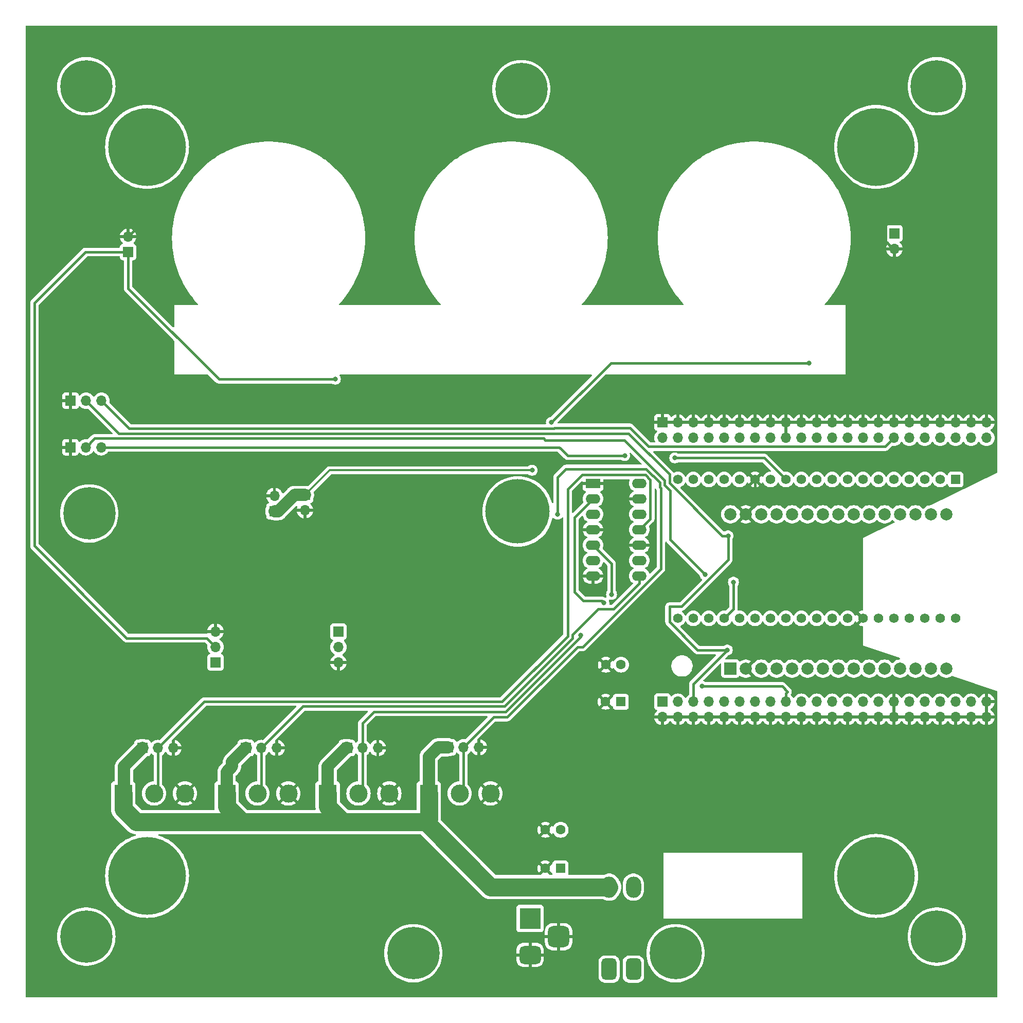
<source format=gbl>
G04 #@! TF.GenerationSoftware,KiCad,Pcbnew,7.0.10-1.fc39*
G04 #@! TF.CreationDate,2024-01-08T15:06:23-05:00*
G04 #@! TF.ProjectId,SYSMATT-WS2812-MATRIX-CARRIER,5359534d-4154-4542-9d57-53323831322d,rev?*
G04 #@! TF.SameCoordinates,Original*
G04 #@! TF.FileFunction,Copper,L2,Bot*
G04 #@! TF.FilePolarity,Positive*
%FSLAX46Y46*%
G04 Gerber Fmt 4.6, Leading zero omitted, Abs format (unit mm)*
G04 Created by KiCad (PCBNEW 7.0.10-1.fc39) date 2024-01-08 15:06:23*
%MOMM*%
%LPD*%
G01*
G04 APERTURE LIST*
G04 Aperture macros list*
%AMRoundRect*
0 Rectangle with rounded corners*
0 $1 Rounding radius*
0 $2 $3 $4 $5 $6 $7 $8 $9 X,Y pos of 4 corners*
0 Add a 4 corners polygon primitive as box body*
4,1,4,$2,$3,$4,$5,$6,$7,$8,$9,$2,$3,0*
0 Add four circle primitives for the rounded corners*
1,1,$1+$1,$2,$3*
1,1,$1+$1,$4,$5*
1,1,$1+$1,$6,$7*
1,1,$1+$1,$8,$9*
0 Add four rect primitives between the rounded corners*
20,1,$1+$1,$2,$3,$4,$5,0*
20,1,$1+$1,$4,$5,$6,$7,0*
20,1,$1+$1,$6,$7,$8,$9,0*
20,1,$1+$1,$8,$9,$2,$3,0*%
G04 Aperture macros list end*
G04 #@! TA.AperFunction,ComponentPad*
%ADD10C,1.600000*%
G04 #@! TD*
G04 #@! TA.AperFunction,ComponentPad*
%ADD11C,12.800000*%
G04 #@! TD*
G04 #@! TA.AperFunction,ComponentPad*
%ADD12C,8.600000*%
G04 #@! TD*
G04 #@! TA.AperFunction,ComponentPad*
%ADD13R,1.700000X1.700000*%
G04 #@! TD*
G04 #@! TA.AperFunction,ComponentPad*
%ADD14O,1.700000X1.700000*%
G04 #@! TD*
G04 #@! TA.AperFunction,ComponentPad*
%ADD15R,1.600000X1.600000*%
G04 #@! TD*
G04 #@! TA.AperFunction,ComponentPad*
%ADD16R,3.000000X3.000000*%
G04 #@! TD*
G04 #@! TA.AperFunction,ComponentPad*
%ADD17C,3.000000*%
G04 #@! TD*
G04 #@! TA.AperFunction,ComponentPad*
%ADD18R,3.500000X3.500000*%
G04 #@! TD*
G04 #@! TA.AperFunction,ComponentPad*
%ADD19RoundRect,0.750000X1.000000X-0.750000X1.000000X0.750000X-1.000000X0.750000X-1.000000X-0.750000X0*%
G04 #@! TD*
G04 #@! TA.AperFunction,ComponentPad*
%ADD20RoundRect,0.875000X0.875000X-0.875000X0.875000X0.875000X-0.875000X0.875000X-0.875000X-0.875000X0*%
G04 #@! TD*
G04 #@! TA.AperFunction,ComponentPad*
%ADD21R,2.400000X1.600000*%
G04 #@! TD*
G04 #@! TA.AperFunction,ComponentPad*
%ADD22O,2.400000X1.600000*%
G04 #@! TD*
G04 #@! TA.AperFunction,ComponentPad*
%ADD23RoundRect,0.625000X0.625000X-1.125000X0.625000X1.125000X-0.625000X1.125000X-0.625000X-1.125000X0*%
G04 #@! TD*
G04 #@! TA.AperFunction,ComponentPad*
%ADD24O,2.500000X3.500000*%
G04 #@! TD*
G04 #@! TA.AperFunction,ComponentPad*
%ADD25C,10.600000*%
G04 #@! TD*
G04 #@! TA.AperFunction,ComponentPad*
%ADD26R,2.000000X2.000000*%
G04 #@! TD*
G04 #@! TA.AperFunction,ComponentPad*
%ADD27C,2.000000*%
G04 #@! TD*
G04 #@! TA.AperFunction,ComponentPad*
%ADD28R,1.560000X1.560000*%
G04 #@! TD*
G04 #@! TA.AperFunction,ComponentPad*
%ADD29C,1.560000*%
G04 #@! TD*
G04 #@! TA.AperFunction,ViaPad*
%ADD30C,0.800000*%
G04 #@! TD*
G04 #@! TA.AperFunction,Conductor*
%ADD31C,0.400000*%
G04 #@! TD*
G04 #@! TA.AperFunction,Conductor*
%ADD32C,2.000000*%
G04 #@! TD*
G04 #@! TA.AperFunction,Conductor*
%ADD33C,3.000000*%
G04 #@! TD*
G04 #@! TA.AperFunction,Conductor*
%ADD34C,0.300000*%
G04 #@! TD*
G04 APERTURE END LIST*
D10*
X108077000Y-152400000D03*
X105577000Y-152400000D03*
D11*
X160000000Y-40000000D03*
D12*
X101600000Y-30480000D03*
D13*
X163011000Y-54224000D03*
D14*
X163011000Y-56764000D03*
D13*
X124841000Y-85344000D03*
D14*
X124841000Y-87884000D03*
X127381000Y-85344000D03*
X127381000Y-87884000D03*
X129921000Y-85344000D03*
X129921000Y-87884000D03*
X132461000Y-85344000D03*
X132461000Y-87884000D03*
X135001000Y-85344000D03*
X135001000Y-87884000D03*
X137541000Y-85344000D03*
X137541000Y-87884000D03*
X140081000Y-85344000D03*
X140081000Y-87884000D03*
X142621000Y-85344000D03*
X142621000Y-87884000D03*
X145161000Y-85344000D03*
X145161000Y-87884000D03*
X147701000Y-85344000D03*
X147701000Y-87884000D03*
X150241000Y-85344000D03*
X150241000Y-87884000D03*
X152781000Y-85344000D03*
X152781000Y-87884000D03*
X155321000Y-85344000D03*
X155321000Y-87884000D03*
X157861000Y-85344000D03*
X157861000Y-87884000D03*
X160401000Y-85344000D03*
X160401000Y-87884000D03*
X162941000Y-85344000D03*
X162941000Y-87884000D03*
X165481000Y-85344000D03*
X165481000Y-87884000D03*
X168021000Y-85344000D03*
X168021000Y-87884000D03*
X170561000Y-85344000D03*
X170561000Y-87884000D03*
X173101000Y-85344000D03*
X173101000Y-87884000D03*
X175641000Y-85344000D03*
X175641000Y-87884000D03*
X178181000Y-85344000D03*
X178181000Y-87884000D03*
D13*
X27386409Y-89433000D03*
D14*
X29926409Y-89433000D03*
X32466409Y-89433000D03*
D13*
X89535000Y-138811000D03*
D14*
X92075000Y-138811000D03*
X94615000Y-138811000D03*
D15*
X117983000Y-131318000D03*
D10*
X115483000Y-131318000D03*
D16*
X36068000Y-146431000D03*
D17*
X41148000Y-146431000D03*
X46228000Y-146431000D03*
D18*
X103042500Y-167000000D03*
D19*
X103042500Y-173000000D03*
D20*
X107742500Y-170000000D03*
D13*
X27416409Y-81763000D03*
D14*
X29956409Y-81763000D03*
X32496409Y-81763000D03*
D13*
X60960000Y-99949000D03*
D14*
X60960000Y-97409000D03*
D13*
X51259000Y-124839000D03*
D14*
X51259000Y-122299000D03*
X51259000Y-119759000D03*
D21*
X113411000Y-95377000D03*
D22*
X113411000Y-97917000D03*
X113411000Y-100457000D03*
X113411000Y-102997000D03*
X113411000Y-105537000D03*
X113411000Y-108077000D03*
X113411000Y-110617000D03*
X121031000Y-110617000D03*
X121031000Y-108077000D03*
X121031000Y-105537000D03*
X121031000Y-102997000D03*
X121031000Y-100457000D03*
X121031000Y-97917000D03*
X121031000Y-95377000D03*
D15*
X108037000Y-158750000D03*
D10*
X105537000Y-158750000D03*
D11*
X40000000Y-40000000D03*
D12*
X170000000Y-170000000D03*
D23*
X116060000Y-175335000D03*
X120060000Y-175335000D03*
D24*
X116060000Y-161835000D03*
X120060000Y-161835000D03*
D12*
X83820000Y-172720000D03*
D13*
X65983000Y-97277000D03*
D14*
X65983000Y-99817000D03*
D13*
X36887000Y-57282000D03*
D14*
X36887000Y-54742000D03*
D16*
X86360000Y-146431000D03*
D17*
X91440000Y-146431000D03*
X96520000Y-146431000D03*
D12*
X127000000Y-172720000D03*
D13*
X56261000Y-138938000D03*
D14*
X58801000Y-138938000D03*
X61341000Y-138938000D03*
D12*
X170000000Y-30000000D03*
D25*
X101000000Y-100000000D03*
D26*
X136016999Y-125857000D03*
D27*
X138556999Y-125857000D03*
X141096999Y-125857000D03*
X143636999Y-125857000D03*
X146176999Y-125857000D03*
X148716999Y-125857000D03*
X151256999Y-125857000D03*
X153796999Y-125857000D03*
X156336999Y-125857000D03*
X158876999Y-125857000D03*
X161416999Y-125857000D03*
X163956999Y-125857000D03*
X166496999Y-125857000D03*
X169036999Y-125857000D03*
X171576999Y-125857000D03*
X171576999Y-100457000D03*
X169036999Y-100457000D03*
X166496999Y-100457000D03*
X163956999Y-100457000D03*
X161416999Y-100457000D03*
X158876999Y-100457000D03*
X156336999Y-100457000D03*
X153796999Y-100457000D03*
X151256999Y-100457000D03*
X148716999Y-100457000D03*
X146176999Y-100457000D03*
X143636999Y-100457000D03*
X141096999Y-100457000D03*
X138556999Y-100457000D03*
X136016999Y-100457000D03*
D16*
X69723000Y-146431000D03*
D17*
X74803000Y-146431000D03*
X79883000Y-146431000D03*
D13*
X39243000Y-138938000D03*
D14*
X41783000Y-138938000D03*
X44323000Y-138938000D03*
D11*
X160000000Y-160000000D03*
D10*
X118023000Y-125222000D03*
X115523000Y-125222000D03*
D13*
X124841000Y-131318000D03*
D14*
X124841000Y-133858000D03*
X127381000Y-131318000D03*
X127381000Y-133858000D03*
X129921000Y-131318000D03*
X129921000Y-133858000D03*
X132461000Y-131318000D03*
X132461000Y-133858000D03*
X135001000Y-131318000D03*
X135001000Y-133858000D03*
X137541000Y-131318000D03*
X137541000Y-133858000D03*
X140081000Y-131318000D03*
X140081000Y-133858000D03*
X142621000Y-131318000D03*
X142621000Y-133858000D03*
X145161000Y-131318000D03*
X145161000Y-133858000D03*
X147701000Y-131318000D03*
X147701000Y-133858000D03*
X150241000Y-131318000D03*
X150241000Y-133858000D03*
X152781000Y-131318000D03*
X152781000Y-133858000D03*
X155321000Y-131318000D03*
X155321000Y-133858000D03*
X157861000Y-131318000D03*
X157861000Y-133858000D03*
X160401000Y-131318000D03*
X160401000Y-133858000D03*
X162941000Y-131318000D03*
X162941000Y-133858000D03*
X165481000Y-131318000D03*
X165481000Y-133858000D03*
X168021000Y-131318000D03*
X168021000Y-133858000D03*
X170561000Y-131318000D03*
X170561000Y-133858000D03*
X173101000Y-131318000D03*
X173101000Y-133858000D03*
X175641000Y-131318000D03*
X175641000Y-133858000D03*
X178181000Y-131318000D03*
X178181000Y-133858000D03*
D12*
X30000000Y-170000000D03*
D13*
X72898000Y-138938000D03*
D14*
X75438000Y-138938000D03*
X77978000Y-138938000D03*
D12*
X30000000Y-30000000D03*
D28*
X173100999Y-94742000D03*
D29*
X170560999Y-94742000D03*
X168020999Y-94742000D03*
X165480999Y-94742000D03*
X162940999Y-94742000D03*
X160400999Y-94742000D03*
X157860999Y-94742000D03*
X155320999Y-94742000D03*
X152780999Y-94742000D03*
X150240999Y-94742000D03*
X147700999Y-94742000D03*
X145160999Y-94742000D03*
X142620999Y-94742000D03*
X140080999Y-94742000D03*
X137540999Y-94742000D03*
X135000999Y-94742000D03*
X132460999Y-94742000D03*
X129920999Y-94742000D03*
X127380999Y-94742000D03*
X173100999Y-117602000D03*
X170560999Y-117602000D03*
X168020999Y-117602000D03*
X165480999Y-117602000D03*
X162940999Y-117602000D03*
X160400999Y-117602000D03*
X157860999Y-117602000D03*
X155320999Y-117602000D03*
X152780999Y-117602000D03*
X150240999Y-117602000D03*
X147700999Y-117602000D03*
X145160999Y-117602000D03*
X142620999Y-117602000D03*
X140080999Y-117602000D03*
X137540999Y-117602000D03*
X135000999Y-117602000D03*
X132460999Y-117602000D03*
X129920999Y-117602000D03*
X127380999Y-117602000D03*
D12*
X30480000Y-100330000D03*
D13*
X71509000Y-119789000D03*
D14*
X71509000Y-122329000D03*
X71509000Y-124869000D03*
D11*
X40000000Y-160000000D03*
D16*
X53086000Y-146431000D03*
D17*
X58166000Y-146431000D03*
X63246000Y-146431000D03*
D30*
X76073000Y-34798000D03*
X90932000Y-31369000D03*
X80010000Y-97155000D03*
X127254000Y-122428000D03*
X142875000Y-120523000D03*
X125222000Y-63627000D03*
X52578000Y-106045000D03*
X82931000Y-80010000D03*
X48133000Y-34798000D03*
X161671000Y-76581000D03*
X95631000Y-111633000D03*
X70993000Y-78232000D03*
X106553000Y-85344000D03*
X148971000Y-75565000D03*
X103378000Y-93218000D03*
X135509000Y-122809000D03*
X135636000Y-104013000D03*
X118618000Y-90805000D03*
X126873000Y-91186000D03*
X136525000Y-111633000D03*
X131826000Y-110363000D03*
X107569000Y-100457000D03*
X131318000Y-128778000D03*
X115189000Y-115062000D03*
X116459000Y-113665000D03*
X111379000Y-120396000D03*
D31*
X162809000Y-56764000D02*
X163011000Y-56764000D01*
X76073000Y-34798000D02*
X86995000Y-34798000D01*
X36887000Y-54742000D02*
X52418500Y-39210500D01*
X154050999Y-121412000D02*
X157860999Y-117602000D01*
X142239999Y-122174000D02*
X152273000Y-122174000D01*
X152019000Y-41918495D02*
X161561000Y-51460495D01*
X148717000Y-38227000D02*
X152019000Y-41529000D01*
X138556999Y-100457000D02*
X140080999Y-98933000D01*
X52418500Y-39210500D02*
X48133000Y-34925000D01*
X153035000Y-121412000D02*
X154050999Y-121412000D01*
X52418500Y-39210500D02*
X57085000Y-34544000D01*
X86995000Y-34798000D02*
X87376000Y-35179000D01*
X90932000Y-31623000D02*
X90932000Y-31369000D01*
X48133000Y-34925000D02*
X48133000Y-34798000D01*
X152273000Y-122174000D02*
X153035000Y-121412000D01*
X161561000Y-51460495D02*
X161561000Y-55516000D01*
X58928000Y-34544000D02*
X62611000Y-38227000D01*
X152019000Y-41529000D02*
X152019000Y-41918495D01*
X87376000Y-35179000D02*
X90932000Y-31623000D01*
X161561000Y-55516000D02*
X162809000Y-56764000D01*
X62611000Y-38227000D02*
X148717000Y-38227000D01*
X140080999Y-98933000D02*
X140080999Y-94742000D01*
X138556999Y-125857000D02*
X142239999Y-122174000D01*
X57085000Y-34544000D02*
X58928000Y-34544000D01*
X49809000Y-120849000D02*
X36648000Y-120849000D01*
X70993000Y-78232000D02*
X51816000Y-78232000D01*
X51816000Y-78232000D02*
X36887000Y-63303000D01*
X36887000Y-63303000D02*
X36887000Y-57282000D01*
X21463000Y-105664000D02*
X21463000Y-65659000D01*
X51259000Y-122299000D02*
X49809000Y-120849000D01*
X29840000Y-57282000D02*
X36887000Y-57282000D01*
X36648000Y-120849000D02*
X21463000Y-105664000D01*
X21463000Y-65659000D02*
X29840000Y-57282000D01*
X116332000Y-75565000D02*
X106553000Y-85344000D01*
X148971000Y-75565000D02*
X116332000Y-75565000D01*
D32*
X53975000Y-141986000D02*
X53086000Y-142875000D01*
D33*
X69723000Y-148590000D02*
X72263000Y-151130000D01*
D32*
X72898000Y-138938000D02*
X72771000Y-138938000D01*
D33*
X53086000Y-146431000D02*
X53086000Y-148590000D01*
D32*
X39243000Y-138938000D02*
X36195000Y-141986000D01*
D33*
X55626000Y-151130000D02*
X38227000Y-151130000D01*
D34*
X103378000Y-93218000D02*
X70042000Y-93218000D01*
D32*
X87884000Y-138811000D02*
X86360000Y-140335000D01*
X65983000Y-97277000D02*
X64273981Y-97277000D01*
X36195000Y-141986000D02*
X36195000Y-146304000D01*
X53975000Y-141224000D02*
X53975000Y-141986000D01*
D33*
X86360000Y-146431000D02*
X86360000Y-150622000D01*
X53086000Y-148590000D02*
X55626000Y-151130000D01*
X85852000Y-151130000D02*
X72263000Y-151130000D01*
D34*
X70042000Y-93218000D02*
X65983000Y-97277000D01*
D33*
X96557000Y-161835000D02*
X85852000Y-151130000D01*
D32*
X69723000Y-141986000D02*
X69723000Y-146431000D01*
X53086000Y-142875000D02*
X53086000Y-146431000D01*
X36195000Y-146304000D02*
X36068000Y-146431000D01*
X64273981Y-97277000D02*
X61601981Y-99949000D01*
X89535000Y-138811000D02*
X87884000Y-138811000D01*
D33*
X69723000Y-146431000D02*
X69723000Y-148590000D01*
X38227000Y-151130000D02*
X36068000Y-148971000D01*
D32*
X56261000Y-138938000D02*
X53975000Y-141224000D01*
D33*
X36068000Y-148971000D02*
X36068000Y-146431000D01*
X86360000Y-150622000D02*
X85852000Y-151130000D01*
X72263000Y-151130000D02*
X55626000Y-151130000D01*
D32*
X72771000Y-138938000D02*
X69723000Y-141986000D01*
X86360000Y-140335000D02*
X86360000Y-146431000D01*
D33*
X116060000Y-161835000D02*
X96557000Y-161835000D01*
D32*
X61601981Y-99949000D02*
X60960000Y-99949000D01*
D31*
X135636000Y-107967214D02*
X127934842Y-115668372D01*
X126000999Y-93881629D02*
X126000999Y-95313615D01*
X129921000Y-128397000D02*
X129921000Y-131318000D01*
X126000999Y-118173615D02*
X130636384Y-122809000D01*
X135636000Y-104013000D02*
X135636000Y-107967214D01*
X35337409Y-87144000D02*
X119263370Y-87144000D01*
X126000999Y-95313615D02*
X134700384Y-104013000D01*
X126000999Y-115668372D02*
X126000999Y-118173615D01*
X119263370Y-87144000D02*
X126000999Y-93881629D01*
X127934842Y-115668372D02*
X126000999Y-115668372D01*
X135509000Y-122809000D02*
X129921000Y-128397000D01*
X29956409Y-81763000D02*
X35337409Y-87144000D01*
X130636384Y-122809000D02*
X135509000Y-122809000D01*
X134700384Y-104013000D02*
X135636000Y-104013000D01*
X32466409Y-89433000D02*
X107848000Y-89433000D01*
X107848000Y-89433000D02*
X108077000Y-89662000D01*
X108077000Y-89662000D02*
X109220000Y-90805000D01*
X126873000Y-91186000D02*
X141604999Y-91186000D01*
X109220000Y-90805000D02*
X118618000Y-90805000D01*
X141604999Y-91186000D02*
X145160999Y-94742000D01*
X31376409Y-87983000D02*
X105255000Y-87983000D01*
X29926409Y-89433000D02*
X31376409Y-87983000D01*
X118561641Y-88265000D02*
X125200999Y-94904358D01*
X105255000Y-87983000D02*
X105537000Y-88265000D01*
X105537000Y-88265000D02*
X118561641Y-88265000D01*
X136525000Y-111633000D02*
X136525000Y-116077999D01*
X126106999Y-104643999D02*
X131826000Y-110363000D01*
X125200999Y-94904358D02*
X125200999Y-95644985D01*
X126106999Y-96550985D02*
X126106999Y-104643999D01*
X125200999Y-95644985D02*
X126106999Y-96550985D01*
X136525000Y-116077999D02*
X135000999Y-117602000D01*
X106967214Y-86344000D02*
X107094214Y-86217000D01*
X122584740Y-89334000D02*
X161491000Y-89334000D01*
X37077409Y-86344000D02*
X106967214Y-86344000D01*
X161491000Y-89334000D02*
X162941000Y-87884000D01*
X32496409Y-81763000D02*
X37077409Y-86344000D01*
X107094214Y-86217000D02*
X119467740Y-86217000D01*
X119467740Y-86217000D02*
X122584740Y-89334000D01*
X124587000Y-96162357D02*
X124400999Y-95976355D01*
X108928000Y-93002000D02*
X107569000Y-94361000D01*
X107569000Y-94361000D02*
X107569000Y-100457000D01*
X92075000Y-138811000D02*
X92075000Y-145796000D01*
X92075000Y-145796000D02*
X91440000Y-146431000D01*
X122167271Y-93002000D02*
X108928000Y-93002000D01*
X124587000Y-109440899D02*
X124587000Y-96162357D01*
X124400999Y-95976355D02*
X124400999Y-95235728D01*
X124400999Y-95235728D02*
X122167271Y-93002000D01*
X99290740Y-133858000D02*
X110859370Y-122289370D01*
X110859370Y-122289370D02*
X111738529Y-122289370D01*
X111738529Y-122289370D02*
X124587000Y-109440899D01*
X92075000Y-138811000D02*
X97028000Y-133858000D01*
X97028000Y-133858000D02*
X99290740Y-133858000D01*
X58801000Y-145796000D02*
X58166000Y-146431000D01*
X58801000Y-138938000D02*
X65659000Y-132080000D01*
X121031000Y-111817000D02*
X121031000Y-110617000D01*
X114276629Y-116062000D02*
X116786000Y-116062000D01*
X110020000Y-120866000D02*
X110020000Y-120318629D01*
X65659000Y-132080000D02*
X98806000Y-132080000D01*
X110020000Y-120318629D02*
X114276629Y-116062000D01*
X116786000Y-116062000D02*
X121031000Y-111817000D01*
X98806000Y-132080000D02*
X110020000Y-120866000D01*
X58801000Y-138938000D02*
X58801000Y-145796000D01*
X144526000Y-128778000D02*
X145415000Y-129667000D01*
X145415000Y-129667000D02*
X145161000Y-129921000D01*
X145161000Y-129921000D02*
X145161000Y-131318000D01*
X131318000Y-128778000D02*
X144526000Y-128778000D01*
X111760000Y-114681000D02*
X114808000Y-114681000D01*
X110363000Y-100965000D02*
X110363000Y-111506000D01*
X110363000Y-113284000D02*
X111760000Y-114681000D01*
X114808000Y-114681000D02*
X115189000Y-115062000D01*
X113411000Y-97917000D02*
X110363000Y-100965000D01*
X110363000Y-111506000D02*
X110363000Y-113284000D01*
X113411000Y-105537000D02*
X116459000Y-108585000D01*
X116459000Y-108585000D02*
X116459000Y-113665000D01*
X75438000Y-138938000D02*
X75438000Y-145796000D01*
X111379000Y-120638370D02*
X111379000Y-120396000D01*
X75438000Y-145796000D02*
X74803000Y-146431000D01*
X77343000Y-132969000D02*
X99048370Y-132969000D01*
X110738185Y-121279185D02*
X111379000Y-120638370D01*
X99048370Y-132969000D02*
X110738185Y-121279185D01*
X75438000Y-138938000D02*
X75438000Y-134874000D01*
X75438000Y-134874000D02*
X77343000Y-132969000D01*
X122831000Y-101197000D02*
X121031000Y-102997000D01*
X109220000Y-96368000D02*
X111611000Y-93977000D01*
X111611000Y-93977000D02*
X122010901Y-93977000D01*
X122831000Y-94797099D02*
X122831000Y-101197000D01*
X122010901Y-93977000D02*
X122831000Y-94797099D01*
X49441000Y-131280000D02*
X98463000Y-131280000D01*
X41783000Y-145796000D02*
X41148000Y-146431000D01*
X98463000Y-131280000D02*
X109220000Y-120523000D01*
X41783000Y-138938000D02*
X41783000Y-145796000D01*
X41783000Y-138938000D02*
X49441000Y-131280000D01*
X109220000Y-120523000D02*
X109220000Y-96368000D01*
G04 #@! TA.AperFunction,Conductor*
G36*
X179943039Y-20019685D02*
G01*
X179988794Y-20072489D01*
X180000000Y-20124000D01*
X180000000Y-93495840D01*
X179980315Y-93562879D01*
X179930451Y-93607245D01*
X169011769Y-98943905D01*
X168957318Y-98956500D01*
X168912664Y-98956500D01*
X168667382Y-98997429D01*
X168432196Y-99078169D01*
X168432187Y-99078172D01*
X168213492Y-99196524D01*
X168017255Y-99349261D01*
X167897962Y-99478847D01*
X167861184Y-99506268D01*
X167806375Y-99533057D01*
X167737501Y-99544810D01*
X167673206Y-99517462D01*
X167660694Y-99505635D01*
X167636034Y-99478847D01*
X167516743Y-99349262D01*
X167320508Y-99196526D01*
X167320506Y-99196525D01*
X167320505Y-99196524D01*
X167101810Y-99078172D01*
X167101801Y-99078169D01*
X166866615Y-98997429D01*
X166621334Y-98956500D01*
X166372664Y-98956500D01*
X166127382Y-98997429D01*
X165892196Y-99078169D01*
X165892187Y-99078172D01*
X165673492Y-99196524D01*
X165477256Y-99349261D01*
X165318229Y-99522010D01*
X165258341Y-99558001D01*
X165188503Y-99555900D01*
X165135769Y-99522010D01*
X165016130Y-99392048D01*
X164976743Y-99349262D01*
X164780508Y-99196526D01*
X164780506Y-99196525D01*
X164780505Y-99196524D01*
X164561810Y-99078172D01*
X164561801Y-99078169D01*
X164326615Y-98997429D01*
X164081334Y-98956500D01*
X163832664Y-98956500D01*
X163587382Y-98997429D01*
X163352196Y-99078169D01*
X163352187Y-99078172D01*
X163133492Y-99196524D01*
X162937256Y-99349261D01*
X162778229Y-99522010D01*
X162718341Y-99558001D01*
X162648503Y-99555900D01*
X162595769Y-99522010D01*
X162476130Y-99392048D01*
X162436743Y-99349262D01*
X162240508Y-99196526D01*
X162240506Y-99196525D01*
X162240505Y-99196524D01*
X162021810Y-99078172D01*
X162021801Y-99078169D01*
X161786615Y-98997429D01*
X161541334Y-98956500D01*
X161292664Y-98956500D01*
X161047382Y-98997429D01*
X160812196Y-99078169D01*
X160812187Y-99078172D01*
X160593492Y-99196524D01*
X160397256Y-99349261D01*
X160238229Y-99522010D01*
X160178341Y-99558001D01*
X160108503Y-99555900D01*
X160055769Y-99522010D01*
X159936130Y-99392048D01*
X159896743Y-99349262D01*
X159700508Y-99196526D01*
X159700506Y-99196525D01*
X159700505Y-99196524D01*
X159481810Y-99078172D01*
X159481801Y-99078169D01*
X159246615Y-98997429D01*
X159001334Y-98956500D01*
X158752664Y-98956500D01*
X158507382Y-98997429D01*
X158272196Y-99078169D01*
X158272187Y-99078172D01*
X158053492Y-99196524D01*
X157857256Y-99349261D01*
X157698229Y-99522010D01*
X157638341Y-99558001D01*
X157568503Y-99555900D01*
X157515769Y-99522010D01*
X157396130Y-99392048D01*
X157356743Y-99349262D01*
X157160508Y-99196526D01*
X157160506Y-99196525D01*
X157160505Y-99196524D01*
X156941810Y-99078172D01*
X156941801Y-99078169D01*
X156706615Y-98997429D01*
X156461334Y-98956500D01*
X156212664Y-98956500D01*
X155967382Y-98997429D01*
X155732196Y-99078169D01*
X155732187Y-99078172D01*
X155513492Y-99196524D01*
X155317256Y-99349261D01*
X155158229Y-99522010D01*
X155098341Y-99558001D01*
X155028503Y-99555900D01*
X154975769Y-99522010D01*
X154856130Y-99392048D01*
X154816743Y-99349262D01*
X154620508Y-99196526D01*
X154620506Y-99196525D01*
X154620505Y-99196524D01*
X154401810Y-99078172D01*
X154401801Y-99078169D01*
X154166615Y-98997429D01*
X153921334Y-98956500D01*
X153672664Y-98956500D01*
X153427382Y-98997429D01*
X153192196Y-99078169D01*
X153192187Y-99078172D01*
X152973492Y-99196524D01*
X152777256Y-99349261D01*
X152618229Y-99522010D01*
X152558341Y-99558001D01*
X152488503Y-99555900D01*
X152435769Y-99522010D01*
X152316130Y-99392048D01*
X152276743Y-99349262D01*
X152080508Y-99196526D01*
X152080506Y-99196525D01*
X152080505Y-99196524D01*
X151861810Y-99078172D01*
X151861801Y-99078169D01*
X151626615Y-98997429D01*
X151381334Y-98956500D01*
X151132664Y-98956500D01*
X150887382Y-98997429D01*
X150652196Y-99078169D01*
X150652187Y-99078172D01*
X150433492Y-99196524D01*
X150237256Y-99349261D01*
X150078229Y-99522010D01*
X150018341Y-99558001D01*
X149948503Y-99555900D01*
X149895769Y-99522010D01*
X149776130Y-99392048D01*
X149736743Y-99349262D01*
X149540508Y-99196526D01*
X149540506Y-99196525D01*
X149540505Y-99196524D01*
X149321810Y-99078172D01*
X149321801Y-99078169D01*
X149086615Y-98997429D01*
X148841334Y-98956500D01*
X148592664Y-98956500D01*
X148347382Y-98997429D01*
X148112196Y-99078169D01*
X148112187Y-99078172D01*
X147893492Y-99196524D01*
X147697256Y-99349261D01*
X147538229Y-99522010D01*
X147478341Y-99558001D01*
X147408503Y-99555900D01*
X147355769Y-99522010D01*
X147236130Y-99392048D01*
X147196743Y-99349262D01*
X147000508Y-99196526D01*
X147000506Y-99196525D01*
X147000505Y-99196524D01*
X146781810Y-99078172D01*
X146781801Y-99078169D01*
X146546615Y-98997429D01*
X146301334Y-98956500D01*
X146052664Y-98956500D01*
X145807382Y-98997429D01*
X145572196Y-99078169D01*
X145572187Y-99078172D01*
X145353492Y-99196524D01*
X145157256Y-99349261D01*
X144998229Y-99522010D01*
X144938341Y-99558001D01*
X144868503Y-99555900D01*
X144815769Y-99522010D01*
X144696130Y-99392048D01*
X144656743Y-99349262D01*
X144460508Y-99196526D01*
X144460506Y-99196525D01*
X144460505Y-99196524D01*
X144241810Y-99078172D01*
X144241801Y-99078169D01*
X144006615Y-98997429D01*
X143761334Y-98956500D01*
X143512664Y-98956500D01*
X143267382Y-98997429D01*
X143032196Y-99078169D01*
X143032187Y-99078172D01*
X142813492Y-99196524D01*
X142617256Y-99349261D01*
X142458229Y-99522010D01*
X142398341Y-99558001D01*
X142328503Y-99555900D01*
X142275769Y-99522010D01*
X142156130Y-99392048D01*
X142116743Y-99349262D01*
X141920508Y-99196526D01*
X141920506Y-99196525D01*
X141920505Y-99196524D01*
X141701810Y-99078172D01*
X141701801Y-99078169D01*
X141466615Y-98997429D01*
X141221334Y-98956500D01*
X140972664Y-98956500D01*
X140727382Y-98997429D01*
X140492196Y-99078169D01*
X140492187Y-99078172D01*
X140273492Y-99196524D01*
X140077256Y-99349261D01*
X139908836Y-99532213D01*
X139908828Y-99532224D01*
X139908454Y-99532797D01*
X139908241Y-99532978D01*
X139905689Y-99536258D01*
X139905013Y-99535732D01*
X139855303Y-99578147D01*
X139791864Y-99588302D01*
X139780433Y-99587116D01*
X139048131Y-100319418D01*
X139025681Y-100242960D01*
X138946394Y-100119587D01*
X138835561Y-100023549D01*
X138702160Y-99962627D01*
X138698365Y-99962081D01*
X139427056Y-99233390D01*
X139427055Y-99233389D01*
X139380228Y-99196943D01*
X139161613Y-99078635D01*
X139161602Y-99078630D01*
X138926492Y-98997916D01*
X138681292Y-98957000D01*
X138432706Y-98957000D01*
X138187505Y-98997916D01*
X137952395Y-99078630D01*
X137952389Y-99078632D01*
X137733760Y-99196949D01*
X137686941Y-99233388D01*
X137686941Y-99233390D01*
X138415633Y-99962081D01*
X138411838Y-99962627D01*
X138278437Y-100023549D01*
X138167604Y-100119587D01*
X138088317Y-100242960D01*
X138065866Y-100319419D01*
X137333563Y-99587116D01*
X137322134Y-99588302D01*
X137253422Y-99575637D01*
X137208909Y-99535802D01*
X137208316Y-99536265D01*
X137205767Y-99532991D01*
X137205534Y-99532782D01*
X137205165Y-99532218D01*
X137205164Y-99532217D01*
X137205163Y-99532215D01*
X137036743Y-99349262D01*
X136840508Y-99196526D01*
X136840506Y-99196525D01*
X136840505Y-99196524D01*
X136621810Y-99078172D01*
X136621801Y-99078169D01*
X136386615Y-98997429D01*
X136141334Y-98956500D01*
X135892664Y-98956500D01*
X135647382Y-98997429D01*
X135412196Y-99078169D01*
X135412187Y-99078172D01*
X135193492Y-99196524D01*
X134997256Y-99349261D01*
X134828832Y-99532217D01*
X134692825Y-99740393D01*
X134592935Y-99968118D01*
X134531891Y-100209175D01*
X134531889Y-100209187D01*
X134511356Y-100456994D01*
X134511356Y-100457005D01*
X134531889Y-100704812D01*
X134531891Y-100704824D01*
X134592935Y-100945881D01*
X134692825Y-101173606D01*
X134828832Y-101381782D01*
X134851984Y-101406932D01*
X134997255Y-101564738D01*
X135193490Y-101717474D01*
X135267452Y-101757500D01*
X135411331Y-101835364D01*
X135412189Y-101835828D01*
X135555524Y-101885035D01*
X135645963Y-101916083D01*
X135647385Y-101916571D01*
X135892664Y-101957500D01*
X136141334Y-101957500D01*
X136386613Y-101916571D01*
X136621809Y-101835828D01*
X136840508Y-101717474D01*
X137036743Y-101564738D01*
X137205163Y-101381785D01*
X137205532Y-101381219D01*
X137205744Y-101381038D01*
X137208321Y-101377729D01*
X137209001Y-101378258D01*
X137258675Y-101335860D01*
X137322137Y-101325697D01*
X137333563Y-101326882D01*
X138065865Y-100594580D01*
X138088317Y-100671040D01*
X138167604Y-100794413D01*
X138278437Y-100890451D01*
X138411838Y-100951373D01*
X138415633Y-100951918D01*
X137686941Y-101680609D01*
X137733767Y-101717055D01*
X137733769Y-101717056D01*
X137952384Y-101835364D01*
X137952395Y-101835369D01*
X138187505Y-101916083D01*
X138432706Y-101957000D01*
X138681292Y-101957000D01*
X138926492Y-101916083D01*
X139161602Y-101835369D01*
X139161613Y-101835364D01*
X139380227Y-101717057D01*
X139380230Y-101717055D01*
X139427055Y-101680609D01*
X138698364Y-100951918D01*
X138702160Y-100951373D01*
X138835561Y-100890451D01*
X138946394Y-100794413D01*
X139025681Y-100671040D01*
X139048131Y-100594580D01*
X139780433Y-101326882D01*
X139791860Y-101325697D01*
X139860572Y-101338360D01*
X139905091Y-101378194D01*
X139905682Y-101377735D01*
X139908217Y-101380992D01*
X139908455Y-101381205D01*
X139908830Y-101381780D01*
X139936493Y-101411830D01*
X140077255Y-101564738D01*
X140273490Y-101717474D01*
X140347452Y-101757500D01*
X140491331Y-101835364D01*
X140492189Y-101835828D01*
X140635524Y-101885035D01*
X140725963Y-101916083D01*
X140727385Y-101916571D01*
X140972664Y-101957500D01*
X141221334Y-101957500D01*
X141466613Y-101916571D01*
X141701809Y-101835828D01*
X141920508Y-101717474D01*
X142116743Y-101564738D01*
X142275770Y-101391988D01*
X142335656Y-101355999D01*
X142405494Y-101358099D01*
X142458227Y-101391988D01*
X142617255Y-101564738D01*
X142813490Y-101717474D01*
X142887452Y-101757500D01*
X143031331Y-101835364D01*
X143032189Y-101835828D01*
X143175524Y-101885035D01*
X143265963Y-101916083D01*
X143267385Y-101916571D01*
X143512664Y-101957500D01*
X143761334Y-101957500D01*
X144006613Y-101916571D01*
X144241809Y-101835828D01*
X144460508Y-101717474D01*
X144656743Y-101564738D01*
X144815770Y-101391988D01*
X144875656Y-101355999D01*
X144945494Y-101358099D01*
X144998227Y-101391988D01*
X145157255Y-101564738D01*
X145353490Y-101717474D01*
X145427452Y-101757500D01*
X145571331Y-101835364D01*
X145572189Y-101835828D01*
X145715524Y-101885035D01*
X145805963Y-101916083D01*
X145807385Y-101916571D01*
X146052664Y-101957500D01*
X146301334Y-101957500D01*
X146546613Y-101916571D01*
X146781809Y-101835828D01*
X147000508Y-101717474D01*
X147196743Y-101564738D01*
X147355770Y-101391988D01*
X147415656Y-101355999D01*
X147485494Y-101358099D01*
X147538227Y-101391988D01*
X147697255Y-101564738D01*
X147893490Y-101717474D01*
X147967452Y-101757500D01*
X148111331Y-101835364D01*
X148112189Y-101835828D01*
X148255524Y-101885035D01*
X148345963Y-101916083D01*
X148347385Y-101916571D01*
X148592664Y-101957500D01*
X148841334Y-101957500D01*
X149086613Y-101916571D01*
X149321809Y-101835828D01*
X149540508Y-101717474D01*
X149736743Y-101564738D01*
X149895770Y-101391988D01*
X149955656Y-101355999D01*
X150025494Y-101358099D01*
X150078227Y-101391988D01*
X150237255Y-101564738D01*
X150433490Y-101717474D01*
X150507452Y-101757500D01*
X150651331Y-101835364D01*
X150652189Y-101835828D01*
X150795524Y-101885035D01*
X150885963Y-101916083D01*
X150887385Y-101916571D01*
X151132664Y-101957500D01*
X151381334Y-101957500D01*
X151626613Y-101916571D01*
X151861809Y-101835828D01*
X152080508Y-101717474D01*
X152276743Y-101564738D01*
X152435770Y-101391988D01*
X152495656Y-101355999D01*
X152565494Y-101358099D01*
X152618227Y-101391988D01*
X152777255Y-101564738D01*
X152973490Y-101717474D01*
X153047452Y-101757500D01*
X153191331Y-101835364D01*
X153192189Y-101835828D01*
X153335524Y-101885035D01*
X153425963Y-101916083D01*
X153427385Y-101916571D01*
X153672664Y-101957500D01*
X153921334Y-101957500D01*
X154166613Y-101916571D01*
X154401809Y-101835828D01*
X154620508Y-101717474D01*
X154816743Y-101564738D01*
X154975770Y-101391988D01*
X155035656Y-101355999D01*
X155105494Y-101358099D01*
X155158227Y-101391988D01*
X155317255Y-101564738D01*
X155513490Y-101717474D01*
X155587452Y-101757500D01*
X155731331Y-101835364D01*
X155732189Y-101835828D01*
X155875524Y-101885035D01*
X155965963Y-101916083D01*
X155967385Y-101916571D01*
X156212664Y-101957500D01*
X156461334Y-101957500D01*
X156706613Y-101916571D01*
X156941809Y-101835828D01*
X157160508Y-101717474D01*
X157356743Y-101564738D01*
X157515770Y-101391988D01*
X157575656Y-101355999D01*
X157645494Y-101358099D01*
X157698227Y-101391988D01*
X157857255Y-101564738D01*
X158053490Y-101717474D01*
X158127452Y-101757500D01*
X158271331Y-101835364D01*
X158272189Y-101835828D01*
X158415524Y-101885035D01*
X158505963Y-101916083D01*
X158507385Y-101916571D01*
X158752664Y-101957500D01*
X159001334Y-101957500D01*
X159246613Y-101916571D01*
X159481809Y-101835828D01*
X159700508Y-101717474D01*
X159896743Y-101564738D01*
X160055770Y-101391988D01*
X160115656Y-101355999D01*
X160185494Y-101358099D01*
X160238227Y-101391988D01*
X160397255Y-101564738D01*
X160593490Y-101717474D01*
X160667452Y-101757500D01*
X160811331Y-101835364D01*
X160812189Y-101835828D01*
X160955524Y-101885035D01*
X161045963Y-101916083D01*
X161047385Y-101916571D01*
X161292664Y-101957500D01*
X161541334Y-101957500D01*
X161786613Y-101916571D01*
X162021809Y-101835828D01*
X162240508Y-101717474D01*
X162436743Y-101564738D01*
X162595770Y-101391988D01*
X162655656Y-101355999D01*
X162725494Y-101358099D01*
X162778227Y-101391988D01*
X162937255Y-101564738D01*
X162937258Y-101564740D01*
X162937261Y-101564743D01*
X163055259Y-101656585D01*
X163096072Y-101713295D01*
X163099747Y-101783068D01*
X163065115Y-101843751D01*
X163033548Y-101865843D01*
X157861000Y-104393999D01*
X157861000Y-116203485D01*
X157841315Y-116270524D01*
X157788511Y-116316279D01*
X157747808Y-116327013D01*
X157637884Y-116336630D01*
X157637874Y-116336632D01*
X157421548Y-116394596D01*
X157421539Y-116394600D01*
X157218555Y-116489253D01*
X157149886Y-116537334D01*
X157712233Y-117099681D01*
X157588275Y-117153525D01*
X157477391Y-117243735D01*
X157394958Y-117360517D01*
X157361134Y-117455688D01*
X156796333Y-116890887D01*
X156748253Y-116959554D01*
X156703656Y-117055192D01*
X156657483Y-117107631D01*
X156590289Y-117126782D01*
X156523408Y-117106566D01*
X156478892Y-117055191D01*
X156478616Y-117054600D01*
X156434180Y-116959305D01*
X156369923Y-116867536D01*
X156305667Y-116775768D01*
X156292399Y-116762500D01*
X156147232Y-116617333D01*
X156147228Y-116617330D01*
X156147227Y-116617329D01*
X155963699Y-116488821D01*
X155963695Y-116488819D01*
X155963693Y-116488818D01*
X155760629Y-116394128D01*
X155760626Y-116394127D01*
X155760624Y-116394126D01*
X155544207Y-116336137D01*
X155544199Y-116336136D01*
X155321001Y-116316609D01*
X155320997Y-116316609D01*
X155097798Y-116336136D01*
X155097790Y-116336137D01*
X154881373Y-116394126D01*
X154881369Y-116394128D01*
X154880357Y-116394600D01*
X154678305Y-116488818D01*
X154678303Y-116488819D01*
X154494763Y-116617334D01*
X154336333Y-116775764D01*
X154207818Y-116959304D01*
X154207817Y-116959306D01*
X154163381Y-117054600D01*
X154117208Y-117107039D01*
X154050015Y-117126191D01*
X153983134Y-117105975D01*
X153938617Y-117054600D01*
X153930689Y-117037600D01*
X153894180Y-116959305D01*
X153829923Y-116867536D01*
X153765667Y-116775768D01*
X153752399Y-116762500D01*
X153607232Y-116617333D01*
X153607228Y-116617330D01*
X153607227Y-116617329D01*
X153423699Y-116488821D01*
X153423695Y-116488819D01*
X153423693Y-116488818D01*
X153220629Y-116394128D01*
X153220626Y-116394127D01*
X153220624Y-116394126D01*
X153004207Y-116336137D01*
X153004199Y-116336136D01*
X152781001Y-116316609D01*
X152780997Y-116316609D01*
X152557798Y-116336136D01*
X152557790Y-116336137D01*
X152341373Y-116394126D01*
X152341369Y-116394128D01*
X152340357Y-116394600D01*
X152138305Y-116488818D01*
X152138303Y-116488819D01*
X151954763Y-116617334D01*
X151796333Y-116775764D01*
X151667818Y-116959304D01*
X151667817Y-116959306D01*
X151623381Y-117054600D01*
X151577208Y-117107039D01*
X151510015Y-117126191D01*
X151443134Y-117105975D01*
X151398617Y-117054600D01*
X151390689Y-117037600D01*
X151354180Y-116959305D01*
X151289923Y-116867536D01*
X151225667Y-116775768D01*
X151212399Y-116762500D01*
X151067232Y-116617333D01*
X151067228Y-116617330D01*
X151067227Y-116617329D01*
X150883699Y-116488821D01*
X150883695Y-116488819D01*
X150883693Y-116488818D01*
X150680629Y-116394128D01*
X150680626Y-116394127D01*
X150680624Y-116394126D01*
X150464207Y-116336137D01*
X150464199Y-116336136D01*
X150241001Y-116316609D01*
X150240997Y-116316609D01*
X150017798Y-116336136D01*
X150017790Y-116336137D01*
X149801373Y-116394126D01*
X149801369Y-116394128D01*
X149800357Y-116394600D01*
X149598305Y-116488818D01*
X149598303Y-116488819D01*
X149414763Y-116617334D01*
X149256333Y-116775764D01*
X149127818Y-116959304D01*
X149127817Y-116959306D01*
X149083381Y-117054600D01*
X149037208Y-117107039D01*
X148970015Y-117126191D01*
X148903134Y-117105975D01*
X148858617Y-117054600D01*
X148850689Y-117037600D01*
X148814180Y-116959305D01*
X148749923Y-116867536D01*
X148685667Y-116775768D01*
X148672399Y-116762500D01*
X148527232Y-116617333D01*
X148527228Y-116617330D01*
X148527227Y-116617329D01*
X148343699Y-116488821D01*
X148343695Y-116488819D01*
X148343693Y-116488818D01*
X148140629Y-116394128D01*
X148140626Y-116394127D01*
X148140624Y-116394126D01*
X147924207Y-116336137D01*
X147924199Y-116336136D01*
X147701001Y-116316609D01*
X147700997Y-116316609D01*
X147477798Y-116336136D01*
X147477790Y-116336137D01*
X147261373Y-116394126D01*
X147261369Y-116394128D01*
X147260357Y-116394600D01*
X147058305Y-116488818D01*
X147058303Y-116488819D01*
X146874763Y-116617334D01*
X146716333Y-116775764D01*
X146587818Y-116959304D01*
X146587817Y-116959306D01*
X146543381Y-117054600D01*
X146497208Y-117107039D01*
X146430015Y-117126191D01*
X146363134Y-117105975D01*
X146318617Y-117054600D01*
X146310689Y-117037600D01*
X146274180Y-116959305D01*
X146209923Y-116867536D01*
X146145667Y-116775768D01*
X146132399Y-116762500D01*
X145987232Y-116617333D01*
X145987228Y-116617330D01*
X145987227Y-116617329D01*
X145803699Y-116488821D01*
X145803695Y-116488819D01*
X145803693Y-116488818D01*
X145600629Y-116394128D01*
X145600626Y-116394127D01*
X145600624Y-116394126D01*
X145384207Y-116336137D01*
X145384199Y-116336136D01*
X145161001Y-116316609D01*
X145160997Y-116316609D01*
X144937798Y-116336136D01*
X144937790Y-116336137D01*
X144721373Y-116394126D01*
X144721369Y-116394128D01*
X144720357Y-116394600D01*
X144518305Y-116488818D01*
X144518303Y-116488819D01*
X144334763Y-116617334D01*
X144176333Y-116775764D01*
X144047818Y-116959304D01*
X144047817Y-116959306D01*
X144003381Y-117054600D01*
X143957208Y-117107039D01*
X143890015Y-117126191D01*
X143823134Y-117105975D01*
X143778617Y-117054600D01*
X143770689Y-117037600D01*
X143734180Y-116959305D01*
X143669923Y-116867536D01*
X143605667Y-116775768D01*
X143592399Y-116762500D01*
X143447232Y-116617333D01*
X143447228Y-116617330D01*
X143447227Y-116617329D01*
X143263699Y-116488821D01*
X143263695Y-116488819D01*
X143263693Y-116488818D01*
X143060629Y-116394128D01*
X143060626Y-116394127D01*
X143060624Y-116394126D01*
X142844207Y-116336137D01*
X142844199Y-116336136D01*
X142621001Y-116316609D01*
X142620997Y-116316609D01*
X142397798Y-116336136D01*
X142397790Y-116336137D01*
X142181373Y-116394126D01*
X142181369Y-116394128D01*
X142180357Y-116394600D01*
X141978305Y-116488818D01*
X141978303Y-116488819D01*
X141794763Y-116617334D01*
X141636333Y-116775764D01*
X141507818Y-116959304D01*
X141507817Y-116959306D01*
X141463381Y-117054600D01*
X141417208Y-117107039D01*
X141350015Y-117126191D01*
X141283134Y-117105975D01*
X141238617Y-117054600D01*
X141230689Y-117037600D01*
X141194180Y-116959305D01*
X141129923Y-116867536D01*
X141065667Y-116775768D01*
X141052399Y-116762500D01*
X140907232Y-116617333D01*
X140907228Y-116617330D01*
X140907227Y-116617329D01*
X140723699Y-116488821D01*
X140723695Y-116488819D01*
X140723693Y-116488818D01*
X140520629Y-116394128D01*
X140520626Y-116394127D01*
X140520624Y-116394126D01*
X140304207Y-116336137D01*
X140304199Y-116336136D01*
X140081001Y-116316609D01*
X140080997Y-116316609D01*
X139857798Y-116336136D01*
X139857790Y-116336137D01*
X139641373Y-116394126D01*
X139641369Y-116394128D01*
X139640357Y-116394600D01*
X139438305Y-116488818D01*
X139438303Y-116488819D01*
X139254763Y-116617334D01*
X139096333Y-116775764D01*
X138967818Y-116959304D01*
X138967817Y-116959306D01*
X138923381Y-117054600D01*
X138877208Y-117107039D01*
X138810015Y-117126191D01*
X138743134Y-117105975D01*
X138698617Y-117054600D01*
X138690689Y-117037600D01*
X138654180Y-116959305D01*
X138589923Y-116867536D01*
X138525667Y-116775768D01*
X138512399Y-116762500D01*
X138367232Y-116617333D01*
X138367228Y-116617330D01*
X138367227Y-116617329D01*
X138183699Y-116488821D01*
X138183695Y-116488819D01*
X138183693Y-116488818D01*
X137980629Y-116394128D01*
X137980626Y-116394127D01*
X137980624Y-116394126D01*
X137764207Y-116336137D01*
X137764199Y-116336136D01*
X137541001Y-116316609D01*
X137540997Y-116316609D01*
X137350363Y-116333287D01*
X137281863Y-116319520D01*
X137231680Y-116270905D01*
X137215747Y-116202876D01*
X137216461Y-116194806D01*
X137217388Y-116187175D01*
X137218514Y-116179776D01*
X137224688Y-116146086D01*
X137229358Y-116120605D01*
X137225726Y-116060564D01*
X137225500Y-116053077D01*
X137225500Y-112248391D01*
X137245185Y-112181352D01*
X137257352Y-112165417D01*
X137257533Y-112165216D01*
X137352179Y-112001284D01*
X137410674Y-111821256D01*
X137430460Y-111633000D01*
X137410674Y-111444744D01*
X137352179Y-111264716D01*
X137257533Y-111100784D01*
X137130871Y-110960112D01*
X137109577Y-110944641D01*
X136977734Y-110848851D01*
X136977729Y-110848848D01*
X136804807Y-110771857D01*
X136804802Y-110771855D01*
X136659001Y-110740865D01*
X136619646Y-110732500D01*
X136430354Y-110732500D01*
X136397897Y-110739398D01*
X136245197Y-110771855D01*
X136245192Y-110771857D01*
X136072270Y-110848848D01*
X136072265Y-110848851D01*
X135919129Y-110960111D01*
X135792466Y-111100785D01*
X135697821Y-111264715D01*
X135697818Y-111264722D01*
X135639327Y-111444740D01*
X135639326Y-111444744D01*
X135619540Y-111633000D01*
X135639326Y-111821256D01*
X135639327Y-111821259D01*
X135697818Y-112001277D01*
X135697821Y-112001284D01*
X135792466Y-112165215D01*
X135792648Y-112165417D01*
X135792716Y-112165559D01*
X135796285Y-112170471D01*
X135795386Y-112171123D01*
X135822879Y-112228408D01*
X135824500Y-112248391D01*
X135824500Y-115736479D01*
X135804815Y-115803518D01*
X135788181Y-115824160D01*
X135312907Y-116299433D01*
X135251584Y-116332918D01*
X135214419Y-116335280D01*
X135001001Y-116316609D01*
X135000997Y-116316609D01*
X134777798Y-116336136D01*
X134777790Y-116336137D01*
X134561373Y-116394126D01*
X134561369Y-116394128D01*
X134560357Y-116394600D01*
X134358305Y-116488818D01*
X134358303Y-116488819D01*
X134174763Y-116617334D01*
X134016333Y-116775764D01*
X133887818Y-116959304D01*
X133887817Y-116959306D01*
X133843381Y-117054600D01*
X133797208Y-117107039D01*
X133730015Y-117126191D01*
X133663134Y-117105975D01*
X133618617Y-117054600D01*
X133610689Y-117037600D01*
X133574180Y-116959305D01*
X133509923Y-116867536D01*
X133445667Y-116775768D01*
X133432399Y-116762500D01*
X133287232Y-116617333D01*
X133287228Y-116617330D01*
X133287227Y-116617329D01*
X133103699Y-116488821D01*
X133103695Y-116488819D01*
X133103693Y-116488818D01*
X132900629Y-116394128D01*
X132900626Y-116394127D01*
X132900624Y-116394126D01*
X132684207Y-116336137D01*
X132684199Y-116336136D01*
X132461001Y-116316609D01*
X132460997Y-116316609D01*
X132237798Y-116336136D01*
X132237790Y-116336137D01*
X132021373Y-116394126D01*
X132021369Y-116394128D01*
X132020357Y-116394600D01*
X131818305Y-116488818D01*
X131818303Y-116488819D01*
X131634763Y-116617334D01*
X131476333Y-116775764D01*
X131347818Y-116959304D01*
X131347817Y-116959306D01*
X131303381Y-117054600D01*
X131257208Y-117107039D01*
X131190015Y-117126191D01*
X131123134Y-117105975D01*
X131078617Y-117054600D01*
X131070689Y-117037600D01*
X131034180Y-116959305D01*
X130969923Y-116867536D01*
X130905667Y-116775768D01*
X130892399Y-116762500D01*
X130747232Y-116617333D01*
X130747228Y-116617330D01*
X130747227Y-116617329D01*
X130563699Y-116488821D01*
X130563695Y-116488819D01*
X130563693Y-116488818D01*
X130360629Y-116394128D01*
X130360626Y-116394127D01*
X130360624Y-116394126D01*
X130144207Y-116336137D01*
X130144199Y-116336136D01*
X129921001Y-116316609D01*
X129920997Y-116316609D01*
X129697798Y-116336136D01*
X129697790Y-116336137D01*
X129481373Y-116394126D01*
X129481369Y-116394128D01*
X129480357Y-116394600D01*
X129278305Y-116488818D01*
X129278303Y-116488819D01*
X129094763Y-116617334D01*
X128936333Y-116775764D01*
X128807818Y-116959304D01*
X128807817Y-116959306D01*
X128763381Y-117054600D01*
X128717208Y-117107039D01*
X128650015Y-117126191D01*
X128583134Y-117105975D01*
X128538617Y-117054600D01*
X128530689Y-117037600D01*
X128494180Y-116959305D01*
X128429923Y-116867536D01*
X128365667Y-116775768D01*
X128352399Y-116762500D01*
X128207232Y-116617333D01*
X128122179Y-116557778D01*
X128078556Y-116503202D01*
X128071363Y-116433703D01*
X128102885Y-116371349D01*
X128142413Y-116343128D01*
X128144767Y-116342068D01*
X128144774Y-116342067D01*
X128199655Y-116317366D01*
X128206520Y-116314522D01*
X128262772Y-116293190D01*
X128271108Y-116287434D01*
X128290663Y-116276406D01*
X128299899Y-116272250D01*
X128347255Y-116235147D01*
X128353246Y-116230738D01*
X128402771Y-116196555D01*
X128442664Y-116151523D01*
X128447766Y-116146103D01*
X136113731Y-108480138D01*
X136119151Y-108475036D01*
X136164183Y-108435143D01*
X136198366Y-108385618D01*
X136202775Y-108379627D01*
X136239878Y-108332271D01*
X136244034Y-108323035D01*
X136255062Y-108303480D01*
X136260818Y-108295144D01*
X136282150Y-108238892D01*
X136284996Y-108232022D01*
X136309695Y-108177146D01*
X136310529Y-108172597D01*
X136311522Y-108167176D01*
X136317549Y-108145552D01*
X136321140Y-108136086D01*
X136328390Y-108076371D01*
X136329509Y-108069013D01*
X136340357Y-108009820D01*
X136336726Y-107949791D01*
X136336500Y-107942304D01*
X136336500Y-104628391D01*
X136356185Y-104561352D01*
X136368352Y-104545417D01*
X136368533Y-104545216D01*
X136463179Y-104381284D01*
X136521674Y-104201256D01*
X136541460Y-104013000D01*
X136521674Y-103824744D01*
X136463179Y-103644716D01*
X136368533Y-103480784D01*
X136241871Y-103340112D01*
X136220577Y-103324641D01*
X136088734Y-103228851D01*
X136088729Y-103228848D01*
X135915807Y-103151857D01*
X135915802Y-103151855D01*
X135770001Y-103120865D01*
X135730646Y-103112500D01*
X135541354Y-103112500D01*
X135508897Y-103119398D01*
X135356197Y-103151855D01*
X135356192Y-103151857D01*
X135183270Y-103228848D01*
X135183266Y-103228851D01*
X135108870Y-103282902D01*
X135043064Y-103306381D01*
X134975010Y-103290555D01*
X134948305Y-103270264D01*
X127814421Y-96136380D01*
X127780936Y-96075057D01*
X127785920Y-96005365D01*
X127827792Y-95949432D01*
X127849693Y-95936318D01*
X128023695Y-95855181D01*
X128207232Y-95726667D01*
X128365666Y-95568233D01*
X128494180Y-95384696D01*
X128538617Y-95289399D01*
X128584789Y-95236960D01*
X128651982Y-95217808D01*
X128718864Y-95238023D01*
X128763381Y-95289400D01*
X128807816Y-95384692D01*
X128807820Y-95384700D01*
X128936328Y-95568228D01*
X128936333Y-95568234D01*
X129094764Y-95726665D01*
X129094770Y-95726670D01*
X129278298Y-95855178D01*
X129278300Y-95855179D01*
X129278303Y-95855181D01*
X129481369Y-95949872D01*
X129697793Y-96007863D01*
X129857225Y-96021811D01*
X129920997Y-96027391D01*
X129920999Y-96027391D01*
X129921001Y-96027391D01*
X129977395Y-96022457D01*
X130144205Y-96007863D01*
X130360629Y-95949872D01*
X130563695Y-95855181D01*
X130747232Y-95726667D01*
X130905666Y-95568233D01*
X131034180Y-95384696D01*
X131078617Y-95289399D01*
X131124789Y-95236960D01*
X131191982Y-95217808D01*
X131258864Y-95238023D01*
X131303381Y-95289400D01*
X131347816Y-95384692D01*
X131347820Y-95384700D01*
X131476328Y-95568228D01*
X131476333Y-95568234D01*
X131634764Y-95726665D01*
X131634770Y-95726670D01*
X131818298Y-95855178D01*
X131818300Y-95855179D01*
X131818303Y-95855181D01*
X132021369Y-95949872D01*
X132237793Y-96007863D01*
X132397225Y-96021811D01*
X132460997Y-96027391D01*
X132460999Y-96027391D01*
X132461001Y-96027391D01*
X132517395Y-96022457D01*
X132684205Y-96007863D01*
X132900629Y-95949872D01*
X133103695Y-95855181D01*
X133287232Y-95726667D01*
X133445666Y-95568233D01*
X133574180Y-95384696D01*
X133618617Y-95289399D01*
X133664789Y-95236960D01*
X133731982Y-95217808D01*
X133798864Y-95238023D01*
X133843381Y-95289400D01*
X133887816Y-95384692D01*
X133887820Y-95384700D01*
X134016328Y-95568228D01*
X134016333Y-95568234D01*
X134174764Y-95726665D01*
X134174770Y-95726670D01*
X134358298Y-95855178D01*
X134358300Y-95855179D01*
X134358303Y-95855181D01*
X134561369Y-95949872D01*
X134777793Y-96007863D01*
X134937225Y-96021811D01*
X135000997Y-96027391D01*
X135000999Y-96027391D01*
X135001001Y-96027391D01*
X135057395Y-96022457D01*
X135224205Y-96007863D01*
X135440629Y-95949872D01*
X135643695Y-95855181D01*
X135827232Y-95726667D01*
X135985666Y-95568233D01*
X136114180Y-95384696D01*
X136158617Y-95289399D01*
X136204789Y-95236960D01*
X136271982Y-95217808D01*
X136338864Y-95238023D01*
X136383381Y-95289400D01*
X136427816Y-95384692D01*
X136427820Y-95384700D01*
X136556328Y-95568228D01*
X136556333Y-95568234D01*
X136714764Y-95726665D01*
X136714770Y-95726670D01*
X136898298Y-95855178D01*
X136898300Y-95855179D01*
X136898303Y-95855181D01*
X137101369Y-95949872D01*
X137317793Y-96007863D01*
X137477225Y-96021811D01*
X137540997Y-96027391D01*
X137540999Y-96027391D01*
X137541001Y-96027391D01*
X137597395Y-96022457D01*
X137764205Y-96007863D01*
X137980629Y-95949872D01*
X138183695Y-95855181D01*
X138367232Y-95726667D01*
X138525666Y-95568233D01*
X138654180Y-95384696D01*
X138698894Y-95288804D01*
X138745063Y-95236370D01*
X138812257Y-95217217D01*
X138879138Y-95237432D01*
X138923656Y-95288808D01*
X138968251Y-95384443D01*
X138968252Y-95384445D01*
X139016333Y-95453112D01*
X139580438Y-94889006D01*
X139586417Y-94917775D01*
X139652180Y-95044693D01*
X139749748Y-95149162D01*
X139871883Y-95223434D01*
X139935338Y-95241213D01*
X139369885Y-95806664D01*
X139438554Y-95854746D01*
X139641539Y-95949399D01*
X139641548Y-95949403D01*
X139857874Y-96007367D01*
X139857885Y-96007369D01*
X140080997Y-96026889D01*
X140081001Y-96026889D01*
X140304112Y-96007369D01*
X140304123Y-96007367D01*
X140520449Y-95949403D01*
X140520458Y-95949399D01*
X140723444Y-95854746D01*
X140723450Y-95854742D01*
X140792111Y-95806665D01*
X140229764Y-95244318D01*
X140353723Y-95190475D01*
X140464607Y-95100265D01*
X140547040Y-94983483D01*
X140580863Y-94888311D01*
X141145664Y-95453112D01*
X141193741Y-95384451D01*
X141193742Y-95384450D01*
X141238340Y-95288809D01*
X141284512Y-95236370D01*
X141351706Y-95217217D01*
X141418587Y-95237432D01*
X141463105Y-95288808D01*
X141507818Y-95384696D01*
X141507820Y-95384700D01*
X141636328Y-95568228D01*
X141636333Y-95568234D01*
X141794764Y-95726665D01*
X141794770Y-95726670D01*
X141978298Y-95855178D01*
X141978300Y-95855179D01*
X141978303Y-95855181D01*
X142181369Y-95949872D01*
X142397793Y-96007863D01*
X142557225Y-96021811D01*
X142620997Y-96027391D01*
X142620999Y-96027391D01*
X142621001Y-96027391D01*
X142677395Y-96022457D01*
X142844205Y-96007863D01*
X143060629Y-95949872D01*
X143263695Y-95855181D01*
X143447232Y-95726667D01*
X143605666Y-95568233D01*
X143734180Y-95384696D01*
X143778617Y-95289399D01*
X143824789Y-95236960D01*
X143891982Y-95217808D01*
X143958864Y-95238023D01*
X144003381Y-95289400D01*
X144047816Y-95384692D01*
X144047820Y-95384700D01*
X144176328Y-95568228D01*
X144176333Y-95568234D01*
X144334764Y-95726665D01*
X144334770Y-95726670D01*
X144518298Y-95855178D01*
X144518300Y-95855179D01*
X144518303Y-95855181D01*
X144721369Y-95949872D01*
X144937793Y-96007863D01*
X145097225Y-96021811D01*
X145160997Y-96027391D01*
X145160999Y-96027391D01*
X145161001Y-96027391D01*
X145217395Y-96022457D01*
X145384205Y-96007863D01*
X145600629Y-95949872D01*
X145803695Y-95855181D01*
X145987232Y-95726667D01*
X146145666Y-95568233D01*
X146274180Y-95384696D01*
X146318617Y-95289399D01*
X146364789Y-95236960D01*
X146431982Y-95217808D01*
X146498864Y-95238023D01*
X146543381Y-95289400D01*
X146587816Y-95384692D01*
X146587820Y-95384700D01*
X146716328Y-95568228D01*
X146716333Y-95568234D01*
X146874764Y-95726665D01*
X146874770Y-95726670D01*
X147058298Y-95855178D01*
X147058300Y-95855179D01*
X147058303Y-95855181D01*
X147261369Y-95949872D01*
X147477793Y-96007863D01*
X147637225Y-96021811D01*
X147700997Y-96027391D01*
X147700999Y-96027391D01*
X147701001Y-96027391D01*
X147757395Y-96022457D01*
X147924205Y-96007863D01*
X148140629Y-95949872D01*
X148343695Y-95855181D01*
X148527232Y-95726667D01*
X148685666Y-95568233D01*
X148814180Y-95384696D01*
X148858617Y-95289399D01*
X148904789Y-95236960D01*
X148971982Y-95217808D01*
X149038864Y-95238023D01*
X149083381Y-95289400D01*
X149127816Y-95384692D01*
X149127820Y-95384700D01*
X149256328Y-95568228D01*
X149256333Y-95568234D01*
X149414764Y-95726665D01*
X149414770Y-95726670D01*
X149598298Y-95855178D01*
X149598300Y-95855179D01*
X149598303Y-95855181D01*
X149801369Y-95949872D01*
X150017793Y-96007863D01*
X150177225Y-96021811D01*
X150240997Y-96027391D01*
X150240999Y-96027391D01*
X150241001Y-96027391D01*
X150297395Y-96022457D01*
X150464205Y-96007863D01*
X150680629Y-95949872D01*
X150883695Y-95855181D01*
X151067232Y-95726667D01*
X151225666Y-95568233D01*
X151354180Y-95384696D01*
X151398617Y-95289399D01*
X151444789Y-95236960D01*
X151511982Y-95217808D01*
X151578864Y-95238023D01*
X151623381Y-95289400D01*
X151667816Y-95384692D01*
X151667820Y-95384700D01*
X151796328Y-95568228D01*
X151796333Y-95568234D01*
X151954764Y-95726665D01*
X151954770Y-95726670D01*
X152138298Y-95855178D01*
X152138300Y-95855179D01*
X152138303Y-95855181D01*
X152341369Y-95949872D01*
X152557793Y-96007863D01*
X152717225Y-96021811D01*
X152780997Y-96027391D01*
X152780999Y-96027391D01*
X152781001Y-96027391D01*
X152837395Y-96022457D01*
X153004205Y-96007863D01*
X153220629Y-95949872D01*
X153423695Y-95855181D01*
X153607232Y-95726667D01*
X153765666Y-95568233D01*
X153894180Y-95384696D01*
X153938617Y-95289399D01*
X153984789Y-95236960D01*
X154051982Y-95217808D01*
X154118864Y-95238023D01*
X154163381Y-95289400D01*
X154207816Y-95384692D01*
X154207820Y-95384700D01*
X154336328Y-95568228D01*
X154336333Y-95568234D01*
X154494764Y-95726665D01*
X154494770Y-95726670D01*
X154678298Y-95855178D01*
X154678300Y-95855179D01*
X154678303Y-95855181D01*
X154881369Y-95949872D01*
X155097793Y-96007863D01*
X155257225Y-96021811D01*
X155320997Y-96027391D01*
X155320999Y-96027391D01*
X155321001Y-96027391D01*
X155377395Y-96022457D01*
X155544205Y-96007863D01*
X155760629Y-95949872D01*
X155963695Y-95855181D01*
X156147232Y-95726667D01*
X156305666Y-95568233D01*
X156434180Y-95384696D01*
X156478617Y-95289399D01*
X156524789Y-95236960D01*
X156591982Y-95217808D01*
X156658864Y-95238023D01*
X156703381Y-95289400D01*
X156747816Y-95384692D01*
X156747820Y-95384700D01*
X156876328Y-95568228D01*
X156876333Y-95568234D01*
X157034764Y-95726665D01*
X157034770Y-95726670D01*
X157218298Y-95855178D01*
X157218300Y-95855179D01*
X157218303Y-95855181D01*
X157421369Y-95949872D01*
X157637793Y-96007863D01*
X157797225Y-96021811D01*
X157860997Y-96027391D01*
X157860999Y-96027391D01*
X157861001Y-96027391D01*
X157917395Y-96022457D01*
X158084205Y-96007863D01*
X158300629Y-95949872D01*
X158503695Y-95855181D01*
X158687232Y-95726667D01*
X158845666Y-95568233D01*
X158974180Y-95384696D01*
X159018617Y-95289399D01*
X159064789Y-95236960D01*
X159131982Y-95217808D01*
X159198864Y-95238023D01*
X159243381Y-95289400D01*
X159287816Y-95384692D01*
X159287820Y-95384700D01*
X159416328Y-95568228D01*
X159416333Y-95568234D01*
X159574764Y-95726665D01*
X159574770Y-95726670D01*
X159758298Y-95855178D01*
X159758300Y-95855179D01*
X159758303Y-95855181D01*
X159961369Y-95949872D01*
X160177793Y-96007863D01*
X160337225Y-96021811D01*
X160400997Y-96027391D01*
X160400999Y-96027391D01*
X160401001Y-96027391D01*
X160457395Y-96022457D01*
X160624205Y-96007863D01*
X160840629Y-95949872D01*
X161043695Y-95855181D01*
X161227232Y-95726667D01*
X161385666Y-95568233D01*
X161514180Y-95384696D01*
X161558617Y-95289399D01*
X161604789Y-95236960D01*
X161671982Y-95217808D01*
X161738864Y-95238023D01*
X161783381Y-95289400D01*
X161827816Y-95384692D01*
X161827820Y-95384700D01*
X161956328Y-95568228D01*
X161956333Y-95568234D01*
X162114764Y-95726665D01*
X162114770Y-95726670D01*
X162298298Y-95855178D01*
X162298300Y-95855179D01*
X162298303Y-95855181D01*
X162501369Y-95949872D01*
X162717793Y-96007863D01*
X162877225Y-96021811D01*
X162940997Y-96027391D01*
X162940999Y-96027391D01*
X162941001Y-96027391D01*
X162997395Y-96022457D01*
X163164205Y-96007863D01*
X163380629Y-95949872D01*
X163583695Y-95855181D01*
X163767232Y-95726667D01*
X163925666Y-95568233D01*
X164054180Y-95384696D01*
X164098617Y-95289399D01*
X164144789Y-95236960D01*
X164211982Y-95217808D01*
X164278864Y-95238023D01*
X164323381Y-95289400D01*
X164367816Y-95384692D01*
X164367820Y-95384700D01*
X164496328Y-95568228D01*
X164496333Y-95568234D01*
X164654764Y-95726665D01*
X164654770Y-95726670D01*
X164838298Y-95855178D01*
X164838300Y-95855179D01*
X164838303Y-95855181D01*
X165041369Y-95949872D01*
X165257793Y-96007863D01*
X165417225Y-96021811D01*
X165480997Y-96027391D01*
X165480999Y-96027391D01*
X165481001Y-96027391D01*
X165537395Y-96022457D01*
X165704205Y-96007863D01*
X165920629Y-95949872D01*
X166123695Y-95855181D01*
X166307232Y-95726667D01*
X166465666Y-95568233D01*
X166594180Y-95384696D01*
X166638617Y-95289399D01*
X166684789Y-95236960D01*
X166751982Y-95217808D01*
X166818864Y-95238023D01*
X166863381Y-95289400D01*
X166907816Y-95384692D01*
X166907820Y-95384700D01*
X167036328Y-95568228D01*
X167036333Y-95568234D01*
X167194764Y-95726665D01*
X167194770Y-95726670D01*
X167378298Y-95855178D01*
X167378300Y-95855179D01*
X167378303Y-95855181D01*
X167581369Y-95949872D01*
X167797793Y-96007863D01*
X167957225Y-96021811D01*
X168020997Y-96027391D01*
X168020999Y-96027391D01*
X168021001Y-96027391D01*
X168077395Y-96022457D01*
X168244205Y-96007863D01*
X168460629Y-95949872D01*
X168663695Y-95855181D01*
X168847232Y-95726667D01*
X169005666Y-95568233D01*
X169134180Y-95384696D01*
X169178617Y-95289399D01*
X169224789Y-95236960D01*
X169291982Y-95217808D01*
X169358864Y-95238023D01*
X169403381Y-95289400D01*
X169447816Y-95384692D01*
X169447820Y-95384700D01*
X169576328Y-95568228D01*
X169576333Y-95568234D01*
X169734764Y-95726665D01*
X169734770Y-95726670D01*
X169918298Y-95855178D01*
X169918300Y-95855179D01*
X169918303Y-95855181D01*
X170121369Y-95949872D01*
X170337793Y-96007863D01*
X170497225Y-96021811D01*
X170560997Y-96027391D01*
X170560999Y-96027391D01*
X170561001Y-96027391D01*
X170617395Y-96022457D01*
X170784205Y-96007863D01*
X171000629Y-95949872D01*
X171203695Y-95855181D01*
X171387232Y-95726667D01*
X171545666Y-95568233D01*
X171594925Y-95497882D01*
X171649500Y-95454259D01*
X171718998Y-95447065D01*
X171781353Y-95478587D01*
X171816768Y-95538816D01*
X171820201Y-95566570D01*
X171820323Y-95566564D01*
X171820416Y-95568309D01*
X171820499Y-95568977D01*
X171820499Y-95569855D01*
X171820500Y-95569876D01*
X171826907Y-95629483D01*
X171877201Y-95764328D01*
X171877205Y-95764335D01*
X171963451Y-95879544D01*
X171963454Y-95879547D01*
X172078663Y-95965793D01*
X172078670Y-95965797D01*
X172213516Y-96016091D01*
X172213515Y-96016091D01*
X172220443Y-96016835D01*
X172273126Y-96022500D01*
X173928871Y-96022499D01*
X173988482Y-96016091D01*
X174123330Y-95965796D01*
X174238545Y-95879546D01*
X174324795Y-95764331D01*
X174375090Y-95629483D01*
X174381499Y-95569873D01*
X174381498Y-93914128D01*
X174375090Y-93854517D01*
X174374592Y-93853183D01*
X174324796Y-93719671D01*
X174324792Y-93719664D01*
X174238546Y-93604455D01*
X174238543Y-93604452D01*
X174123334Y-93518206D01*
X174123327Y-93518202D01*
X173988481Y-93467908D01*
X173988482Y-93467908D01*
X173928882Y-93461501D01*
X173928880Y-93461500D01*
X173928872Y-93461500D01*
X173928863Y-93461500D01*
X172273128Y-93461500D01*
X172273122Y-93461501D01*
X172213515Y-93467908D01*
X172078670Y-93518202D01*
X172078663Y-93518206D01*
X171963454Y-93604452D01*
X171963451Y-93604455D01*
X171877205Y-93719664D01*
X171877201Y-93719671D01*
X171826907Y-93854517D01*
X171820500Y-93914116D01*
X171820500Y-93914123D01*
X171820499Y-93914135D01*
X171820499Y-93914991D01*
X171820442Y-93915182D01*
X171820321Y-93917452D01*
X171819784Y-93917423D01*
X171800814Y-93982030D01*
X171748010Y-94027785D01*
X171678852Y-94037729D01*
X171615296Y-94008704D01*
X171594924Y-93986115D01*
X171546846Y-93917452D01*
X171545666Y-93915767D01*
X171387232Y-93757333D01*
X171387228Y-93757330D01*
X171387227Y-93757329D01*
X171203699Y-93628821D01*
X171203695Y-93628819D01*
X171151444Y-93604454D01*
X171000629Y-93534128D01*
X171000626Y-93534127D01*
X171000624Y-93534126D01*
X170784207Y-93476137D01*
X170784199Y-93476136D01*
X170561001Y-93456609D01*
X170560997Y-93456609D01*
X170337798Y-93476136D01*
X170337790Y-93476137D01*
X170121373Y-93534126D01*
X170121369Y-93534128D01*
X170120357Y-93534600D01*
X169918305Y-93628818D01*
X169918303Y-93628819D01*
X169734763Y-93757334D01*
X169576333Y-93915764D01*
X169447818Y-94099304D01*
X169447817Y-94099306D01*
X169403381Y-94194600D01*
X169357208Y-94247039D01*
X169290015Y-94266191D01*
X169223134Y-94245975D01*
X169178617Y-94194600D01*
X169168136Y-94172123D01*
X169134180Y-94099305D01*
X169005666Y-93915767D01*
X168847232Y-93757333D01*
X168847228Y-93757330D01*
X168847227Y-93757329D01*
X168663699Y-93628821D01*
X168663695Y-93628819D01*
X168611444Y-93604454D01*
X168460629Y-93534128D01*
X168460626Y-93534127D01*
X168460624Y-93534126D01*
X168244207Y-93476137D01*
X168244199Y-93476136D01*
X168021001Y-93456609D01*
X168020997Y-93456609D01*
X167797798Y-93476136D01*
X167797790Y-93476137D01*
X167581373Y-93534126D01*
X167581369Y-93534128D01*
X167580357Y-93534600D01*
X167378305Y-93628818D01*
X167378303Y-93628819D01*
X167194763Y-93757334D01*
X167036333Y-93915764D01*
X166907818Y-94099304D01*
X166907817Y-94099306D01*
X166863381Y-94194600D01*
X166817208Y-94247039D01*
X166750015Y-94266191D01*
X166683134Y-94245975D01*
X166638617Y-94194600D01*
X166628136Y-94172123D01*
X166594180Y-94099305D01*
X166465666Y-93915767D01*
X166307232Y-93757333D01*
X166307228Y-93757330D01*
X166307227Y-93757329D01*
X166123699Y-93628821D01*
X166123695Y-93628819D01*
X166071444Y-93604454D01*
X165920629Y-93534128D01*
X165920626Y-93534127D01*
X165920624Y-93534126D01*
X165704207Y-93476137D01*
X165704199Y-93476136D01*
X165481001Y-93456609D01*
X165480997Y-93456609D01*
X165257798Y-93476136D01*
X165257790Y-93476137D01*
X165041373Y-93534126D01*
X165041369Y-93534128D01*
X165040357Y-93534600D01*
X164838305Y-93628818D01*
X164838303Y-93628819D01*
X164654763Y-93757334D01*
X164496333Y-93915764D01*
X164367818Y-94099304D01*
X164367817Y-94099306D01*
X164323381Y-94194600D01*
X164277208Y-94247039D01*
X164210015Y-94266191D01*
X164143134Y-94245975D01*
X164098617Y-94194600D01*
X164088136Y-94172123D01*
X164054180Y-94099305D01*
X163925666Y-93915767D01*
X163767232Y-93757333D01*
X163767228Y-93757330D01*
X163767227Y-93757329D01*
X163583699Y-93628821D01*
X163583695Y-93628819D01*
X163531444Y-93604454D01*
X163380629Y-93534128D01*
X163380626Y-93534127D01*
X163380624Y-93534126D01*
X163164207Y-93476137D01*
X163164199Y-93476136D01*
X162941001Y-93456609D01*
X162940997Y-93456609D01*
X162717798Y-93476136D01*
X162717790Y-93476137D01*
X162501373Y-93534126D01*
X162501369Y-93534128D01*
X162500357Y-93534600D01*
X162298305Y-93628818D01*
X162298303Y-93628819D01*
X162114763Y-93757334D01*
X161956333Y-93915764D01*
X161827818Y-94099304D01*
X161827817Y-94099306D01*
X161783381Y-94194600D01*
X161737208Y-94247039D01*
X161670015Y-94266191D01*
X161603134Y-94245975D01*
X161558617Y-94194600D01*
X161548136Y-94172123D01*
X161514180Y-94099305D01*
X161385666Y-93915767D01*
X161227232Y-93757333D01*
X161227228Y-93757330D01*
X161227227Y-93757329D01*
X161043699Y-93628821D01*
X161043695Y-93628819D01*
X160991444Y-93604454D01*
X160840629Y-93534128D01*
X160840626Y-93534127D01*
X160840624Y-93534126D01*
X160624207Y-93476137D01*
X160624199Y-93476136D01*
X160401001Y-93456609D01*
X160400997Y-93456609D01*
X160177798Y-93476136D01*
X160177790Y-93476137D01*
X159961373Y-93534126D01*
X159961369Y-93534128D01*
X159960357Y-93534600D01*
X159758305Y-93628818D01*
X159758303Y-93628819D01*
X159574763Y-93757334D01*
X159416333Y-93915764D01*
X159287818Y-94099304D01*
X159287817Y-94099306D01*
X159243381Y-94194600D01*
X159197208Y-94247039D01*
X159130015Y-94266191D01*
X159063134Y-94245975D01*
X159018617Y-94194600D01*
X159008136Y-94172123D01*
X158974180Y-94099305D01*
X158845666Y-93915767D01*
X158687232Y-93757333D01*
X158687228Y-93757330D01*
X158687227Y-93757329D01*
X158503699Y-93628821D01*
X158503695Y-93628819D01*
X158451444Y-93604454D01*
X158300629Y-93534128D01*
X158300626Y-93534127D01*
X158300624Y-93534126D01*
X158084207Y-93476137D01*
X158084199Y-93476136D01*
X157861001Y-93456609D01*
X157860997Y-93456609D01*
X157637798Y-93476136D01*
X157637790Y-93476137D01*
X157421373Y-93534126D01*
X157421369Y-93534128D01*
X157420357Y-93534600D01*
X157218305Y-93628818D01*
X157218303Y-93628819D01*
X157034763Y-93757334D01*
X156876333Y-93915764D01*
X156747818Y-94099304D01*
X156747817Y-94099306D01*
X156703381Y-94194600D01*
X156657208Y-94247039D01*
X156590015Y-94266191D01*
X156523134Y-94245975D01*
X156478617Y-94194600D01*
X156468136Y-94172123D01*
X156434180Y-94099305D01*
X156305666Y-93915767D01*
X156147232Y-93757333D01*
X156147228Y-93757330D01*
X156147227Y-93757329D01*
X155963699Y-93628821D01*
X155963695Y-93628819D01*
X155911444Y-93604454D01*
X155760629Y-93534128D01*
X155760626Y-93534127D01*
X155760624Y-93534126D01*
X155544207Y-93476137D01*
X155544199Y-93476136D01*
X155321001Y-93456609D01*
X155320997Y-93456609D01*
X155097798Y-93476136D01*
X155097790Y-93476137D01*
X154881373Y-93534126D01*
X154881369Y-93534128D01*
X154880357Y-93534600D01*
X154678305Y-93628818D01*
X154678303Y-93628819D01*
X154494763Y-93757334D01*
X154336333Y-93915764D01*
X154207818Y-94099304D01*
X154207817Y-94099306D01*
X154163381Y-94194600D01*
X154117208Y-94247039D01*
X154050015Y-94266191D01*
X153983134Y-94245975D01*
X153938617Y-94194600D01*
X153928136Y-94172123D01*
X153894180Y-94099305D01*
X153765666Y-93915767D01*
X153607232Y-93757333D01*
X153607228Y-93757330D01*
X153607227Y-93757329D01*
X153423699Y-93628821D01*
X153423695Y-93628819D01*
X153371444Y-93604454D01*
X153220629Y-93534128D01*
X153220626Y-93534127D01*
X153220624Y-93534126D01*
X153004207Y-93476137D01*
X153004199Y-93476136D01*
X152781001Y-93456609D01*
X152780997Y-93456609D01*
X152557798Y-93476136D01*
X152557790Y-93476137D01*
X152341373Y-93534126D01*
X152341369Y-93534128D01*
X152340357Y-93534600D01*
X152138305Y-93628818D01*
X152138303Y-93628819D01*
X151954763Y-93757334D01*
X151796333Y-93915764D01*
X151667818Y-94099304D01*
X151667817Y-94099306D01*
X151623381Y-94194600D01*
X151577208Y-94247039D01*
X151510015Y-94266191D01*
X151443134Y-94245975D01*
X151398617Y-94194600D01*
X151388136Y-94172123D01*
X151354180Y-94099305D01*
X151225666Y-93915767D01*
X151067232Y-93757333D01*
X151067228Y-93757330D01*
X151067227Y-93757329D01*
X150883699Y-93628821D01*
X150883695Y-93628819D01*
X150831444Y-93604454D01*
X150680629Y-93534128D01*
X150680626Y-93534127D01*
X150680624Y-93534126D01*
X150464207Y-93476137D01*
X150464199Y-93476136D01*
X150241001Y-93456609D01*
X150240997Y-93456609D01*
X150017798Y-93476136D01*
X150017790Y-93476137D01*
X149801373Y-93534126D01*
X149801369Y-93534128D01*
X149800357Y-93534600D01*
X149598305Y-93628818D01*
X149598303Y-93628819D01*
X149414763Y-93757334D01*
X149256333Y-93915764D01*
X149127818Y-94099304D01*
X149127817Y-94099306D01*
X149083381Y-94194600D01*
X149037208Y-94247039D01*
X148970015Y-94266191D01*
X148903134Y-94245975D01*
X148858617Y-94194600D01*
X148848136Y-94172123D01*
X148814180Y-94099305D01*
X148685666Y-93915767D01*
X148527232Y-93757333D01*
X148527228Y-93757330D01*
X148527227Y-93757329D01*
X148343699Y-93628821D01*
X148343695Y-93628819D01*
X148291444Y-93604454D01*
X148140629Y-93534128D01*
X148140626Y-93534127D01*
X148140624Y-93534126D01*
X147924207Y-93476137D01*
X147924199Y-93476136D01*
X147701001Y-93456609D01*
X147700997Y-93456609D01*
X147477798Y-93476136D01*
X147477790Y-93476137D01*
X147261373Y-93534126D01*
X147261369Y-93534128D01*
X147260357Y-93534600D01*
X147058305Y-93628818D01*
X147058303Y-93628819D01*
X146874763Y-93757334D01*
X146716333Y-93915764D01*
X146587818Y-94099304D01*
X146587817Y-94099306D01*
X146543381Y-94194600D01*
X146497208Y-94247039D01*
X146430015Y-94266191D01*
X146363134Y-94245975D01*
X146318617Y-94194600D01*
X146308136Y-94172123D01*
X146274180Y-94099305D01*
X146145666Y-93915767D01*
X145987232Y-93757333D01*
X145987228Y-93757330D01*
X145987227Y-93757329D01*
X145803699Y-93628821D01*
X145803695Y-93628819D01*
X145751444Y-93604454D01*
X145600629Y-93534128D01*
X145600626Y-93534127D01*
X145600624Y-93534126D01*
X145384207Y-93476137D01*
X145384199Y-93476136D01*
X145161001Y-93456609D01*
X145160997Y-93456609D01*
X145050413Y-93466284D01*
X144947577Y-93475280D01*
X144879078Y-93461514D01*
X144849090Y-93439434D01*
X142117939Y-90708283D01*
X142112804Y-90702828D01*
X142072928Y-90657816D01*
X142072923Y-90657812D01*
X142023437Y-90623655D01*
X142017402Y-90619215D01*
X141970059Y-90582124D01*
X141970054Y-90582120D01*
X141960812Y-90577961D01*
X141941265Y-90566936D01*
X141932930Y-90561183D01*
X141932931Y-90561183D01*
X141932929Y-90561182D01*
X141876693Y-90539854D01*
X141869789Y-90536994D01*
X141814931Y-90512305D01*
X141814929Y-90512304D01*
X141804945Y-90510474D01*
X141783342Y-90504451D01*
X141773873Y-90500860D01*
X141773870Y-90500859D01*
X141714170Y-90493610D01*
X141706769Y-90492483D01*
X141647608Y-90481642D01*
X141647602Y-90481642D01*
X141587566Y-90485274D01*
X141580078Y-90485500D01*
X127481156Y-90485500D01*
X127414117Y-90465815D01*
X127408271Y-90461818D01*
X127325734Y-90401851D01*
X127325729Y-90401848D01*
X127152807Y-90324857D01*
X127152802Y-90324855D01*
X127007001Y-90293865D01*
X126967646Y-90285500D01*
X126778354Y-90285500D01*
X126745897Y-90292398D01*
X126593197Y-90324855D01*
X126593192Y-90324857D01*
X126420270Y-90401848D01*
X126420265Y-90401851D01*
X126267129Y-90513111D01*
X126140466Y-90653785D01*
X126045821Y-90817715D01*
X126045818Y-90817722D01*
X125988784Y-90993256D01*
X125987326Y-90997744D01*
X125967540Y-91186000D01*
X125987326Y-91374256D01*
X125987327Y-91374259D01*
X126045818Y-91554277D01*
X126045821Y-91554284D01*
X126140467Y-91718216D01*
X126267129Y-91858888D01*
X126420265Y-91970148D01*
X126420270Y-91970151D01*
X126593192Y-92047142D01*
X126593197Y-92047144D01*
X126778354Y-92086500D01*
X126778355Y-92086500D01*
X126967644Y-92086500D01*
X126967646Y-92086500D01*
X127152803Y-92047144D01*
X127325730Y-91970151D01*
X127390877Y-91922819D01*
X127408271Y-91910182D01*
X127474077Y-91886702D01*
X127481156Y-91886500D01*
X141263480Y-91886500D01*
X141330519Y-91906185D01*
X141351161Y-91922819D01*
X142675683Y-93247341D01*
X142709168Y-93308664D01*
X142704184Y-93378356D01*
X142662312Y-93434289D01*
X142598810Y-93458550D01*
X142397797Y-93476136D01*
X142397790Y-93476137D01*
X142181373Y-93534126D01*
X142181369Y-93534128D01*
X142180357Y-93534600D01*
X141978305Y-93628818D01*
X141978303Y-93628819D01*
X141794763Y-93757334D01*
X141636333Y-93915764D01*
X141509978Y-94096220D01*
X141507818Y-94099305D01*
X141498867Y-94118500D01*
X141463105Y-94195192D01*
X141416932Y-94247630D01*
X141349738Y-94266782D01*
X141282857Y-94246566D01*
X141238341Y-94195191D01*
X141193746Y-94099557D01*
X141193745Y-94099555D01*
X141145663Y-94030887D01*
X141145663Y-94030886D01*
X140581558Y-94594991D01*
X140575581Y-94566225D01*
X140509818Y-94439307D01*
X140412250Y-94334838D01*
X140290115Y-94260566D01*
X140226659Y-94242786D01*
X140792111Y-93677334D01*
X140792111Y-93677333D01*
X140723444Y-93629253D01*
X140723442Y-93629252D01*
X140520458Y-93534600D01*
X140520449Y-93534596D01*
X140304123Y-93476632D01*
X140304112Y-93476630D01*
X140081001Y-93457111D01*
X140080997Y-93457111D01*
X139857885Y-93476630D01*
X139857874Y-93476632D01*
X139641548Y-93534596D01*
X139641539Y-93534600D01*
X139438555Y-93629253D01*
X139369886Y-93677334D01*
X139932233Y-94239681D01*
X139808275Y-94293525D01*
X139697391Y-94383735D01*
X139614958Y-94500517D01*
X139581134Y-94595688D01*
X139016333Y-94030887D01*
X138968253Y-94099554D01*
X138923656Y-94195192D01*
X138877483Y-94247631D01*
X138810289Y-94266782D01*
X138743408Y-94246566D01*
X138698892Y-94195191D01*
X138698616Y-94194600D01*
X138654180Y-94099305D01*
X138525666Y-93915767D01*
X138367232Y-93757333D01*
X138367228Y-93757330D01*
X138367227Y-93757329D01*
X138183699Y-93628821D01*
X138183695Y-93628819D01*
X138131444Y-93604454D01*
X137980629Y-93534128D01*
X137980626Y-93534127D01*
X137980624Y-93534126D01*
X137764207Y-93476137D01*
X137764199Y-93476136D01*
X137541001Y-93456609D01*
X137540997Y-93456609D01*
X137317798Y-93476136D01*
X137317790Y-93476137D01*
X137101373Y-93534126D01*
X137101369Y-93534128D01*
X137100357Y-93534600D01*
X136898305Y-93628818D01*
X136898303Y-93628819D01*
X136714763Y-93757334D01*
X136556333Y-93915764D01*
X136427818Y-94099304D01*
X136427817Y-94099306D01*
X136383381Y-94194600D01*
X136337208Y-94247039D01*
X136270015Y-94266191D01*
X136203134Y-94245975D01*
X136158617Y-94194600D01*
X136148136Y-94172123D01*
X136114180Y-94099305D01*
X135985666Y-93915767D01*
X135827232Y-93757333D01*
X135827228Y-93757330D01*
X135827227Y-93757329D01*
X135643699Y-93628821D01*
X135643695Y-93628819D01*
X135591444Y-93604454D01*
X135440629Y-93534128D01*
X135440626Y-93534127D01*
X135440624Y-93534126D01*
X135224207Y-93476137D01*
X135224199Y-93476136D01*
X135001001Y-93456609D01*
X135000997Y-93456609D01*
X134777798Y-93476136D01*
X134777790Y-93476137D01*
X134561373Y-93534126D01*
X134561369Y-93534128D01*
X134560357Y-93534600D01*
X134358305Y-93628818D01*
X134358303Y-93628819D01*
X134174763Y-93757334D01*
X134016333Y-93915764D01*
X133887818Y-94099304D01*
X133887817Y-94099306D01*
X133843381Y-94194600D01*
X133797208Y-94247039D01*
X133730015Y-94266191D01*
X133663134Y-94245975D01*
X133618617Y-94194600D01*
X133608136Y-94172123D01*
X133574180Y-94099305D01*
X133445666Y-93915767D01*
X133287232Y-93757333D01*
X133287228Y-93757330D01*
X133287227Y-93757329D01*
X133103699Y-93628821D01*
X133103695Y-93628819D01*
X133051444Y-93604454D01*
X132900629Y-93534128D01*
X132900626Y-93534127D01*
X132900624Y-93534126D01*
X132684207Y-93476137D01*
X132684199Y-93476136D01*
X132461001Y-93456609D01*
X132460997Y-93456609D01*
X132237798Y-93476136D01*
X132237790Y-93476137D01*
X132021373Y-93534126D01*
X132021369Y-93534128D01*
X132020357Y-93534600D01*
X131818305Y-93628818D01*
X131818303Y-93628819D01*
X131634763Y-93757334D01*
X131476333Y-93915764D01*
X131347818Y-94099304D01*
X131347817Y-94099306D01*
X131303381Y-94194600D01*
X131257208Y-94247039D01*
X131190015Y-94266191D01*
X131123134Y-94245975D01*
X131078617Y-94194600D01*
X131068136Y-94172123D01*
X131034180Y-94099305D01*
X130905666Y-93915767D01*
X130747232Y-93757333D01*
X130747228Y-93757330D01*
X130747227Y-93757329D01*
X130563699Y-93628821D01*
X130563695Y-93628819D01*
X130511444Y-93604454D01*
X130360629Y-93534128D01*
X130360626Y-93534127D01*
X130360624Y-93534126D01*
X130144207Y-93476137D01*
X130144199Y-93476136D01*
X129921001Y-93456609D01*
X129920997Y-93456609D01*
X129697798Y-93476136D01*
X129697790Y-93476137D01*
X129481373Y-93534126D01*
X129481369Y-93534128D01*
X129480357Y-93534600D01*
X129278305Y-93628818D01*
X129278303Y-93628819D01*
X129094763Y-93757334D01*
X128936333Y-93915764D01*
X128807818Y-94099304D01*
X128807817Y-94099306D01*
X128763381Y-94194600D01*
X128717208Y-94247039D01*
X128650015Y-94266191D01*
X128583134Y-94245975D01*
X128538617Y-94194600D01*
X128528136Y-94172123D01*
X128494180Y-94099305D01*
X128365666Y-93915767D01*
X128207232Y-93757333D01*
X128207228Y-93757330D01*
X128207227Y-93757329D01*
X128023699Y-93628821D01*
X128023695Y-93628819D01*
X127971444Y-93604454D01*
X127820629Y-93534128D01*
X127820626Y-93534127D01*
X127820624Y-93534126D01*
X127604207Y-93476137D01*
X127604199Y-93476136D01*
X127381001Y-93456609D01*
X127380997Y-93456609D01*
X127157798Y-93476136D01*
X127157790Y-93476137D01*
X126941373Y-93534126D01*
X126941369Y-93534128D01*
X126829521Y-93586284D01*
X126786830Y-93606191D01*
X126717752Y-93616683D01*
X126653968Y-93588163D01*
X126630909Y-93559298D01*
X126630078Y-93559872D01*
X126620059Y-93545358D01*
X126609029Y-93525801D01*
X126605609Y-93518202D01*
X126604876Y-93516572D01*
X126604873Y-93516567D01*
X126567787Y-93469230D01*
X126563348Y-93463198D01*
X126546945Y-93439434D01*
X126529182Y-93413700D01*
X126484152Y-93373807D01*
X126478714Y-93368687D01*
X123356208Y-90246181D01*
X123322723Y-90184858D01*
X123327707Y-90115166D01*
X123369579Y-90059233D01*
X123435043Y-90034816D01*
X123443889Y-90034500D01*
X161466079Y-90034500D01*
X161473566Y-90034725D01*
X161533606Y-90038358D01*
X161592782Y-90027513D01*
X161600185Y-90026387D01*
X161603921Y-90025933D01*
X161659872Y-90019140D01*
X161669335Y-90015550D01*
X161690961Y-90009522D01*
X161691893Y-90009351D01*
X161700932Y-90007695D01*
X161755808Y-89982996D01*
X161762678Y-89980150D01*
X161818930Y-89958818D01*
X161827266Y-89953062D01*
X161846821Y-89942034D01*
X161856057Y-89937878D01*
X161903413Y-89900775D01*
X161909404Y-89896366D01*
X161958929Y-89862183D01*
X161998822Y-89817151D01*
X162003924Y-89811731D01*
X162569006Y-89246649D01*
X162630327Y-89213166D01*
X162688778Y-89214557D01*
X162705592Y-89219063D01*
X162893918Y-89235539D01*
X162940999Y-89239659D01*
X162941000Y-89239659D01*
X162941001Y-89239659D01*
X162980234Y-89236226D01*
X163176408Y-89219063D01*
X163404663Y-89157903D01*
X163618830Y-89058035D01*
X163812401Y-88922495D01*
X163979495Y-88755401D01*
X164109425Y-88569842D01*
X164164002Y-88526217D01*
X164233500Y-88519023D01*
X164295855Y-88550546D01*
X164312575Y-88569842D01*
X164442500Y-88755395D01*
X164442505Y-88755401D01*
X164609599Y-88922495D01*
X164671468Y-88965816D01*
X164803165Y-89058032D01*
X164803167Y-89058033D01*
X164803170Y-89058035D01*
X165017337Y-89157903D01*
X165245592Y-89219063D01*
X165433918Y-89235539D01*
X165480999Y-89239659D01*
X165481000Y-89239659D01*
X165481001Y-89239659D01*
X165520234Y-89236226D01*
X165716408Y-89219063D01*
X165944663Y-89157903D01*
X166158830Y-89058035D01*
X166352401Y-88922495D01*
X166519495Y-88755401D01*
X166649425Y-88569842D01*
X166704002Y-88526217D01*
X166773500Y-88519023D01*
X166835855Y-88550546D01*
X166852575Y-88569842D01*
X166982500Y-88755395D01*
X166982505Y-88755401D01*
X167149599Y-88922495D01*
X167211468Y-88965816D01*
X167343165Y-89058032D01*
X167343167Y-89058033D01*
X167343170Y-89058035D01*
X167557337Y-89157903D01*
X167785592Y-89219063D01*
X167973918Y-89235539D01*
X168020999Y-89239659D01*
X168021000Y-89239659D01*
X168021001Y-89239659D01*
X168060234Y-89236226D01*
X168256408Y-89219063D01*
X168484663Y-89157903D01*
X168698830Y-89058035D01*
X168892401Y-88922495D01*
X169059495Y-88755401D01*
X169189425Y-88569842D01*
X169244002Y-88526217D01*
X169313500Y-88519023D01*
X169375855Y-88550546D01*
X169392575Y-88569842D01*
X169522500Y-88755395D01*
X169522505Y-88755401D01*
X169689599Y-88922495D01*
X169751468Y-88965816D01*
X169883165Y-89058032D01*
X169883167Y-89058033D01*
X169883170Y-89058035D01*
X170097337Y-89157903D01*
X170325592Y-89219063D01*
X170513918Y-89235539D01*
X170560999Y-89239659D01*
X170561000Y-89239659D01*
X170561001Y-89239659D01*
X170600234Y-89236226D01*
X170796408Y-89219063D01*
X171024663Y-89157903D01*
X171238830Y-89058035D01*
X171432401Y-88922495D01*
X171599495Y-88755401D01*
X171729425Y-88569842D01*
X171784002Y-88526217D01*
X171853500Y-88519023D01*
X171915855Y-88550546D01*
X171932575Y-88569842D01*
X172062500Y-88755395D01*
X172062505Y-88755401D01*
X172229599Y-88922495D01*
X172291468Y-88965816D01*
X172423165Y-89058032D01*
X172423167Y-89058033D01*
X172423170Y-89058035D01*
X172637337Y-89157903D01*
X172865592Y-89219063D01*
X173053918Y-89235539D01*
X173100999Y-89239659D01*
X173101000Y-89239659D01*
X173101001Y-89239659D01*
X173140234Y-89236226D01*
X173336408Y-89219063D01*
X173564663Y-89157903D01*
X173778830Y-89058035D01*
X173972401Y-88922495D01*
X174139495Y-88755401D01*
X174269425Y-88569842D01*
X174324002Y-88526217D01*
X174393500Y-88519023D01*
X174455855Y-88550546D01*
X174472575Y-88569842D01*
X174602500Y-88755395D01*
X174602505Y-88755401D01*
X174769599Y-88922495D01*
X174831468Y-88965816D01*
X174963165Y-89058032D01*
X174963167Y-89058033D01*
X174963170Y-89058035D01*
X175177337Y-89157903D01*
X175405592Y-89219063D01*
X175593918Y-89235539D01*
X175640999Y-89239659D01*
X175641000Y-89239659D01*
X175641001Y-89239659D01*
X175680234Y-89236226D01*
X175876408Y-89219063D01*
X176104663Y-89157903D01*
X176318830Y-89058035D01*
X176512401Y-88922495D01*
X176679495Y-88755401D01*
X176809425Y-88569842D01*
X176864002Y-88526217D01*
X176933500Y-88519023D01*
X176995855Y-88550546D01*
X177012575Y-88569842D01*
X177142500Y-88755395D01*
X177142505Y-88755401D01*
X177309599Y-88922495D01*
X177371468Y-88965816D01*
X177503165Y-89058032D01*
X177503167Y-89058033D01*
X177503170Y-89058035D01*
X177717337Y-89157903D01*
X177945592Y-89219063D01*
X178133918Y-89235539D01*
X178180999Y-89239659D01*
X178181000Y-89239659D01*
X178181001Y-89239659D01*
X178220234Y-89236226D01*
X178416408Y-89219063D01*
X178644663Y-89157903D01*
X178858830Y-89058035D01*
X179052401Y-88922495D01*
X179219495Y-88755401D01*
X179355035Y-88561830D01*
X179454903Y-88347663D01*
X179516063Y-88119408D01*
X179536659Y-87884000D01*
X179516063Y-87648592D01*
X179454903Y-87420337D01*
X179355035Y-87206171D01*
X179351999Y-87201834D01*
X179219494Y-87012597D01*
X179052402Y-86845506D01*
X179052401Y-86845505D01*
X178866405Y-86715269D01*
X178822781Y-86660692D01*
X178815588Y-86591193D01*
X178847110Y-86528839D01*
X178866405Y-86512119D01*
X179052082Y-86382105D01*
X179219105Y-86215082D01*
X179354600Y-86021578D01*
X179454429Y-85807492D01*
X179454432Y-85807486D01*
X179511636Y-85594000D01*
X178614686Y-85594000D01*
X178640493Y-85553844D01*
X178681000Y-85415889D01*
X178681000Y-85272111D01*
X178640493Y-85134156D01*
X178614686Y-85094000D01*
X179511636Y-85094000D01*
X179511635Y-85093999D01*
X179454432Y-84880513D01*
X179454429Y-84880507D01*
X179354600Y-84666422D01*
X179354599Y-84666420D01*
X179219113Y-84472926D01*
X179219108Y-84472920D01*
X179052082Y-84305894D01*
X178858578Y-84170399D01*
X178644492Y-84070570D01*
X178644486Y-84070567D01*
X178431000Y-84013364D01*
X178431000Y-84908498D01*
X178323315Y-84859320D01*
X178216763Y-84844000D01*
X178145237Y-84844000D01*
X178038685Y-84859320D01*
X177931000Y-84908498D01*
X177931000Y-84013364D01*
X177930999Y-84013364D01*
X177717513Y-84070567D01*
X177717507Y-84070570D01*
X177503422Y-84170399D01*
X177503420Y-84170400D01*
X177309926Y-84305886D01*
X177309920Y-84305891D01*
X177142891Y-84472920D01*
X177142890Y-84472922D01*
X177012575Y-84659031D01*
X176957998Y-84702655D01*
X176888499Y-84709848D01*
X176826145Y-84678326D01*
X176809425Y-84659031D01*
X176679109Y-84472922D01*
X176679108Y-84472920D01*
X176512082Y-84305894D01*
X176318578Y-84170399D01*
X176104492Y-84070570D01*
X176104486Y-84070567D01*
X175891000Y-84013364D01*
X175891000Y-84908498D01*
X175783315Y-84859320D01*
X175676763Y-84844000D01*
X175605237Y-84844000D01*
X175498685Y-84859320D01*
X175391000Y-84908498D01*
X175391000Y-84013364D01*
X175390999Y-84013364D01*
X175177513Y-84070567D01*
X175177507Y-84070570D01*
X174963422Y-84170399D01*
X174963420Y-84170400D01*
X174769926Y-84305886D01*
X174769920Y-84305891D01*
X174602891Y-84472920D01*
X174602890Y-84472922D01*
X174472575Y-84659031D01*
X174417998Y-84702655D01*
X174348499Y-84709848D01*
X174286145Y-84678326D01*
X174269425Y-84659031D01*
X174139109Y-84472922D01*
X174139108Y-84472920D01*
X173972082Y-84305894D01*
X173778578Y-84170399D01*
X173564492Y-84070570D01*
X173564486Y-84070567D01*
X173351000Y-84013364D01*
X173351000Y-84908498D01*
X173243315Y-84859320D01*
X173136763Y-84844000D01*
X173065237Y-84844000D01*
X172958685Y-84859320D01*
X172851000Y-84908498D01*
X172851000Y-84013364D01*
X172850999Y-84013364D01*
X172637513Y-84070567D01*
X172637507Y-84070570D01*
X172423422Y-84170399D01*
X172423420Y-84170400D01*
X172229926Y-84305886D01*
X172229920Y-84305891D01*
X172062891Y-84472920D01*
X172062890Y-84472922D01*
X171932575Y-84659031D01*
X171877998Y-84702655D01*
X171808499Y-84709848D01*
X171746145Y-84678326D01*
X171729425Y-84659031D01*
X171599109Y-84472922D01*
X171599108Y-84472920D01*
X171432082Y-84305894D01*
X171238578Y-84170399D01*
X171024492Y-84070570D01*
X171024486Y-84070567D01*
X170811000Y-84013364D01*
X170811000Y-84908498D01*
X170703315Y-84859320D01*
X170596763Y-84844000D01*
X170525237Y-84844000D01*
X170418685Y-84859320D01*
X170311000Y-84908498D01*
X170311000Y-84013364D01*
X170310999Y-84013364D01*
X170097513Y-84070567D01*
X170097507Y-84070570D01*
X169883422Y-84170399D01*
X169883420Y-84170400D01*
X169689926Y-84305886D01*
X169689920Y-84305891D01*
X169522891Y-84472920D01*
X169522890Y-84472922D01*
X169392575Y-84659031D01*
X169337998Y-84702655D01*
X169268499Y-84709848D01*
X169206145Y-84678326D01*
X169189425Y-84659031D01*
X169059109Y-84472922D01*
X169059108Y-84472920D01*
X168892082Y-84305894D01*
X168698578Y-84170399D01*
X168484492Y-84070570D01*
X168484486Y-84070567D01*
X168271000Y-84013364D01*
X168271000Y-84908498D01*
X168163315Y-84859320D01*
X168056763Y-84844000D01*
X167985237Y-84844000D01*
X167878685Y-84859320D01*
X167771000Y-84908498D01*
X167771000Y-84013364D01*
X167770999Y-84013364D01*
X167557513Y-84070567D01*
X167557507Y-84070570D01*
X167343422Y-84170399D01*
X167343420Y-84170400D01*
X167149926Y-84305886D01*
X167149920Y-84305891D01*
X166982891Y-84472920D01*
X166982890Y-84472922D01*
X166852575Y-84659031D01*
X166797998Y-84702655D01*
X166728499Y-84709848D01*
X166666145Y-84678326D01*
X166649425Y-84659031D01*
X166519109Y-84472922D01*
X166519108Y-84472920D01*
X166352082Y-84305894D01*
X166158578Y-84170399D01*
X165944492Y-84070570D01*
X165944486Y-84070567D01*
X165731000Y-84013364D01*
X165731000Y-84908498D01*
X165623315Y-84859320D01*
X165516763Y-84844000D01*
X165445237Y-84844000D01*
X165338685Y-84859320D01*
X165231000Y-84908498D01*
X165231000Y-84013364D01*
X165230999Y-84013364D01*
X165017513Y-84070567D01*
X165017507Y-84070570D01*
X164803422Y-84170399D01*
X164803420Y-84170400D01*
X164609926Y-84305886D01*
X164609920Y-84305891D01*
X164442891Y-84472920D01*
X164442890Y-84472922D01*
X164312575Y-84659031D01*
X164257998Y-84702655D01*
X164188499Y-84709848D01*
X164126145Y-84678326D01*
X164109425Y-84659031D01*
X163979109Y-84472922D01*
X163979108Y-84472920D01*
X163812082Y-84305894D01*
X163618578Y-84170399D01*
X163404492Y-84070570D01*
X163404486Y-84070567D01*
X163191000Y-84013364D01*
X163191000Y-84908498D01*
X163083315Y-84859320D01*
X162976763Y-84844000D01*
X162905237Y-84844000D01*
X162798685Y-84859320D01*
X162691000Y-84908498D01*
X162691000Y-84013364D01*
X162690999Y-84013364D01*
X162477513Y-84070567D01*
X162477507Y-84070570D01*
X162263422Y-84170399D01*
X162263420Y-84170400D01*
X162069926Y-84305886D01*
X162069920Y-84305891D01*
X161902891Y-84472920D01*
X161902890Y-84472922D01*
X161772575Y-84659031D01*
X161717998Y-84702655D01*
X161648499Y-84709848D01*
X161586145Y-84678326D01*
X161569425Y-84659031D01*
X161439109Y-84472922D01*
X161439108Y-84472920D01*
X161272082Y-84305894D01*
X161078578Y-84170399D01*
X160864492Y-84070570D01*
X160864486Y-84070567D01*
X160651000Y-84013364D01*
X160651000Y-84908498D01*
X160543315Y-84859320D01*
X160436763Y-84844000D01*
X160365237Y-84844000D01*
X160258685Y-84859320D01*
X160151000Y-84908498D01*
X160151000Y-84013364D01*
X160150999Y-84013364D01*
X159937513Y-84070567D01*
X159937507Y-84070570D01*
X159723422Y-84170399D01*
X159723420Y-84170400D01*
X159529926Y-84305886D01*
X159529920Y-84305891D01*
X159362891Y-84472920D01*
X159362890Y-84472922D01*
X159232575Y-84659031D01*
X159177998Y-84702655D01*
X159108499Y-84709848D01*
X159046145Y-84678326D01*
X159029425Y-84659031D01*
X158899109Y-84472922D01*
X158899108Y-84472920D01*
X158732082Y-84305894D01*
X158538578Y-84170399D01*
X158324492Y-84070570D01*
X158324486Y-84070567D01*
X158111000Y-84013364D01*
X158111000Y-84908498D01*
X158003315Y-84859320D01*
X157896763Y-84844000D01*
X157825237Y-84844000D01*
X157718685Y-84859320D01*
X157611000Y-84908498D01*
X157611000Y-84013364D01*
X157610999Y-84013364D01*
X157397513Y-84070567D01*
X157397507Y-84070570D01*
X157183422Y-84170399D01*
X157183420Y-84170400D01*
X156989926Y-84305886D01*
X156989920Y-84305891D01*
X156822891Y-84472920D01*
X156822890Y-84472922D01*
X156692575Y-84659031D01*
X156637998Y-84702655D01*
X156568499Y-84709848D01*
X156506145Y-84678326D01*
X156489425Y-84659031D01*
X156359109Y-84472922D01*
X156359108Y-84472920D01*
X156192082Y-84305894D01*
X155998578Y-84170399D01*
X155784492Y-84070570D01*
X155784486Y-84070567D01*
X155571000Y-84013364D01*
X155571000Y-84908498D01*
X155463315Y-84859320D01*
X155356763Y-84844000D01*
X155285237Y-84844000D01*
X155178685Y-84859320D01*
X155071000Y-84908498D01*
X155071000Y-84013364D01*
X155070999Y-84013364D01*
X154857513Y-84070567D01*
X154857507Y-84070570D01*
X154643422Y-84170399D01*
X154643420Y-84170400D01*
X154449926Y-84305886D01*
X154449920Y-84305891D01*
X154282891Y-84472920D01*
X154282890Y-84472922D01*
X154152575Y-84659031D01*
X154097998Y-84702655D01*
X154028499Y-84709848D01*
X153966145Y-84678326D01*
X153949425Y-84659031D01*
X153819109Y-84472922D01*
X153819108Y-84472920D01*
X153652082Y-84305894D01*
X153458578Y-84170399D01*
X153244492Y-84070570D01*
X153244486Y-84070567D01*
X153031000Y-84013364D01*
X153031000Y-84908498D01*
X152923315Y-84859320D01*
X152816763Y-84844000D01*
X152745237Y-84844000D01*
X152638685Y-84859320D01*
X152531000Y-84908498D01*
X152531000Y-84013364D01*
X152530999Y-84013364D01*
X152317513Y-84070567D01*
X152317507Y-84070570D01*
X152103422Y-84170399D01*
X152103420Y-84170400D01*
X151909926Y-84305886D01*
X151909920Y-84305891D01*
X151742891Y-84472920D01*
X151742890Y-84472922D01*
X151612575Y-84659031D01*
X151557998Y-84702655D01*
X151488499Y-84709848D01*
X151426145Y-84678326D01*
X151409425Y-84659031D01*
X151279109Y-84472922D01*
X151279108Y-84472920D01*
X151112082Y-84305894D01*
X150918578Y-84170399D01*
X150704492Y-84070570D01*
X150704486Y-84070567D01*
X150491000Y-84013364D01*
X150491000Y-84908498D01*
X150383315Y-84859320D01*
X150276763Y-84844000D01*
X150205237Y-84844000D01*
X150098685Y-84859320D01*
X149991000Y-84908498D01*
X149991000Y-84013364D01*
X149990999Y-84013364D01*
X149777513Y-84070567D01*
X149777507Y-84070570D01*
X149563422Y-84170399D01*
X149563420Y-84170400D01*
X149369926Y-84305886D01*
X149369920Y-84305891D01*
X149202891Y-84472920D01*
X149202890Y-84472922D01*
X149072575Y-84659031D01*
X149017998Y-84702655D01*
X148948499Y-84709848D01*
X148886145Y-84678326D01*
X148869425Y-84659031D01*
X148739109Y-84472922D01*
X148739108Y-84472920D01*
X148572082Y-84305894D01*
X148378578Y-84170399D01*
X148164492Y-84070570D01*
X148164486Y-84070567D01*
X147951000Y-84013364D01*
X147951000Y-84908498D01*
X147843315Y-84859320D01*
X147736763Y-84844000D01*
X147665237Y-84844000D01*
X147558685Y-84859320D01*
X147451000Y-84908498D01*
X147451000Y-84013364D01*
X147450999Y-84013364D01*
X147237513Y-84070567D01*
X147237507Y-84070570D01*
X147023422Y-84170399D01*
X147023420Y-84170400D01*
X146829926Y-84305886D01*
X146829920Y-84305891D01*
X146662891Y-84472920D01*
X146662890Y-84472922D01*
X146532575Y-84659031D01*
X146477998Y-84702655D01*
X146408499Y-84709848D01*
X146346145Y-84678326D01*
X146329425Y-84659031D01*
X146199109Y-84472922D01*
X146199108Y-84472920D01*
X146032082Y-84305894D01*
X145838578Y-84170399D01*
X145624492Y-84070570D01*
X145624486Y-84070567D01*
X145411000Y-84013364D01*
X145411000Y-84908498D01*
X145303315Y-84859320D01*
X145196763Y-84844000D01*
X145125237Y-84844000D01*
X145018685Y-84859320D01*
X144911000Y-84908498D01*
X144911000Y-84013364D01*
X144910999Y-84013364D01*
X144697513Y-84070567D01*
X144697507Y-84070570D01*
X144483422Y-84170399D01*
X144483420Y-84170400D01*
X144289926Y-84305886D01*
X144289920Y-84305891D01*
X144122891Y-84472920D01*
X144122890Y-84472922D01*
X143992575Y-84659031D01*
X143937998Y-84702655D01*
X143868499Y-84709848D01*
X143806145Y-84678326D01*
X143789425Y-84659031D01*
X143659109Y-84472922D01*
X143659108Y-84472920D01*
X143492082Y-84305894D01*
X143298578Y-84170399D01*
X143084492Y-84070570D01*
X143084486Y-84070567D01*
X142871000Y-84013364D01*
X142871000Y-84908498D01*
X142763315Y-84859320D01*
X142656763Y-84844000D01*
X142585237Y-84844000D01*
X142478685Y-84859320D01*
X142371000Y-84908498D01*
X142371000Y-84013364D01*
X142370999Y-84013364D01*
X142157513Y-84070567D01*
X142157507Y-84070570D01*
X141943422Y-84170399D01*
X141943420Y-84170400D01*
X141749926Y-84305886D01*
X141749920Y-84305891D01*
X141582891Y-84472920D01*
X141582890Y-84472922D01*
X141452575Y-84659031D01*
X141397998Y-84702655D01*
X141328499Y-84709848D01*
X141266145Y-84678326D01*
X141249425Y-84659031D01*
X141119109Y-84472922D01*
X141119108Y-84472920D01*
X140952082Y-84305894D01*
X140758578Y-84170399D01*
X140544492Y-84070570D01*
X140544486Y-84070567D01*
X140331000Y-84013364D01*
X140331000Y-84908498D01*
X140223315Y-84859320D01*
X140116763Y-84844000D01*
X140045237Y-84844000D01*
X139938685Y-84859320D01*
X139831000Y-84908498D01*
X139831000Y-84013364D01*
X139830999Y-84013364D01*
X139617513Y-84070567D01*
X139617507Y-84070570D01*
X139403422Y-84170399D01*
X139403420Y-84170400D01*
X139209926Y-84305886D01*
X139209920Y-84305891D01*
X139042891Y-84472920D01*
X139042890Y-84472922D01*
X138912575Y-84659031D01*
X138857998Y-84702655D01*
X138788499Y-84709848D01*
X138726145Y-84678326D01*
X138709425Y-84659031D01*
X138579109Y-84472922D01*
X138579108Y-84472920D01*
X138412082Y-84305894D01*
X138218578Y-84170399D01*
X138004492Y-84070570D01*
X138004486Y-84070567D01*
X137791000Y-84013364D01*
X137791000Y-84908498D01*
X137683315Y-84859320D01*
X137576763Y-84844000D01*
X137505237Y-84844000D01*
X137398685Y-84859320D01*
X137291000Y-84908498D01*
X137291000Y-84013364D01*
X137290999Y-84013364D01*
X137077513Y-84070567D01*
X137077507Y-84070570D01*
X136863422Y-84170399D01*
X136863420Y-84170400D01*
X136669926Y-84305886D01*
X136669920Y-84305891D01*
X136502891Y-84472920D01*
X136502890Y-84472922D01*
X136372575Y-84659031D01*
X136317998Y-84702655D01*
X136248499Y-84709848D01*
X136186145Y-84678326D01*
X136169425Y-84659031D01*
X136039109Y-84472922D01*
X136039108Y-84472920D01*
X135872082Y-84305894D01*
X135678578Y-84170399D01*
X135464492Y-84070570D01*
X135464486Y-84070567D01*
X135251000Y-84013364D01*
X135251000Y-84908498D01*
X135143315Y-84859320D01*
X135036763Y-84844000D01*
X134965237Y-84844000D01*
X134858685Y-84859320D01*
X134751000Y-84908498D01*
X134751000Y-84013364D01*
X134750999Y-84013364D01*
X134537513Y-84070567D01*
X134537507Y-84070570D01*
X134323422Y-84170399D01*
X134323420Y-84170400D01*
X134129926Y-84305886D01*
X134129920Y-84305891D01*
X133962891Y-84472920D01*
X133962890Y-84472922D01*
X133832575Y-84659031D01*
X133777998Y-84702655D01*
X133708499Y-84709848D01*
X133646145Y-84678326D01*
X133629425Y-84659031D01*
X133499109Y-84472922D01*
X133499108Y-84472920D01*
X133332082Y-84305894D01*
X133138578Y-84170399D01*
X132924492Y-84070570D01*
X132924486Y-84070567D01*
X132711000Y-84013364D01*
X132711000Y-84908498D01*
X132603315Y-84859320D01*
X132496763Y-84844000D01*
X132425237Y-84844000D01*
X132318685Y-84859320D01*
X132211000Y-84908498D01*
X132211000Y-84013364D01*
X132210999Y-84013364D01*
X131997513Y-84070567D01*
X131997507Y-84070570D01*
X131783422Y-84170399D01*
X131783420Y-84170400D01*
X131589926Y-84305886D01*
X131589920Y-84305891D01*
X131422891Y-84472920D01*
X131422890Y-84472922D01*
X131292575Y-84659031D01*
X131237998Y-84702655D01*
X131168499Y-84709848D01*
X131106145Y-84678326D01*
X131089425Y-84659031D01*
X130959109Y-84472922D01*
X130959108Y-84472920D01*
X130792082Y-84305894D01*
X130598578Y-84170399D01*
X130384492Y-84070570D01*
X130384486Y-84070567D01*
X130171000Y-84013364D01*
X130171000Y-84908498D01*
X130063315Y-84859320D01*
X129956763Y-84844000D01*
X129885237Y-84844000D01*
X129778685Y-84859320D01*
X129671000Y-84908498D01*
X129671000Y-84013364D01*
X129670999Y-84013364D01*
X129457513Y-84070567D01*
X129457507Y-84070570D01*
X129243422Y-84170399D01*
X129243420Y-84170400D01*
X129049926Y-84305886D01*
X129049920Y-84305891D01*
X128882891Y-84472920D01*
X128882890Y-84472922D01*
X128752575Y-84659031D01*
X128697998Y-84702655D01*
X128628499Y-84709848D01*
X128566145Y-84678326D01*
X128549425Y-84659031D01*
X128419109Y-84472922D01*
X128419108Y-84472920D01*
X128252082Y-84305894D01*
X128058578Y-84170399D01*
X127844492Y-84070570D01*
X127844486Y-84070567D01*
X127631000Y-84013364D01*
X127631000Y-84908498D01*
X127523315Y-84859320D01*
X127416763Y-84844000D01*
X127345237Y-84844000D01*
X127238685Y-84859320D01*
X127131000Y-84908498D01*
X127131000Y-84013364D01*
X127130999Y-84013364D01*
X126917513Y-84070567D01*
X126917507Y-84070570D01*
X126703422Y-84170399D01*
X126703420Y-84170400D01*
X126509926Y-84305886D01*
X126387477Y-84428335D01*
X126326154Y-84461819D01*
X126256462Y-84456835D01*
X126200529Y-84414963D01*
X126183614Y-84383986D01*
X126134354Y-84251913D01*
X126134350Y-84251906D01*
X126048190Y-84136812D01*
X126048187Y-84136809D01*
X125933093Y-84050649D01*
X125933086Y-84050645D01*
X125798379Y-84000403D01*
X125798372Y-84000401D01*
X125738844Y-83994000D01*
X125091000Y-83994000D01*
X125091000Y-84908498D01*
X124983315Y-84859320D01*
X124876763Y-84844000D01*
X124805237Y-84844000D01*
X124698685Y-84859320D01*
X124591000Y-84908498D01*
X124591000Y-83994000D01*
X123943155Y-83994000D01*
X123883627Y-84000401D01*
X123883620Y-84000403D01*
X123748913Y-84050645D01*
X123748906Y-84050649D01*
X123633812Y-84136809D01*
X123633809Y-84136812D01*
X123547649Y-84251906D01*
X123547645Y-84251913D01*
X123497403Y-84386620D01*
X123497401Y-84386627D01*
X123491000Y-84446155D01*
X123491000Y-85094000D01*
X124407314Y-85094000D01*
X124381507Y-85134156D01*
X124341000Y-85272111D01*
X124341000Y-85415889D01*
X124381507Y-85553844D01*
X124407314Y-85594000D01*
X123491000Y-85594000D01*
X123491000Y-86241844D01*
X123497401Y-86301372D01*
X123497403Y-86301379D01*
X123547645Y-86436086D01*
X123547649Y-86436093D01*
X123633809Y-86551187D01*
X123633812Y-86551190D01*
X123748906Y-86637350D01*
X123748913Y-86637354D01*
X123880470Y-86686421D01*
X123936403Y-86728292D01*
X123960821Y-86793756D01*
X123945970Y-86862029D01*
X123924819Y-86890284D01*
X123802503Y-87012600D01*
X123666965Y-87206169D01*
X123666964Y-87206171D01*
X123567098Y-87420335D01*
X123567094Y-87420344D01*
X123505938Y-87648586D01*
X123505936Y-87648596D01*
X123485341Y-87883999D01*
X123485341Y-87884000D01*
X123505936Y-88119403D01*
X123505938Y-88119413D01*
X123567094Y-88347655D01*
X123567096Y-88347659D01*
X123567097Y-88347663D01*
X123588939Y-88394503D01*
X123618126Y-88457095D01*
X123628618Y-88526173D01*
X123600098Y-88589957D01*
X123541621Y-88628196D01*
X123505744Y-88633500D01*
X122926259Y-88633500D01*
X122859220Y-88613815D01*
X122838578Y-88597181D01*
X119980680Y-85739283D01*
X119975545Y-85733828D01*
X119935669Y-85688816D01*
X119935664Y-85688812D01*
X119886178Y-85654655D01*
X119880143Y-85650215D01*
X119832800Y-85613124D01*
X119832795Y-85613120D01*
X119823553Y-85608961D01*
X119804006Y-85597936D01*
X119802397Y-85596826D01*
X119795670Y-85592182D01*
X119739434Y-85570854D01*
X119732530Y-85567994D01*
X119677672Y-85543305D01*
X119677670Y-85543304D01*
X119667686Y-85541474D01*
X119646083Y-85535451D01*
X119636614Y-85531860D01*
X119636611Y-85531859D01*
X119576911Y-85524610D01*
X119569510Y-85523483D01*
X119510349Y-85512642D01*
X119510343Y-85512642D01*
X119450307Y-85516274D01*
X119442819Y-85516500D01*
X107670518Y-85516500D01*
X107603479Y-85496815D01*
X107557724Y-85444011D01*
X107547780Y-85374853D01*
X107576805Y-85311297D01*
X107582837Y-85304819D01*
X111455455Y-81432202D01*
X115381338Y-77506319D01*
X115442661Y-77472834D01*
X115469019Y-77470000D01*
X154940000Y-77470000D01*
X154940000Y-66040000D01*
X151657180Y-66040000D01*
X151590141Y-66020315D01*
X151544386Y-65967511D01*
X151534442Y-65898353D01*
X151563467Y-65834797D01*
X151568414Y-65829418D01*
X151588126Y-65809207D01*
X151588137Y-65809196D01*
X151588146Y-65809187D01*
X152112458Y-65215069D01*
X152606504Y-64595555D01*
X153069056Y-63952185D01*
X153498963Y-63286558D01*
X153895157Y-62600329D01*
X154256653Y-61895205D01*
X154582553Y-61172939D01*
X154872045Y-60435325D01*
X155124410Y-59684198D01*
X155137343Y-59638234D01*
X155339019Y-58921433D01*
X155347123Y-58885928D01*
X155515344Y-58148904D01*
X155521330Y-58114959D01*
X155652933Y-57368594D01*
X155652933Y-57368591D01*
X155652940Y-57368554D01*
X155751469Y-56582315D01*
X155810684Y-55792142D01*
X155822691Y-55310687D01*
X155827400Y-55121870D01*
X161660500Y-55121870D01*
X161660501Y-55121876D01*
X161666908Y-55181483D01*
X161717202Y-55316328D01*
X161717206Y-55316335D01*
X161803452Y-55431544D01*
X161803455Y-55431547D01*
X161918664Y-55517793D01*
X161918671Y-55517797D01*
X161918674Y-55517798D01*
X162050598Y-55567002D01*
X162106531Y-55608873D01*
X162130949Y-55674337D01*
X162116098Y-55742610D01*
X162094947Y-55770865D01*
X161972886Y-55892926D01*
X161837400Y-56086420D01*
X161837399Y-56086422D01*
X161737570Y-56300507D01*
X161737567Y-56300513D01*
X161680364Y-56513999D01*
X161680364Y-56514000D01*
X162577314Y-56514000D01*
X162551507Y-56554156D01*
X162511000Y-56692111D01*
X162511000Y-56835889D01*
X162551507Y-56973844D01*
X162577314Y-57014000D01*
X161680364Y-57014000D01*
X161737567Y-57227486D01*
X161737570Y-57227492D01*
X161837399Y-57441578D01*
X161972894Y-57635082D01*
X162139917Y-57802105D01*
X162333421Y-57937600D01*
X162547507Y-58037429D01*
X162547516Y-58037433D01*
X162761000Y-58094634D01*
X162761000Y-57199501D01*
X162868685Y-57248680D01*
X162975237Y-57264000D01*
X163046763Y-57264000D01*
X163153315Y-57248680D01*
X163261000Y-57199501D01*
X163261000Y-58094633D01*
X163474483Y-58037433D01*
X163474492Y-58037429D01*
X163688578Y-57937600D01*
X163882082Y-57802105D01*
X164049105Y-57635082D01*
X164184600Y-57441578D01*
X164284429Y-57227492D01*
X164284432Y-57227486D01*
X164341636Y-57014000D01*
X163444686Y-57014000D01*
X163470493Y-56973844D01*
X163511000Y-56835889D01*
X163511000Y-56692111D01*
X163470493Y-56554156D01*
X163444686Y-56514000D01*
X164341636Y-56514000D01*
X164341635Y-56513999D01*
X164284432Y-56300513D01*
X164284429Y-56300507D01*
X164184600Y-56086422D01*
X164184599Y-56086420D01*
X164049113Y-55892926D01*
X164049108Y-55892920D01*
X163927053Y-55770865D01*
X163893568Y-55709542D01*
X163898552Y-55639850D01*
X163940424Y-55583917D01*
X163971400Y-55567002D01*
X164103331Y-55517796D01*
X164218546Y-55431546D01*
X164304796Y-55316331D01*
X164355091Y-55181483D01*
X164361500Y-55121873D01*
X164361499Y-53326128D01*
X164355091Y-53266517D01*
X164304796Y-53131669D01*
X164304795Y-53131668D01*
X164304793Y-53131664D01*
X164218547Y-53016455D01*
X164218544Y-53016452D01*
X164103335Y-52930206D01*
X164103328Y-52930202D01*
X163968482Y-52879908D01*
X163968483Y-52879908D01*
X163908883Y-52873501D01*
X163908881Y-52873500D01*
X163908873Y-52873500D01*
X163908864Y-52873500D01*
X162113129Y-52873500D01*
X162113123Y-52873501D01*
X162053516Y-52879908D01*
X161918671Y-52930202D01*
X161918664Y-52930206D01*
X161803455Y-53016452D01*
X161803452Y-53016455D01*
X161717206Y-53131664D01*
X161717202Y-53131671D01*
X161666908Y-53266517D01*
X161660501Y-53326116D01*
X161660501Y-53326123D01*
X161660500Y-53326135D01*
X161660500Y-55121870D01*
X155827400Y-55121870D01*
X155830439Y-55000018D01*
X155830439Y-54999981D01*
X155812446Y-54278507D01*
X155810684Y-54207858D01*
X155751469Y-53417685D01*
X155652940Y-52631446D01*
X155610042Y-52388159D01*
X155515349Y-51851122D01*
X155515344Y-51851097D01*
X155465155Y-51631206D01*
X155339021Y-51078574D01*
X155284050Y-50883196D01*
X155124415Y-50315817D01*
X154872047Y-49564680D01*
X154582557Y-48827070D01*
X154341943Y-48293817D01*
X154256653Y-48104795D01*
X153895157Y-47399671D01*
X153863810Y-47345377D01*
X153757912Y-47161956D01*
X153498963Y-46713442D01*
X153069056Y-46047815D01*
X152822911Y-45705449D01*
X152606525Y-45404474D01*
X152606522Y-45404470D01*
X152606504Y-45404445D01*
X152112458Y-44784931D01*
X151588146Y-44190813D01*
X151588144Y-44190811D01*
X151588137Y-44190803D01*
X151588126Y-44190792D01*
X151034881Y-43623577D01*
X151034851Y-43623548D01*
X150454026Y-43084622D01*
X150454019Y-43084616D01*
X150454015Y-43084613D01*
X150454009Y-43084607D01*
X149847004Y-42575269D01*
X149215365Y-42096822D01*
X149215364Y-42096821D01*
X149215357Y-42096816D01*
X148979528Y-41936031D01*
X148560663Y-41650453D01*
X147884526Y-41237274D01*
X147884515Y-41237268D01*
X147884505Y-41237262D01*
X147188652Y-40858321D01*
X147188648Y-40858319D01*
X147188645Y-40858317D01*
X147188633Y-40858311D01*
X146767374Y-40655444D01*
X146474712Y-40514505D01*
X146474699Y-40514499D01*
X145744573Y-40206725D01*
X145744550Y-40206716D01*
X145744552Y-40206716D01*
X145744548Y-40206715D01*
X145372215Y-40071197D01*
X145176625Y-40000008D01*
X153094671Y-40000008D01*
X153113979Y-40516031D01*
X153171795Y-41029166D01*
X153171797Y-41029181D01*
X153267800Y-41536574D01*
X153401449Y-42035363D01*
X153572008Y-42522793D01*
X153572010Y-42522799D01*
X153572011Y-42522800D01*
X153701597Y-42819815D01*
X153778521Y-42996125D01*
X154019803Y-43452653D01*
X154019810Y-43452664D01*
X154163081Y-43680680D01*
X154294551Y-43889913D01*
X154601195Y-44305401D01*
X154938032Y-44696813D01*
X155303186Y-45061967D01*
X155617780Y-45332697D01*
X155694598Y-45398804D01*
X156110090Y-45705451D01*
X156547335Y-45980190D01*
X156547345Y-45980196D01*
X157003874Y-46221478D01*
X157003878Y-46221480D01*
X157003890Y-46221486D01*
X157477200Y-46427989D01*
X157964619Y-46598545D01*
X157964630Y-46598548D01*
X157964636Y-46598550D01*
X158247447Y-46674328D01*
X158463420Y-46732198D01*
X158970814Y-46828202D01*
X159483964Y-46886020D01*
X159655976Y-46892456D01*
X159999992Y-46905329D01*
X160000000Y-46905329D01*
X160000008Y-46905329D01*
X160317560Y-46893446D01*
X160516036Y-46886020D01*
X161029186Y-46828202D01*
X161536580Y-46732198D01*
X161936888Y-46624936D01*
X162035363Y-46598550D01*
X162035365Y-46598549D01*
X162035381Y-46598545D01*
X162522800Y-46427989D01*
X162996110Y-46221486D01*
X163153600Y-46138250D01*
X163452653Y-45980196D01*
X163452654Y-45980194D01*
X163452664Y-45980190D01*
X163889910Y-45705451D01*
X164305402Y-45398804D01*
X164696817Y-45061964D01*
X165061964Y-44696817D01*
X165398804Y-44305402D01*
X165705451Y-43889910D01*
X165980190Y-43452665D01*
X165980197Y-43452653D01*
X166221478Y-42996125D01*
X166221477Y-42996125D01*
X166221486Y-42996110D01*
X166427989Y-42522800D01*
X166598545Y-42035381D01*
X166612724Y-41982466D01*
X166633075Y-41906512D01*
X166732198Y-41536580D01*
X166828202Y-41029186D01*
X166886020Y-40516036D01*
X166897594Y-40206715D01*
X166905329Y-40000008D01*
X166905329Y-39999991D01*
X166891961Y-39642744D01*
X166886020Y-39483964D01*
X166828202Y-38970814D01*
X166732198Y-38463420D01*
X166598545Y-37964619D01*
X166427989Y-37477200D01*
X166221486Y-37003890D01*
X166221478Y-37003874D01*
X165980196Y-36547346D01*
X165705448Y-36110086D01*
X165398804Y-35694598D01*
X165061967Y-35303186D01*
X164696813Y-34938032D01*
X164305401Y-34601195D01*
X163889911Y-34294550D01*
X163889910Y-34294549D01*
X163452665Y-34019810D01*
X163452654Y-34019803D01*
X162996125Y-33778521D01*
X162996114Y-33778516D01*
X162996110Y-33778514D01*
X162522800Y-33572011D01*
X162522799Y-33572010D01*
X162522793Y-33572008D01*
X162206721Y-33461409D01*
X162035381Y-33401455D01*
X162035377Y-33401454D01*
X162035363Y-33401449D01*
X161536574Y-33267800D01*
X161029181Y-33171797D01*
X161029166Y-33171795D01*
X160516031Y-33113979D01*
X160000008Y-33094671D01*
X159999992Y-33094671D01*
X159483968Y-33113979D01*
X158970833Y-33171795D01*
X158970818Y-33171797D01*
X158463425Y-33267800D01*
X157964636Y-33401449D01*
X157477206Y-33572008D01*
X157003874Y-33778521D01*
X156547345Y-34019803D01*
X156110096Y-34294545D01*
X156110088Y-34294550D01*
X155694598Y-34601195D01*
X155303186Y-34938032D01*
X154938032Y-35303186D01*
X154601195Y-35694598D01*
X154294551Y-36110086D01*
X154019803Y-36547346D01*
X153778521Y-37003874D01*
X153572008Y-37477206D01*
X153401449Y-37964636D01*
X153267800Y-38463425D01*
X153171797Y-38970818D01*
X153171795Y-38970833D01*
X153113979Y-39483968D01*
X153094671Y-39999991D01*
X153094671Y-40000008D01*
X145176625Y-40000008D01*
X144999957Y-39935706D01*
X144242774Y-39702145D01*
X144173982Y-39684628D01*
X143474876Y-39506614D01*
X143474865Y-39506611D01*
X143474862Y-39506611D01*
X142698232Y-39349611D01*
X142698176Y-39349602D01*
X141914654Y-39231505D01*
X141914655Y-39231505D01*
X141126210Y-39152609D01*
X140334820Y-39113112D01*
X140334806Y-39113112D01*
X139542418Y-39113112D01*
X139542403Y-39113112D01*
X138751013Y-39152609D01*
X137962569Y-39231505D01*
X137179047Y-39349602D01*
X137178991Y-39349611D01*
X136402361Y-39506611D01*
X136402353Y-39506612D01*
X136402348Y-39506614D01*
X136018405Y-39604378D01*
X135634449Y-39702145D01*
X134877266Y-39935706D01*
X134132673Y-40206716D01*
X134132650Y-40206725D01*
X133402524Y-40514499D01*
X133402511Y-40514505D01*
X133000510Y-40708099D01*
X132688591Y-40858311D01*
X132688586Y-40858313D01*
X132688575Y-40858319D01*
X132688571Y-40858321D01*
X131992718Y-41237262D01*
X131992678Y-41237286D01*
X131316580Y-41650441D01*
X131316574Y-41650444D01*
X131316561Y-41650453D01*
X131030260Y-41845649D01*
X130661866Y-42096816D01*
X130030226Y-42575264D01*
X129423204Y-43084616D01*
X129423197Y-43084622D01*
X128842372Y-43623548D01*
X128842342Y-43623577D01*
X128289097Y-44190792D01*
X128289086Y-44190803D01*
X127764774Y-44784921D01*
X127270734Y-45404427D01*
X127270698Y-45404474D01*
X126808189Y-46047784D01*
X126808172Y-46047808D01*
X126378268Y-46713430D01*
X126378253Y-46713455D01*
X125982064Y-47399674D01*
X125982060Y-47399682D01*
X125620569Y-48104798D01*
X125294666Y-48827070D01*
X125005176Y-49564680D01*
X124752808Y-50315817D01*
X124538204Y-51078566D01*
X124361879Y-51851097D01*
X124361874Y-51851122D01*
X124224290Y-52631405D01*
X124224286Y-52631431D01*
X124125753Y-53417700D01*
X124066540Y-54207847D01*
X124066539Y-54207870D01*
X124046785Y-54999981D01*
X124046785Y-55000018D01*
X124066539Y-55792129D01*
X124066540Y-55792152D01*
X124125753Y-56582299D01*
X124125754Y-56582314D01*
X124125755Y-56582315D01*
X124221754Y-57348369D01*
X124224286Y-57368568D01*
X124224290Y-57368594D01*
X124361874Y-58148877D01*
X124361879Y-58148902D01*
X124538204Y-58921433D01*
X124752808Y-59684182D01*
X125005176Y-60435319D01*
X125294666Y-61172929D01*
X125620569Y-61895201D01*
X125982060Y-62600317D01*
X125982064Y-62600325D01*
X126378253Y-63286544D01*
X126378268Y-63286569D01*
X126562102Y-63571200D01*
X126641730Y-63694489D01*
X126808172Y-63952191D01*
X126808189Y-63952215D01*
X127238812Y-64551174D01*
X127270720Y-64595555D01*
X127764766Y-65215069D01*
X128181863Y-65687697D01*
X128289086Y-65809196D01*
X128289097Y-65809207D01*
X128308810Y-65829418D01*
X128341529Y-65891153D01*
X128335677Y-65960777D01*
X128293112Y-66016185D01*
X128227349Y-66039785D01*
X128220044Y-66040000D01*
X111657180Y-66040000D01*
X111590141Y-66020315D01*
X111544386Y-65967511D01*
X111534442Y-65898353D01*
X111563467Y-65834797D01*
X111568414Y-65829418D01*
X111588126Y-65809207D01*
X111588137Y-65809196D01*
X111588146Y-65809187D01*
X112112458Y-65215069D01*
X112606504Y-64595555D01*
X113069056Y-63952185D01*
X113498963Y-63286558D01*
X113895157Y-62600329D01*
X114256653Y-61895205D01*
X114582553Y-61172939D01*
X114872045Y-60435325D01*
X115124410Y-59684198D01*
X115137343Y-59638234D01*
X115339019Y-58921433D01*
X115347123Y-58885928D01*
X115515344Y-58148904D01*
X115521330Y-58114959D01*
X115652933Y-57368594D01*
X115652933Y-57368591D01*
X115652940Y-57368554D01*
X115751469Y-56582315D01*
X115810684Y-55792142D01*
X115822691Y-55310687D01*
X115830439Y-55000018D01*
X115830439Y-54999981D01*
X115812446Y-54278507D01*
X115810684Y-54207858D01*
X115751469Y-53417685D01*
X115652940Y-52631446D01*
X115610042Y-52388159D01*
X115515349Y-51851122D01*
X115515344Y-51851097D01*
X115465155Y-51631206D01*
X115339021Y-51078574D01*
X115284050Y-50883196D01*
X115124415Y-50315817D01*
X114872047Y-49564680D01*
X114582557Y-48827070D01*
X114341943Y-48293817D01*
X114256653Y-48104795D01*
X113895157Y-47399671D01*
X113863810Y-47345377D01*
X113757912Y-47161956D01*
X113498963Y-46713442D01*
X113069056Y-46047815D01*
X112822911Y-45705449D01*
X112606525Y-45404474D01*
X112606522Y-45404470D01*
X112606504Y-45404445D01*
X112112458Y-44784931D01*
X111588146Y-44190813D01*
X111588144Y-44190811D01*
X111588137Y-44190803D01*
X111588126Y-44190792D01*
X111034881Y-43623577D01*
X111034851Y-43623548D01*
X110454026Y-43084622D01*
X110454019Y-43084616D01*
X110454015Y-43084613D01*
X110454009Y-43084607D01*
X109847004Y-42575269D01*
X109215365Y-42096822D01*
X109215364Y-42096821D01*
X109215357Y-42096816D01*
X108979528Y-41936031D01*
X108560663Y-41650453D01*
X107884526Y-41237274D01*
X107884515Y-41237268D01*
X107884505Y-41237262D01*
X107188652Y-40858321D01*
X107188648Y-40858319D01*
X107188645Y-40858317D01*
X107188633Y-40858311D01*
X106767374Y-40655444D01*
X106474712Y-40514505D01*
X106474699Y-40514499D01*
X105744573Y-40206725D01*
X105744550Y-40206716D01*
X105744552Y-40206716D01*
X105744548Y-40206715D01*
X105372215Y-40071197D01*
X104999957Y-39935706D01*
X104242774Y-39702145D01*
X104173982Y-39684628D01*
X103474876Y-39506614D01*
X103474865Y-39506611D01*
X103474862Y-39506611D01*
X102698232Y-39349611D01*
X102698176Y-39349602D01*
X101914654Y-39231505D01*
X101914655Y-39231505D01*
X101126210Y-39152609D01*
X100334820Y-39113112D01*
X100334806Y-39113112D01*
X99542418Y-39113112D01*
X99542403Y-39113112D01*
X98751013Y-39152609D01*
X97962569Y-39231505D01*
X97179047Y-39349602D01*
X97178991Y-39349611D01*
X96402361Y-39506611D01*
X96402353Y-39506612D01*
X96402348Y-39506614D01*
X96018405Y-39604378D01*
X95634449Y-39702145D01*
X94877266Y-39935706D01*
X94132673Y-40206716D01*
X94132650Y-40206725D01*
X93402524Y-40514499D01*
X93402511Y-40514505D01*
X93000510Y-40708099D01*
X92688591Y-40858311D01*
X92688586Y-40858313D01*
X92688575Y-40858319D01*
X92688571Y-40858321D01*
X91992718Y-41237262D01*
X91992678Y-41237286D01*
X91316580Y-41650441D01*
X91316574Y-41650444D01*
X91316561Y-41650453D01*
X91030260Y-41845649D01*
X90661866Y-42096816D01*
X90030226Y-42575264D01*
X89423204Y-43084616D01*
X89423197Y-43084622D01*
X88842372Y-43623548D01*
X88842342Y-43623577D01*
X88289097Y-44190792D01*
X88289086Y-44190803D01*
X87764774Y-44784921D01*
X87270734Y-45404427D01*
X87270698Y-45404474D01*
X86808189Y-46047784D01*
X86808172Y-46047808D01*
X86378268Y-46713430D01*
X86378253Y-46713455D01*
X85982064Y-47399674D01*
X85982060Y-47399682D01*
X85620569Y-48104798D01*
X85294666Y-48827070D01*
X85005176Y-49564680D01*
X84752808Y-50315817D01*
X84538204Y-51078566D01*
X84361879Y-51851097D01*
X84361874Y-51851122D01*
X84224290Y-52631405D01*
X84224286Y-52631431D01*
X84125753Y-53417700D01*
X84066540Y-54207847D01*
X84066539Y-54207870D01*
X84046785Y-54999981D01*
X84046785Y-55000018D01*
X84066539Y-55792129D01*
X84066540Y-55792152D01*
X84125753Y-56582299D01*
X84125754Y-56582314D01*
X84125755Y-56582315D01*
X84221754Y-57348369D01*
X84224286Y-57368568D01*
X84224290Y-57368594D01*
X84361874Y-58148877D01*
X84361879Y-58148902D01*
X84538204Y-58921433D01*
X84752808Y-59684182D01*
X85005176Y-60435319D01*
X85294666Y-61172929D01*
X85620569Y-61895201D01*
X85982060Y-62600317D01*
X85982064Y-62600325D01*
X86378253Y-63286544D01*
X86378268Y-63286569D01*
X86562102Y-63571200D01*
X86641730Y-63694489D01*
X86808172Y-63952191D01*
X86808189Y-63952215D01*
X87238812Y-64551174D01*
X87270720Y-64595555D01*
X87764766Y-65215069D01*
X88181863Y-65687697D01*
X88289086Y-65809196D01*
X88289097Y-65809207D01*
X88308810Y-65829418D01*
X88341529Y-65891153D01*
X88335677Y-65960777D01*
X88293112Y-66016185D01*
X88227349Y-66039785D01*
X88220044Y-66040000D01*
X71718568Y-66040000D01*
X71651529Y-66020315D01*
X71605774Y-65967511D01*
X71595830Y-65898353D01*
X71624855Y-65834797D01*
X71629802Y-65829418D01*
X71649514Y-65809207D01*
X71649525Y-65809196D01*
X71649534Y-65809187D01*
X72173846Y-65215069D01*
X72667892Y-64595555D01*
X73130444Y-63952185D01*
X73560351Y-63286558D01*
X73956545Y-62600329D01*
X74318041Y-61895205D01*
X74643941Y-61172939D01*
X74933433Y-60435325D01*
X75185798Y-59684198D01*
X75198731Y-59638234D01*
X75400407Y-58921433D01*
X75408511Y-58885928D01*
X75576732Y-58148904D01*
X75582718Y-58114959D01*
X75714321Y-57368594D01*
X75714321Y-57368591D01*
X75714328Y-57368554D01*
X75812857Y-56582315D01*
X75872072Y-55792142D01*
X75884079Y-55310687D01*
X75891827Y-55000018D01*
X75891827Y-54999981D01*
X75873834Y-54278507D01*
X75872072Y-54207858D01*
X75812857Y-53417685D01*
X75714328Y-52631446D01*
X75671430Y-52388159D01*
X75576737Y-51851122D01*
X75576732Y-51851097D01*
X75526543Y-51631206D01*
X75400409Y-51078574D01*
X75345438Y-50883196D01*
X75185803Y-50315817D01*
X74933435Y-49564680D01*
X74643945Y-48827070D01*
X74403331Y-48293817D01*
X74318041Y-48104795D01*
X73956545Y-47399671D01*
X73925198Y-47345377D01*
X73819300Y-47161956D01*
X73560351Y-46713442D01*
X73130444Y-46047815D01*
X72884299Y-45705449D01*
X72667913Y-45404474D01*
X72667910Y-45404470D01*
X72667892Y-45404445D01*
X72173846Y-44784931D01*
X71649534Y-44190813D01*
X71649532Y-44190811D01*
X71649525Y-44190803D01*
X71649514Y-44190792D01*
X71096269Y-43623577D01*
X71096239Y-43623548D01*
X70515414Y-43084622D01*
X70515407Y-43084616D01*
X70515403Y-43084613D01*
X70515397Y-43084607D01*
X69908392Y-42575269D01*
X69276753Y-42096822D01*
X69276752Y-42096821D01*
X69276745Y-42096816D01*
X69040916Y-41936031D01*
X68622051Y-41650453D01*
X67945914Y-41237274D01*
X67945903Y-41237268D01*
X67945893Y-41237262D01*
X67250040Y-40858321D01*
X67250036Y-40858319D01*
X67250033Y-40858317D01*
X67250021Y-40858311D01*
X66828762Y-40655444D01*
X66536100Y-40514505D01*
X66536087Y-40514499D01*
X65805961Y-40206725D01*
X65805938Y-40206716D01*
X65805940Y-40206716D01*
X65805936Y-40206715D01*
X65433603Y-40071197D01*
X65061345Y-39935706D01*
X64304162Y-39702145D01*
X64235370Y-39684628D01*
X63536264Y-39506614D01*
X63536253Y-39506611D01*
X63536250Y-39506611D01*
X62759620Y-39349611D01*
X62759564Y-39349602D01*
X61976042Y-39231505D01*
X61976043Y-39231505D01*
X61187598Y-39152609D01*
X60396208Y-39113112D01*
X60396194Y-39113112D01*
X59603806Y-39113112D01*
X59603791Y-39113112D01*
X58812401Y-39152609D01*
X58023957Y-39231505D01*
X57240435Y-39349602D01*
X57240379Y-39349611D01*
X56463749Y-39506611D01*
X56463741Y-39506612D01*
X56463736Y-39506614D01*
X56079793Y-39604378D01*
X55695837Y-39702145D01*
X54938654Y-39935706D01*
X54194061Y-40206716D01*
X54194038Y-40206725D01*
X53463912Y-40514499D01*
X53463899Y-40514505D01*
X53061898Y-40708099D01*
X52749979Y-40858311D01*
X52749974Y-40858313D01*
X52749963Y-40858319D01*
X52749959Y-40858321D01*
X52054106Y-41237262D01*
X52054066Y-41237286D01*
X51377968Y-41650441D01*
X51377962Y-41650444D01*
X51377949Y-41650453D01*
X51091648Y-41845649D01*
X50723254Y-42096816D01*
X50091614Y-42575264D01*
X49484592Y-43084616D01*
X49484585Y-43084622D01*
X48903760Y-43623548D01*
X48903730Y-43623577D01*
X48350485Y-44190792D01*
X48350474Y-44190803D01*
X47826162Y-44784921D01*
X47332122Y-45404427D01*
X47332086Y-45404474D01*
X46869577Y-46047784D01*
X46869560Y-46047808D01*
X46439656Y-46713430D01*
X46439641Y-46713455D01*
X46043452Y-47399674D01*
X46043448Y-47399682D01*
X45681957Y-48104798D01*
X45356054Y-48827070D01*
X45066564Y-49564680D01*
X44814196Y-50315817D01*
X44599592Y-51078566D01*
X44423267Y-51851097D01*
X44423262Y-51851122D01*
X44285678Y-52631405D01*
X44285674Y-52631431D01*
X44187141Y-53417700D01*
X44127928Y-54207847D01*
X44127927Y-54207870D01*
X44108173Y-54999981D01*
X44108173Y-55000018D01*
X44127927Y-55792129D01*
X44127928Y-55792152D01*
X44187141Y-56582299D01*
X44187142Y-56582314D01*
X44187143Y-56582315D01*
X44283142Y-57348369D01*
X44285674Y-57368568D01*
X44285678Y-57368594D01*
X44423262Y-58148877D01*
X44423267Y-58148902D01*
X44599592Y-58921433D01*
X44814196Y-59684182D01*
X45066564Y-60435319D01*
X45356054Y-61172929D01*
X45681957Y-61895201D01*
X46043448Y-62600317D01*
X46043452Y-62600325D01*
X46439641Y-63286544D01*
X46439656Y-63286569D01*
X46623490Y-63571200D01*
X46703118Y-63694489D01*
X46869560Y-63952191D01*
X46869577Y-63952215D01*
X47300200Y-64551174D01*
X47332108Y-64595555D01*
X47826154Y-65215069D01*
X48243251Y-65687697D01*
X48350474Y-65809196D01*
X48350485Y-65809207D01*
X48370198Y-65829418D01*
X48402917Y-65891153D01*
X48397065Y-65960777D01*
X48354500Y-66016185D01*
X48288737Y-66039785D01*
X48281432Y-66040000D01*
X44450000Y-66040000D01*
X44450000Y-69575981D01*
X44430315Y-69643020D01*
X44377511Y-69688775D01*
X44308353Y-69698719D01*
X44244797Y-69669694D01*
X44238319Y-69663662D01*
X37623819Y-63049162D01*
X37590334Y-62987839D01*
X37587500Y-62961481D01*
X37587500Y-58756499D01*
X37607185Y-58689460D01*
X37659989Y-58643705D01*
X37711500Y-58632499D01*
X37784871Y-58632499D01*
X37784872Y-58632499D01*
X37844483Y-58626091D01*
X37979331Y-58575796D01*
X38094546Y-58489546D01*
X38180796Y-58374331D01*
X38231091Y-58239483D01*
X38237500Y-58179873D01*
X38237499Y-56384128D01*
X38231091Y-56324517D01*
X38180796Y-56189669D01*
X38180795Y-56189668D01*
X38180793Y-56189664D01*
X38094547Y-56074455D01*
X38094544Y-56074452D01*
X37979335Y-55988206D01*
X37979328Y-55988202D01*
X37847401Y-55938997D01*
X37791467Y-55897126D01*
X37767050Y-55831662D01*
X37781902Y-55763389D01*
X37803053Y-55735133D01*
X37925108Y-55613078D01*
X38060600Y-55419578D01*
X38160429Y-55205492D01*
X38160432Y-55205486D01*
X38217636Y-54992000D01*
X37320686Y-54992000D01*
X37346493Y-54951844D01*
X37387000Y-54813889D01*
X37387000Y-54670111D01*
X37346493Y-54532156D01*
X37320686Y-54492000D01*
X38217636Y-54492000D01*
X38217635Y-54491999D01*
X38160432Y-54278513D01*
X38160429Y-54278507D01*
X38060600Y-54064422D01*
X38060599Y-54064420D01*
X37925113Y-53870926D01*
X37925108Y-53870920D01*
X37758082Y-53703894D01*
X37564578Y-53568399D01*
X37350492Y-53468570D01*
X37350486Y-53468567D01*
X37137000Y-53411364D01*
X37137000Y-54306498D01*
X37029315Y-54257320D01*
X36922763Y-54242000D01*
X36851237Y-54242000D01*
X36744685Y-54257320D01*
X36637000Y-54306498D01*
X36637000Y-53411364D01*
X36636999Y-53411364D01*
X36423513Y-53468567D01*
X36423507Y-53468570D01*
X36209422Y-53568399D01*
X36209420Y-53568400D01*
X36015926Y-53703886D01*
X36015920Y-53703891D01*
X35848891Y-53870920D01*
X35848886Y-53870926D01*
X35713400Y-54064420D01*
X35713399Y-54064422D01*
X35613570Y-54278507D01*
X35613567Y-54278513D01*
X35556364Y-54491999D01*
X35556364Y-54492000D01*
X36453314Y-54492000D01*
X36427507Y-54532156D01*
X36387000Y-54670111D01*
X36387000Y-54813889D01*
X36427507Y-54951844D01*
X36453314Y-54992000D01*
X35556364Y-54992000D01*
X35613567Y-55205486D01*
X35613570Y-55205492D01*
X35713399Y-55419578D01*
X35848894Y-55613082D01*
X35970946Y-55735134D01*
X36004431Y-55796457D01*
X35999447Y-55866149D01*
X35957575Y-55922082D01*
X35926598Y-55938997D01*
X35794671Y-55988202D01*
X35794664Y-55988206D01*
X35679455Y-56074452D01*
X35679452Y-56074455D01*
X35593206Y-56189664D01*
X35593202Y-56189671D01*
X35542908Y-56324517D01*
X35536501Y-56384116D01*
X35536501Y-56384123D01*
X35536500Y-56384135D01*
X35536500Y-56457500D01*
X35516815Y-56524539D01*
X35464011Y-56570294D01*
X35412500Y-56581500D01*
X29864921Y-56581500D01*
X29857433Y-56581274D01*
X29797396Y-56577642D01*
X29797389Y-56577642D01*
X29738227Y-56588483D01*
X29730827Y-56589610D01*
X29671128Y-56596860D01*
X29671127Y-56596860D01*
X29661653Y-56600453D01*
X29640042Y-56606477D01*
X29630068Y-56608305D01*
X29575220Y-56632989D01*
X29568305Y-56635853D01*
X29512076Y-56657179D01*
X29512061Y-56657187D01*
X29503723Y-56662942D01*
X29484188Y-56673960D01*
X29474948Y-56678119D01*
X29474938Y-56678124D01*
X29427597Y-56715213D01*
X29421569Y-56719649D01*
X29372068Y-56753819D01*
X29332183Y-56798838D01*
X29327051Y-56804290D01*
X20985290Y-65146051D01*
X20979838Y-65151183D01*
X20934819Y-65191068D01*
X20900649Y-65240569D01*
X20896213Y-65246597D01*
X20859124Y-65293938D01*
X20859119Y-65293948D01*
X20854960Y-65303188D01*
X20843942Y-65322723D01*
X20838187Y-65331061D01*
X20838179Y-65331076D01*
X20816853Y-65387305D01*
X20813989Y-65394220D01*
X20789305Y-65449068D01*
X20787477Y-65459042D01*
X20781453Y-65480653D01*
X20777860Y-65490127D01*
X20777860Y-65490128D01*
X20770610Y-65549827D01*
X20769483Y-65557227D01*
X20758642Y-65616389D01*
X20758642Y-65616395D01*
X20762274Y-65676432D01*
X20762500Y-65683920D01*
X20762500Y-105639078D01*
X20762274Y-105646566D01*
X20758642Y-105706603D01*
X20758642Y-105706605D01*
X20769483Y-105765770D01*
X20770610Y-105773171D01*
X20777859Y-105832871D01*
X20777860Y-105832874D01*
X20781451Y-105842343D01*
X20787474Y-105863946D01*
X20789304Y-105873930D01*
X20813991Y-105928782D01*
X20816854Y-105935694D01*
X20838182Y-105991930D01*
X20838183Y-105991931D01*
X20843936Y-106000266D01*
X20854961Y-106019813D01*
X20859120Y-106029055D01*
X20859124Y-106029060D01*
X20896215Y-106076403D01*
X20900655Y-106082438D01*
X20934812Y-106131924D01*
X20934816Y-106131929D01*
X20979828Y-106171805D01*
X20985283Y-106176940D01*
X36135058Y-121326715D01*
X36140178Y-121332153D01*
X36180071Y-121377183D01*
X36229577Y-121411355D01*
X36235597Y-121415785D01*
X36250676Y-121427599D01*
X36282943Y-121452878D01*
X36289845Y-121455984D01*
X36292182Y-121457036D01*
X36311733Y-121468063D01*
X36320070Y-121473818D01*
X36376329Y-121495153D01*
X36383206Y-121498002D01*
X36404732Y-121507691D01*
X36438063Y-121522693D01*
X36438066Y-121522693D01*
X36438069Y-121522695D01*
X36448034Y-121524521D01*
X36469656Y-121530548D01*
X36472777Y-121531731D01*
X36479128Y-121534140D01*
X36536689Y-121541128D01*
X36538815Y-121541387D01*
X36546222Y-121542514D01*
X36605394Y-121553358D01*
X36665433Y-121549725D01*
X36672921Y-121549500D01*
X49467481Y-121549500D01*
X49534520Y-121569185D01*
X49555162Y-121585819D01*
X49896348Y-121927005D01*
X49929833Y-121988328D01*
X49928442Y-122046778D01*
X49923939Y-122063584D01*
X49923936Y-122063597D01*
X49903341Y-122298999D01*
X49903341Y-122299000D01*
X49923936Y-122534403D01*
X49923938Y-122534413D01*
X49985094Y-122762655D01*
X49985096Y-122762659D01*
X49985097Y-122762663D01*
X50065697Y-122935509D01*
X50084965Y-122976830D01*
X50084967Y-122976834D01*
X50193281Y-123131521D01*
X50220501Y-123170396D01*
X50220506Y-123170402D01*
X50342430Y-123292326D01*
X50375915Y-123353649D01*
X50370931Y-123423341D01*
X50329059Y-123479274D01*
X50298083Y-123496189D01*
X50166669Y-123545203D01*
X50166664Y-123545206D01*
X50051455Y-123631452D01*
X50051452Y-123631455D01*
X49965206Y-123746664D01*
X49965202Y-123746671D01*
X49914908Y-123881517D01*
X49911144Y-123916532D01*
X49908501Y-123941123D01*
X49908500Y-123941135D01*
X49908500Y-125736870D01*
X49908501Y-125736876D01*
X49914908Y-125796483D01*
X49965202Y-125931328D01*
X49965206Y-125931335D01*
X50051452Y-126046544D01*
X50051455Y-126046547D01*
X50166664Y-126132793D01*
X50166671Y-126132797D01*
X50301517Y-126183091D01*
X50301516Y-126183091D01*
X50308444Y-126183835D01*
X50361127Y-126189500D01*
X52156872Y-126189499D01*
X52216483Y-126183091D01*
X52351331Y-126132796D01*
X52466546Y-126046546D01*
X52552796Y-125931331D01*
X52603091Y-125796483D01*
X52609500Y-125736873D01*
X52609499Y-123941128D01*
X52603091Y-123881517D01*
X52584208Y-123830890D01*
X52552797Y-123746671D01*
X52552793Y-123746664D01*
X52466547Y-123631455D01*
X52466544Y-123631452D01*
X52351335Y-123545206D01*
X52351328Y-123545202D01*
X52219917Y-123496189D01*
X52163983Y-123454318D01*
X52139566Y-123388853D01*
X52154418Y-123320580D01*
X52175563Y-123292332D01*
X52297495Y-123170401D01*
X52433035Y-122976830D01*
X52532903Y-122762663D01*
X52594063Y-122534408D01*
X52612034Y-122329000D01*
X70153341Y-122329000D01*
X70173936Y-122564403D01*
X70173938Y-122564413D01*
X70235094Y-122792655D01*
X70235096Y-122792659D01*
X70235097Y-122792663D01*
X70302328Y-122936840D01*
X70334965Y-123006830D01*
X70334967Y-123006834D01*
X70348520Y-123026189D01*
X70449499Y-123170402D01*
X70470501Y-123200395D01*
X70470506Y-123200402D01*
X70637597Y-123367493D01*
X70637603Y-123367498D01*
X70668101Y-123388853D01*
X70818465Y-123494139D01*
X70823594Y-123497730D01*
X70867219Y-123552307D01*
X70874413Y-123621805D01*
X70842890Y-123684160D01*
X70823595Y-123700880D01*
X70637922Y-123830890D01*
X70637920Y-123830891D01*
X70470891Y-123997920D01*
X70470886Y-123997926D01*
X70335400Y-124191420D01*
X70335399Y-124191422D01*
X70235572Y-124405502D01*
X70235567Y-124405513D01*
X70178364Y-124618999D01*
X70178364Y-124619000D01*
X71075314Y-124619000D01*
X71049507Y-124659156D01*
X71009000Y-124797111D01*
X71009000Y-124940889D01*
X71049507Y-125078844D01*
X71075314Y-125119000D01*
X70178364Y-125119000D01*
X70235567Y-125332486D01*
X70235570Y-125332492D01*
X70335399Y-125546578D01*
X70470894Y-125740082D01*
X70637917Y-125907105D01*
X70831421Y-126042600D01*
X71045507Y-126142429D01*
X71045516Y-126142433D01*
X71259000Y-126199634D01*
X71259000Y-125304501D01*
X71366685Y-125353680D01*
X71473237Y-125369000D01*
X71544763Y-125369000D01*
X71651315Y-125353680D01*
X71759000Y-125304501D01*
X71759000Y-126199633D01*
X71972483Y-126142433D01*
X71972492Y-126142429D01*
X72186578Y-126042600D01*
X72380082Y-125907105D01*
X72547105Y-125740082D01*
X72682600Y-125546578D01*
X72782429Y-125332492D01*
X72782432Y-125332486D01*
X72839636Y-125119000D01*
X71942686Y-125119000D01*
X71968493Y-125078844D01*
X72009000Y-124940889D01*
X72009000Y-124797111D01*
X71968493Y-124659156D01*
X71942686Y-124619000D01*
X72839636Y-124619000D01*
X72839635Y-124618999D01*
X72782432Y-124405513D01*
X72782428Y-124405502D01*
X72682600Y-124191422D01*
X72682599Y-124191420D01*
X72547113Y-123997926D01*
X72547108Y-123997920D01*
X72380078Y-123830890D01*
X72194405Y-123700879D01*
X72150780Y-123646302D01*
X72143588Y-123576804D01*
X72175110Y-123514449D01*
X72194406Y-123497730D01*
X72199533Y-123494140D01*
X72380401Y-123367495D01*
X72547495Y-123200401D01*
X72683035Y-123006830D01*
X72782903Y-122792663D01*
X72844063Y-122564408D01*
X72864659Y-122329000D01*
X72844063Y-122093592D01*
X72782903Y-121865337D01*
X72683035Y-121651171D01*
X72662027Y-121621169D01*
X72547496Y-121457600D01*
X72501242Y-121411346D01*
X72425567Y-121335671D01*
X72392084Y-121274351D01*
X72397068Y-121204659D01*
X72438939Y-121148725D01*
X72469915Y-121131810D01*
X72601331Y-121082796D01*
X72716546Y-120996546D01*
X72802796Y-120881331D01*
X72853091Y-120746483D01*
X72859500Y-120686873D01*
X72859499Y-118891128D01*
X72853091Y-118831517D01*
X72845018Y-118809873D01*
X72802797Y-118696671D01*
X72802793Y-118696664D01*
X72716547Y-118581455D01*
X72716544Y-118581452D01*
X72601335Y-118495206D01*
X72601328Y-118495202D01*
X72466482Y-118444908D01*
X72466483Y-118444908D01*
X72406883Y-118438501D01*
X72406881Y-118438500D01*
X72406873Y-118438500D01*
X72406864Y-118438500D01*
X70611129Y-118438500D01*
X70611123Y-118438501D01*
X70551516Y-118444908D01*
X70416671Y-118495202D01*
X70416664Y-118495206D01*
X70301455Y-118581452D01*
X70301452Y-118581455D01*
X70215206Y-118696664D01*
X70215202Y-118696671D01*
X70164908Y-118831517D01*
X70158845Y-118887920D01*
X70158501Y-118891123D01*
X70158500Y-118891135D01*
X70158500Y-120686870D01*
X70158501Y-120686876D01*
X70164908Y-120746483D01*
X70215202Y-120881328D01*
X70215206Y-120881335D01*
X70301452Y-120996544D01*
X70301455Y-120996547D01*
X70416664Y-121082793D01*
X70416671Y-121082797D01*
X70548081Y-121131810D01*
X70604015Y-121173681D01*
X70628432Y-121239145D01*
X70613580Y-121307418D01*
X70592430Y-121335673D01*
X70470503Y-121457600D01*
X70334965Y-121651169D01*
X70334964Y-121651171D01*
X70235098Y-121865335D01*
X70235094Y-121865344D01*
X70173938Y-122093586D01*
X70173936Y-122093596D01*
X70153341Y-122328999D01*
X70153341Y-122329000D01*
X52612034Y-122329000D01*
X52614659Y-122299000D01*
X52594063Y-122063592D01*
X52532903Y-121835337D01*
X52433035Y-121621171D01*
X52408282Y-121585819D01*
X52297494Y-121427597D01*
X52130402Y-121260506D01*
X52130401Y-121260505D01*
X51944405Y-121130269D01*
X51900781Y-121075692D01*
X51893588Y-121006193D01*
X51925110Y-120943839D01*
X51944405Y-120927119D01*
X52130082Y-120797105D01*
X52297105Y-120630082D01*
X52432600Y-120436578D01*
X52532429Y-120222492D01*
X52532432Y-120222486D01*
X52589636Y-120009000D01*
X51692686Y-120009000D01*
X51718493Y-119968844D01*
X51759000Y-119830889D01*
X51759000Y-119687111D01*
X51718493Y-119549156D01*
X51692686Y-119509000D01*
X52589636Y-119509000D01*
X52589635Y-119508999D01*
X52532432Y-119295513D01*
X52532429Y-119295507D01*
X52432600Y-119081422D01*
X52432599Y-119081420D01*
X52297113Y-118887926D01*
X52297108Y-118887920D01*
X52130082Y-118720894D01*
X51936578Y-118585399D01*
X51722492Y-118485570D01*
X51722486Y-118485567D01*
X51509000Y-118428364D01*
X51509000Y-119323498D01*
X51401315Y-119274320D01*
X51294763Y-119259000D01*
X51223237Y-119259000D01*
X51116685Y-119274320D01*
X51009000Y-119323498D01*
X51009000Y-118428364D01*
X51008999Y-118428364D01*
X50795513Y-118485567D01*
X50795507Y-118485570D01*
X50581422Y-118585399D01*
X50581420Y-118585400D01*
X50387926Y-118720886D01*
X50387920Y-118720891D01*
X50220891Y-118887920D01*
X50220886Y-118887926D01*
X50085400Y-119081420D01*
X50085399Y-119081422D01*
X49985570Y-119295507D01*
X49985567Y-119295513D01*
X49928364Y-119508999D01*
X49928364Y-119509000D01*
X50825314Y-119509000D01*
X50799507Y-119549156D01*
X50759000Y-119687111D01*
X50759000Y-119830889D01*
X50799507Y-119968844D01*
X50825314Y-120009000D01*
X49928364Y-120009000D01*
X49923007Y-120015981D01*
X49921934Y-120061062D01*
X49882771Y-120118925D01*
X49818542Y-120146428D01*
X49811314Y-120147078D01*
X49791571Y-120148273D01*
X49784079Y-120148500D01*
X36989519Y-120148500D01*
X36922480Y-120128815D01*
X36901838Y-120112181D01*
X22199819Y-105410162D01*
X22166334Y-105348839D01*
X22163500Y-105322481D01*
X22163500Y-100330003D01*
X25674661Y-100330003D01*
X25694005Y-100760737D01*
X25694005Y-100760745D01*
X25694006Y-100760747D01*
X25705673Y-100846876D01*
X25751885Y-101188027D01*
X25847830Y-101608391D01*
X25981073Y-102018472D01*
X25981076Y-102018480D01*
X26150533Y-102414947D01*
X26150537Y-102414955D01*
X26196248Y-102499899D01*
X26354863Y-102794655D01*
X26354867Y-102794661D01*
X26354867Y-102794662D01*
X26592394Y-103154501D01*
X26592404Y-103154514D01*
X26861225Y-103491607D01*
X26861235Y-103491618D01*
X26861236Y-103491619D01*
X27159210Y-103803274D01*
X27483920Y-104086965D01*
X27483930Y-104086972D01*
X27483931Y-104086973D01*
X27816829Y-104328838D01*
X27832753Y-104340407D01*
X28202900Y-104561560D01*
X28202903Y-104561561D01*
X28202904Y-104561562D01*
X28202906Y-104561563D01*
X28591372Y-104748639D01*
X28591386Y-104748645D01*
X28995055Y-104900144D01*
X28995059Y-104900145D01*
X28995069Y-104900149D01*
X29410711Y-105014859D01*
X29834964Y-105091850D01*
X30264409Y-105130500D01*
X30264416Y-105130500D01*
X30695584Y-105130500D01*
X30695591Y-105130500D01*
X31125036Y-105091850D01*
X31549289Y-105014859D01*
X31964931Y-104900149D01*
X32368619Y-104748643D01*
X32757100Y-104561560D01*
X33127247Y-104340407D01*
X33476080Y-104086965D01*
X33800790Y-103803274D01*
X34098764Y-103491619D01*
X34137277Y-103443326D01*
X34275288Y-103270264D01*
X34367601Y-103154507D01*
X34605137Y-102794655D01*
X34809461Y-102414958D01*
X34825521Y-102377385D01*
X34895438Y-102213805D01*
X34978926Y-102018475D01*
X35112168Y-101608397D01*
X35208115Y-101188026D01*
X35265994Y-100760747D01*
X35285339Y-100330000D01*
X35283348Y-100285677D01*
X35273812Y-100073335D01*
X59459500Y-100073335D01*
X59471925Y-100147798D01*
X59500429Y-100318616D01*
X59571838Y-100526623D01*
X59581172Y-100553810D01*
X59594556Y-100578542D01*
X59609500Y-100637555D01*
X59609500Y-100846869D01*
X59609501Y-100846876D01*
X59615908Y-100906483D01*
X59666202Y-101041328D01*
X59666206Y-101041335D01*
X59752452Y-101156544D01*
X59752455Y-101156547D01*
X59867664Y-101242793D01*
X59867671Y-101242797D01*
X59904478Y-101256525D01*
X60002517Y-101293091D01*
X60062127Y-101299500D01*
X60277409Y-101299499D01*
X60327220Y-101309943D01*
X60471118Y-101373063D01*
X60712175Y-101434107D01*
X60712179Y-101434108D01*
X60712181Y-101434108D01*
X60712186Y-101434109D01*
X60865589Y-101446819D01*
X60897933Y-101449500D01*
X61501117Y-101449500D01*
X61516454Y-101450452D01*
X61539760Y-101453357D01*
X61539760Y-101453356D01*
X61539761Y-101453357D01*
X61630453Y-101449606D01*
X61635577Y-101449500D01*
X61664047Y-101449500D01*
X61664048Y-101449500D01*
X61692425Y-101447147D01*
X61697521Y-101446831D01*
X61788218Y-101443081D01*
X61811208Y-101438259D01*
X61826394Y-101436047D01*
X61849802Y-101434108D01*
X61937829Y-101411815D01*
X61942735Y-101410680D01*
X62031595Y-101392049D01*
X62053467Y-101383513D01*
X62068097Y-101378827D01*
X62090862Y-101373063D01*
X62149006Y-101347558D01*
X62173971Y-101336608D01*
X62178707Y-101334646D01*
X62263255Y-101301656D01*
X62283431Y-101289632D01*
X62297095Y-101282599D01*
X62318588Y-101273173D01*
X62394595Y-101223514D01*
X62398861Y-101220851D01*
X62476875Y-101174366D01*
X62494794Y-101159188D01*
X62507105Y-101150008D01*
X62526766Y-101137164D01*
X62593565Y-101075669D01*
X62597361Y-101072318D01*
X62619107Y-101053902D01*
X62639269Y-101033738D01*
X62642919Y-101030236D01*
X62709719Y-100968744D01*
X62724148Y-100950203D01*
X62734305Y-100938702D01*
X64553126Y-99119881D01*
X64614447Y-99086398D01*
X64684139Y-99091382D01*
X64740072Y-99133254D01*
X64764489Y-99198718D01*
X64753187Y-99259968D01*
X64709571Y-99353502D01*
X64709567Y-99353513D01*
X64652364Y-99566999D01*
X64652364Y-99567000D01*
X65549314Y-99567000D01*
X65523507Y-99607156D01*
X65483000Y-99745111D01*
X65483000Y-99888889D01*
X65523507Y-100026844D01*
X65549314Y-100067000D01*
X64652364Y-100067000D01*
X64709567Y-100280486D01*
X64709570Y-100280492D01*
X64809399Y-100494578D01*
X64944894Y-100688082D01*
X65111917Y-100855105D01*
X65305421Y-100990600D01*
X65519507Y-101090429D01*
X65519516Y-101090433D01*
X65733000Y-101147634D01*
X65733000Y-100252501D01*
X65840685Y-100301680D01*
X65947237Y-100317000D01*
X66018763Y-100317000D01*
X66125315Y-100301680D01*
X66233000Y-100252501D01*
X66233000Y-101147633D01*
X66446483Y-101090433D01*
X66446492Y-101090429D01*
X66660578Y-100990600D01*
X66854082Y-100855105D01*
X67021105Y-100688082D01*
X67156600Y-100494578D01*
X67256429Y-100280492D01*
X67256432Y-100280486D01*
X67313636Y-100067000D01*
X66416686Y-100067000D01*
X66442493Y-100026844D01*
X66483000Y-99888889D01*
X66483000Y-99745111D01*
X66442493Y-99607156D01*
X66416686Y-99567000D01*
X67313636Y-99567000D01*
X67313635Y-99566999D01*
X67256432Y-99353513D01*
X67256429Y-99353507D01*
X67156600Y-99139422D01*
X67156599Y-99139420D01*
X67021113Y-98945926D01*
X67021108Y-98945920D01*
X66899053Y-98823865D01*
X66865568Y-98762542D01*
X66870552Y-98692850D01*
X66912424Y-98636917D01*
X66943400Y-98620002D01*
X67075331Y-98570796D01*
X67190546Y-98484546D01*
X67276796Y-98369331D01*
X67327091Y-98234483D01*
X67333500Y-98174873D01*
X67333499Y-97965557D01*
X67348446Y-97906536D01*
X67361828Y-97881810D01*
X67442571Y-97646614D01*
X67483500Y-97401335D01*
X67483500Y-97152665D01*
X67461308Y-97019675D01*
X67442571Y-96907385D01*
X67424255Y-96854034D01*
X67421105Y-96784235D01*
X67453853Y-96726091D01*
X70275127Y-93904819D01*
X70336450Y-93871334D01*
X70362808Y-93868500D01*
X102701025Y-93868500D01*
X102768064Y-93888185D01*
X102773910Y-93892182D01*
X102925265Y-94002148D01*
X102925270Y-94002151D01*
X103098192Y-94079142D01*
X103098197Y-94079144D01*
X103283354Y-94118500D01*
X103283355Y-94118500D01*
X103472644Y-94118500D01*
X103472646Y-94118500D01*
X103657803Y-94079144D01*
X103830730Y-94002151D01*
X103983871Y-93890888D01*
X104110533Y-93750216D01*
X104205179Y-93586284D01*
X104263674Y-93406256D01*
X104283460Y-93218000D01*
X104263674Y-93029744D01*
X104205179Y-92849716D01*
X104110533Y-92685784D01*
X103983871Y-92545112D01*
X103955212Y-92524290D01*
X103830734Y-92433851D01*
X103830729Y-92433848D01*
X103657807Y-92356857D01*
X103657802Y-92356855D01*
X103505334Y-92324448D01*
X103472646Y-92317500D01*
X103283354Y-92317500D01*
X103250897Y-92324398D01*
X103098197Y-92356855D01*
X103098192Y-92356857D01*
X102925270Y-92433848D01*
X102925265Y-92433851D01*
X102773910Y-92543818D01*
X102708104Y-92567298D01*
X102701025Y-92567500D01*
X70127505Y-92567500D01*
X70111494Y-92565732D01*
X70111472Y-92565974D01*
X70103705Y-92565240D01*
X70103704Y-92565240D01*
X70038224Y-92567298D01*
X70033738Y-92567439D01*
X70029843Y-92567500D01*
X70001075Y-92567500D01*
X70001072Y-92567500D01*
X70001057Y-92567501D01*
X69996687Y-92568053D01*
X69985059Y-92568968D01*
X69939435Y-92570402D01*
X69939425Y-92570404D01*
X69919049Y-92576323D01*
X69900008Y-92580266D01*
X69878953Y-92582926D01*
X69878937Y-92582930D01*
X69836486Y-92599737D01*
X69825440Y-92603519D01*
X69781599Y-92616256D01*
X69763327Y-92627062D01*
X69745861Y-92635619D01*
X69726128Y-92643432D01*
X69689193Y-92670266D01*
X69679434Y-92676676D01*
X69640132Y-92699920D01*
X69625126Y-92714926D01*
X69610336Y-92727558D01*
X69593167Y-92740032D01*
X69593165Y-92740034D01*
X69564056Y-92775219D01*
X69556196Y-92783856D01*
X66533858Y-95806194D01*
X66472535Y-95839679D01*
X66415737Y-95838719D01*
X66230824Y-95791892D01*
X66230813Y-95791890D01*
X66045077Y-95776500D01*
X66045067Y-95776500D01*
X64374845Y-95776500D01*
X64359508Y-95775548D01*
X64336200Y-95772642D01*
X64245509Y-95776394D01*
X64240385Y-95776500D01*
X64211914Y-95776500D01*
X64207755Y-95776844D01*
X64183531Y-95778851D01*
X64178421Y-95779168D01*
X64087746Y-95782918D01*
X64087731Y-95782920D01*
X64064760Y-95787737D01*
X64049559Y-95789952D01*
X64026167Y-95791890D01*
X64026156Y-95791892D01*
X63938196Y-95814166D01*
X63933206Y-95815320D01*
X63844372Y-95833948D01*
X63844354Y-95833953D01*
X63822482Y-95842488D01*
X63807858Y-95847173D01*
X63785100Y-95852937D01*
X63785089Y-95852941D01*
X63702004Y-95889385D01*
X63697272Y-95891346D01*
X63612702Y-95924346D01*
X63592530Y-95936366D01*
X63578875Y-95943395D01*
X63557369Y-95952829D01*
X63557366Y-95952830D01*
X63481391Y-96002467D01*
X63477049Y-96005177D01*
X63473376Y-96007367D01*
X63399084Y-96051635D01*
X63381164Y-96066813D01*
X63368851Y-96075994D01*
X63349197Y-96088834D01*
X63282429Y-96150298D01*
X63278594Y-96153685D01*
X63256846Y-96172106D01*
X63236732Y-96192220D01*
X63233038Y-96195765D01*
X63166242Y-96257256D01*
X63166236Y-96257263D01*
X63151814Y-96275792D01*
X63141645Y-96287307D01*
X62437777Y-96991174D01*
X62376454Y-97024659D01*
X62306762Y-97019675D01*
X62250829Y-96977803D01*
X62235955Y-96950305D01*
X62235719Y-96950416D01*
X62233863Y-96946437D01*
X62233572Y-96945898D01*
X62233429Y-96945505D01*
X62133600Y-96731422D01*
X62133599Y-96731420D01*
X61998113Y-96537926D01*
X61998108Y-96537920D01*
X61831082Y-96370894D01*
X61637578Y-96235399D01*
X61423492Y-96135570D01*
X61423486Y-96135567D01*
X61210000Y-96078364D01*
X61210000Y-96973498D01*
X61102315Y-96924320D01*
X60995763Y-96909000D01*
X60924237Y-96909000D01*
X60817685Y-96924320D01*
X60710000Y-96973498D01*
X60710000Y-96078364D01*
X60709999Y-96078364D01*
X60496513Y-96135567D01*
X60496507Y-96135570D01*
X60282422Y-96235399D01*
X60282420Y-96235400D01*
X60088926Y-96370886D01*
X60088920Y-96370891D01*
X59921891Y-96537920D01*
X59921886Y-96537926D01*
X59786400Y-96731420D01*
X59786399Y-96731422D01*
X59686570Y-96945507D01*
X59686567Y-96945513D01*
X59629364Y-97158999D01*
X59629364Y-97159000D01*
X60526314Y-97159000D01*
X60500507Y-97199156D01*
X60460000Y-97337111D01*
X60460000Y-97480889D01*
X60500507Y-97618844D01*
X60526314Y-97659000D01*
X59629364Y-97659000D01*
X59686567Y-97872486D01*
X59686570Y-97872492D01*
X59786399Y-98086578D01*
X59921894Y-98280082D01*
X60043946Y-98402134D01*
X60077431Y-98463457D01*
X60072447Y-98533149D01*
X60030575Y-98589082D01*
X59999598Y-98605997D01*
X59867671Y-98655202D01*
X59867664Y-98655206D01*
X59752455Y-98741452D01*
X59752452Y-98741455D01*
X59666206Y-98856664D01*
X59666202Y-98856671D01*
X59615908Y-98991517D01*
X59609501Y-99051116D01*
X59609500Y-99051135D01*
X59609500Y-99260442D01*
X59594555Y-99319458D01*
X59581177Y-99344177D01*
X59581170Y-99344194D01*
X59500429Y-99579383D01*
X59480297Y-99700030D01*
X59459500Y-99824665D01*
X59459500Y-100073335D01*
X35273812Y-100073335D01*
X35273812Y-100073334D01*
X35265994Y-99899253D01*
X35208115Y-99471974D01*
X35112168Y-99051603D01*
X34978926Y-98641525D01*
X34896423Y-98448500D01*
X34809466Y-98245052D01*
X34809462Y-98245044D01*
X34809245Y-98244641D01*
X34605137Y-97865345D01*
X34556625Y-97791852D01*
X34367605Y-97505498D01*
X34367595Y-97505485D01*
X34098774Y-97168392D01*
X34098762Y-97168379D01*
X33800794Y-96856730D01*
X33800793Y-96856729D01*
X33800790Y-96856726D01*
X33542844Y-96631365D01*
X33476085Y-96573039D01*
X33476068Y-96573026D01*
X33127256Y-96319599D01*
X33127251Y-96319596D01*
X33127247Y-96319593D01*
X32757100Y-96098440D01*
X32757095Y-96098437D01*
X32757093Y-96098436D01*
X32368627Y-95911360D01*
X32368613Y-95911354D01*
X31964944Y-95759855D01*
X31964919Y-95759847D01*
X31549295Y-95645142D01*
X31125043Y-95568151D01*
X31125040Y-95568150D01*
X31125036Y-95568150D01*
X30695591Y-95529500D01*
X30264409Y-95529500D01*
X29834964Y-95568150D01*
X29834960Y-95568150D01*
X29834956Y-95568151D01*
X29410704Y-95645142D01*
X28995080Y-95759847D01*
X28995055Y-95759855D01*
X28591386Y-95911354D01*
X28591372Y-95911360D01*
X28202906Y-96098436D01*
X28202904Y-96098437D01*
X27832743Y-96319599D01*
X27483931Y-96573026D01*
X27483914Y-96573039D01*
X27159210Y-96856726D01*
X27159205Y-96856730D01*
X26861237Y-97168379D01*
X26861225Y-97168392D01*
X26592404Y-97505485D01*
X26592394Y-97505498D01*
X26354867Y-97865337D01*
X26354867Y-97865338D01*
X26354864Y-97865343D01*
X26354863Y-97865345D01*
X26346004Y-97881808D01*
X26150537Y-98245044D01*
X26150533Y-98245052D01*
X25981076Y-98641519D01*
X25981073Y-98641527D01*
X25847830Y-99051608D01*
X25751885Y-99471972D01*
X25694006Y-99899253D01*
X25694005Y-99899262D01*
X25674661Y-100329996D01*
X25674661Y-100330003D01*
X22163500Y-100330003D01*
X22163500Y-66000519D01*
X22183185Y-65933480D01*
X22199819Y-65912838D01*
X30093838Y-58018819D01*
X30155161Y-57985334D01*
X30181519Y-57982500D01*
X35412501Y-57982500D01*
X35479540Y-58002185D01*
X35525295Y-58054989D01*
X35536501Y-58106500D01*
X35536501Y-58179876D01*
X35542908Y-58239483D01*
X35593202Y-58374328D01*
X35593206Y-58374335D01*
X35679452Y-58489544D01*
X35679455Y-58489547D01*
X35794664Y-58575793D01*
X35794671Y-58575797D01*
X35839618Y-58592561D01*
X35929517Y-58626091D01*
X35989127Y-58632500D01*
X36062500Y-58632499D01*
X36129538Y-58652183D01*
X36175294Y-58704986D01*
X36186500Y-58756499D01*
X36186500Y-63278078D01*
X36186274Y-63285566D01*
X36182642Y-63345603D01*
X36182642Y-63345605D01*
X36193483Y-63404770D01*
X36194610Y-63412171D01*
X36201859Y-63471871D01*
X36201860Y-63471874D01*
X36205451Y-63481343D01*
X36211474Y-63502946D01*
X36213304Y-63512930D01*
X36237991Y-63567782D01*
X36240854Y-63574694D01*
X36262182Y-63630930D01*
X36262183Y-63630931D01*
X36267936Y-63639266D01*
X36278961Y-63658813D01*
X36283120Y-63668055D01*
X36283124Y-63668060D01*
X36320215Y-63715403D01*
X36324655Y-63721438D01*
X36358812Y-63770924D01*
X36358816Y-63770929D01*
X36403828Y-63810805D01*
X36409283Y-63815940D01*
X44413681Y-71820338D01*
X44447166Y-71881661D01*
X44450000Y-71908019D01*
X44450000Y-77470000D01*
X50011981Y-77470000D01*
X50079020Y-77489685D01*
X50099662Y-77506319D01*
X51303058Y-78709715D01*
X51308178Y-78715153D01*
X51348071Y-78760183D01*
X51391018Y-78789827D01*
X51397569Y-78794349D01*
X51403601Y-78798788D01*
X51450938Y-78835874D01*
X51450943Y-78835877D01*
X51460174Y-78840031D01*
X51479727Y-78851059D01*
X51488070Y-78856818D01*
X51544322Y-78878151D01*
X51551228Y-78881012D01*
X51606063Y-78905692D01*
X51606064Y-78905692D01*
X51606068Y-78905694D01*
X51616030Y-78907519D01*
X51637651Y-78913546D01*
X51647125Y-78917139D01*
X51647128Y-78917140D01*
X51691234Y-78922495D01*
X51706830Y-78924389D01*
X51714235Y-78925516D01*
X51735400Y-78929394D01*
X51773394Y-78936357D01*
X51833423Y-78932726D01*
X51840910Y-78932500D01*
X70384844Y-78932500D01*
X70451883Y-78952185D01*
X70457729Y-78956182D01*
X70540265Y-79016148D01*
X70540270Y-79016151D01*
X70713192Y-79093142D01*
X70713197Y-79093144D01*
X70898354Y-79132500D01*
X70898355Y-79132500D01*
X71087644Y-79132500D01*
X71087646Y-79132500D01*
X71272803Y-79093144D01*
X71445730Y-79016151D01*
X71598871Y-78904888D01*
X71725533Y-78764216D01*
X71820179Y-78600284D01*
X71878674Y-78420256D01*
X71898460Y-78232000D01*
X71878674Y-78043744D01*
X71820179Y-77863716D01*
X71725533Y-77699784D01*
X71704993Y-77676972D01*
X71674763Y-77613980D01*
X71683388Y-77544645D01*
X71728130Y-77490980D01*
X71794782Y-77470022D01*
X71797143Y-77470000D01*
X113136981Y-77470000D01*
X113204020Y-77489685D01*
X113249775Y-77542489D01*
X113259719Y-77611647D01*
X113230694Y-77675203D01*
X113224662Y-77681681D01*
X106490026Y-84416316D01*
X106428703Y-84449801D01*
X106428126Y-84449925D01*
X106273197Y-84482855D01*
X106273192Y-84482857D01*
X106100270Y-84559848D01*
X106100265Y-84559851D01*
X105947129Y-84671111D01*
X105820466Y-84811785D01*
X105725821Y-84975715D01*
X105725818Y-84975722D01*
X105674340Y-85134156D01*
X105667326Y-85155744D01*
X105647540Y-85344000D01*
X105664623Y-85506541D01*
X105652055Y-85575268D01*
X105604323Y-85626292D01*
X105541303Y-85643500D01*
X37418928Y-85643500D01*
X37351889Y-85623815D01*
X37331247Y-85607181D01*
X33859060Y-82134994D01*
X33825575Y-82073671D01*
X33826967Y-82015217D01*
X33831472Y-81998408D01*
X33852068Y-81763000D01*
X33831472Y-81527592D01*
X33770312Y-81299337D01*
X33670444Y-81085171D01*
X33664834Y-81077158D01*
X33534903Y-80891597D01*
X33367811Y-80724506D01*
X33367804Y-80724501D01*
X33174243Y-80588967D01*
X33174239Y-80588965D01*
X33103136Y-80555809D01*
X32960072Y-80489097D01*
X32960068Y-80489096D01*
X32960064Y-80489094D01*
X32731822Y-80427938D01*
X32731812Y-80427936D01*
X32496410Y-80407341D01*
X32496408Y-80407341D01*
X32261005Y-80427936D01*
X32260995Y-80427938D01*
X32032753Y-80489094D01*
X32032744Y-80489098D01*
X31818580Y-80588964D01*
X31818578Y-80588965D01*
X31625006Y-80724505D01*
X31457914Y-80891597D01*
X31327984Y-81077158D01*
X31273407Y-81120783D01*
X31203909Y-81127977D01*
X31141554Y-81096454D01*
X31124834Y-81077158D01*
X30994903Y-80891597D01*
X30827811Y-80724506D01*
X30827804Y-80724501D01*
X30634243Y-80588967D01*
X30634239Y-80588965D01*
X30563136Y-80555809D01*
X30420072Y-80489097D01*
X30420068Y-80489096D01*
X30420064Y-80489094D01*
X30191822Y-80427938D01*
X30191812Y-80427936D01*
X29956410Y-80407341D01*
X29956408Y-80407341D01*
X29721005Y-80427936D01*
X29720995Y-80427938D01*
X29492753Y-80489094D01*
X29492744Y-80489098D01*
X29278580Y-80588964D01*
X29278578Y-80588965D01*
X29085009Y-80724503D01*
X28962693Y-80846819D01*
X28901370Y-80880303D01*
X28831678Y-80875319D01*
X28775745Y-80833447D01*
X28758830Y-80802470D01*
X28709763Y-80670913D01*
X28709759Y-80670906D01*
X28623599Y-80555812D01*
X28623596Y-80555809D01*
X28508502Y-80469649D01*
X28508495Y-80469645D01*
X28373788Y-80419403D01*
X28373781Y-80419401D01*
X28314253Y-80413000D01*
X27666409Y-80413000D01*
X27666409Y-81327498D01*
X27558724Y-81278320D01*
X27452172Y-81263000D01*
X27380646Y-81263000D01*
X27274094Y-81278320D01*
X27166409Y-81327498D01*
X27166409Y-80413000D01*
X26518564Y-80413000D01*
X26459036Y-80419401D01*
X26459029Y-80419403D01*
X26324322Y-80469645D01*
X26324315Y-80469649D01*
X26209221Y-80555809D01*
X26209218Y-80555812D01*
X26123058Y-80670906D01*
X26123054Y-80670913D01*
X26072812Y-80805620D01*
X26072810Y-80805627D01*
X26066409Y-80865155D01*
X26066409Y-81513000D01*
X26982723Y-81513000D01*
X26956916Y-81553156D01*
X26916409Y-81691111D01*
X26916409Y-81834889D01*
X26956916Y-81972844D01*
X26982723Y-82013000D01*
X26066409Y-82013000D01*
X26066409Y-82660844D01*
X26072810Y-82720372D01*
X26072812Y-82720379D01*
X26123054Y-82855086D01*
X26123058Y-82855093D01*
X26209218Y-82970187D01*
X26209221Y-82970190D01*
X26324315Y-83056350D01*
X26324322Y-83056354D01*
X26459029Y-83106596D01*
X26459036Y-83106598D01*
X26518564Y-83112999D01*
X26518581Y-83113000D01*
X27166409Y-83113000D01*
X27166409Y-82198501D01*
X27274094Y-82247680D01*
X27380646Y-82263000D01*
X27452172Y-82263000D01*
X27558724Y-82247680D01*
X27666409Y-82198501D01*
X27666409Y-83113000D01*
X28314237Y-83113000D01*
X28314253Y-83112999D01*
X28373781Y-83106598D01*
X28373788Y-83106596D01*
X28508495Y-83056354D01*
X28508502Y-83056350D01*
X28623596Y-82970190D01*
X28623599Y-82970187D01*
X28709759Y-82855093D01*
X28709763Y-82855086D01*
X28758831Y-82723529D01*
X28800702Y-82667595D01*
X28866166Y-82643178D01*
X28934439Y-82658030D01*
X28962694Y-82679181D01*
X29085008Y-82801495D01*
X29161544Y-82855086D01*
X29278574Y-82937032D01*
X29278576Y-82937033D01*
X29278579Y-82937035D01*
X29492746Y-83036903D01*
X29721001Y-83098063D01*
X29891728Y-83113000D01*
X29956408Y-83118659D01*
X29956409Y-83118659D01*
X29956410Y-83118659D01*
X30021090Y-83113000D01*
X30191817Y-83098063D01*
X30208625Y-83093559D01*
X30278473Y-83095218D01*
X30328403Y-83125651D01*
X34273571Y-87070819D01*
X34307056Y-87132142D01*
X34302072Y-87201834D01*
X34260200Y-87257767D01*
X34194736Y-87282184D01*
X34185890Y-87282500D01*
X31401330Y-87282500D01*
X31393842Y-87282274D01*
X31333805Y-87278642D01*
X31333797Y-87278642D01*
X31274636Y-87289483D01*
X31267236Y-87290610D01*
X31207537Y-87297860D01*
X31207530Y-87297861D01*
X31198056Y-87301454D01*
X31176458Y-87307475D01*
X31166478Y-87309304D01*
X31111636Y-87333987D01*
X31104718Y-87336852D01*
X31048481Y-87358181D01*
X31048475Y-87358184D01*
X31040131Y-87363943D01*
X31020596Y-87374961D01*
X31011356Y-87379120D01*
X31011354Y-87379121D01*
X30964018Y-87416205D01*
X30957991Y-87420639D01*
X30908479Y-87454817D01*
X30908477Y-87454819D01*
X30868592Y-87499838D01*
X30863460Y-87505290D01*
X30298403Y-88070347D01*
X30237080Y-88103832D01*
X30178634Y-88102442D01*
X30161819Y-88097937D01*
X29926410Y-88077341D01*
X29926408Y-88077341D01*
X29691005Y-88097936D01*
X29690995Y-88097938D01*
X29462753Y-88159094D01*
X29462744Y-88159098D01*
X29248580Y-88258964D01*
X29248578Y-88258965D01*
X29055009Y-88394503D01*
X28932693Y-88516819D01*
X28871370Y-88550303D01*
X28801678Y-88545319D01*
X28745745Y-88503447D01*
X28728830Y-88472470D01*
X28679763Y-88340913D01*
X28679759Y-88340906D01*
X28593599Y-88225812D01*
X28593596Y-88225809D01*
X28478502Y-88139649D01*
X28478495Y-88139645D01*
X28343788Y-88089403D01*
X28343781Y-88089401D01*
X28284253Y-88083000D01*
X27636409Y-88083000D01*
X27636409Y-88997498D01*
X27528724Y-88948320D01*
X27422172Y-88933000D01*
X27350646Y-88933000D01*
X27244094Y-88948320D01*
X27136409Y-88997498D01*
X27136409Y-88083000D01*
X26488564Y-88083000D01*
X26429036Y-88089401D01*
X26429029Y-88089403D01*
X26294322Y-88139645D01*
X26294315Y-88139649D01*
X26179221Y-88225809D01*
X26179218Y-88225812D01*
X26093058Y-88340906D01*
X26093054Y-88340913D01*
X26042812Y-88475620D01*
X26042810Y-88475627D01*
X26036409Y-88535155D01*
X26036409Y-89183000D01*
X26952723Y-89183000D01*
X26926916Y-89223156D01*
X26886409Y-89361111D01*
X26886409Y-89504889D01*
X26926916Y-89642844D01*
X26952723Y-89683000D01*
X26036409Y-89683000D01*
X26036409Y-90330844D01*
X26042810Y-90390372D01*
X26042812Y-90390379D01*
X26093054Y-90525086D01*
X26093058Y-90525093D01*
X26179218Y-90640187D01*
X26179221Y-90640190D01*
X26294315Y-90726350D01*
X26294322Y-90726354D01*
X26429029Y-90776596D01*
X26429036Y-90776598D01*
X26488564Y-90782999D01*
X26488581Y-90783000D01*
X27136409Y-90783000D01*
X27136409Y-89868501D01*
X27244094Y-89917680D01*
X27350646Y-89933000D01*
X27422172Y-89933000D01*
X27528724Y-89917680D01*
X27636409Y-89868501D01*
X27636409Y-90783000D01*
X28284237Y-90783000D01*
X28284253Y-90782999D01*
X28343781Y-90776598D01*
X28343788Y-90776596D01*
X28478495Y-90726354D01*
X28478502Y-90726350D01*
X28593596Y-90640190D01*
X28593599Y-90640187D01*
X28679759Y-90525093D01*
X28679763Y-90525086D01*
X28728831Y-90393529D01*
X28770702Y-90337595D01*
X28836166Y-90313178D01*
X28904439Y-90328030D01*
X28932694Y-90349181D01*
X29055008Y-90471495D01*
X29113291Y-90512305D01*
X29248574Y-90607032D01*
X29248576Y-90607033D01*
X29248579Y-90607035D01*
X29462746Y-90706903D01*
X29691001Y-90768063D01*
X29861728Y-90783000D01*
X29926408Y-90788659D01*
X29926409Y-90788659D01*
X29926410Y-90788659D01*
X29991090Y-90783000D01*
X30161817Y-90768063D01*
X30390072Y-90706903D01*
X30604239Y-90607035D01*
X30797810Y-90471495D01*
X30964904Y-90304401D01*
X31094834Y-90118842D01*
X31149411Y-90075217D01*
X31218909Y-90068023D01*
X31281264Y-90099546D01*
X31297984Y-90118842D01*
X31405775Y-90272784D01*
X31427914Y-90304401D01*
X31595008Y-90471495D01*
X31653291Y-90512305D01*
X31788574Y-90607032D01*
X31788576Y-90607033D01*
X31788579Y-90607035D01*
X32002746Y-90706903D01*
X32231001Y-90768063D01*
X32401728Y-90783000D01*
X32466408Y-90788659D01*
X32466409Y-90788659D01*
X32466410Y-90788659D01*
X32531090Y-90783000D01*
X32701817Y-90768063D01*
X32930072Y-90706903D01*
X33144239Y-90607035D01*
X33337810Y-90471495D01*
X33504904Y-90304401D01*
X33587545Y-90186376D01*
X33642122Y-90142752D01*
X33689120Y-90133500D01*
X107506481Y-90133500D01*
X107573520Y-90153185D01*
X107594162Y-90169819D01*
X108707058Y-91282715D01*
X108712178Y-91288153D01*
X108752071Y-91333183D01*
X108752073Y-91333185D01*
X108801563Y-91367345D01*
X108807569Y-91371763D01*
X108854943Y-91408878D01*
X108864180Y-91413035D01*
X108883726Y-91424058D01*
X108892070Y-91429818D01*
X108948317Y-91451149D01*
X108955223Y-91454010D01*
X109010068Y-91478694D01*
X109020030Y-91480519D01*
X109041651Y-91486546D01*
X109051125Y-91490139D01*
X109051128Y-91490140D01*
X109095234Y-91495495D01*
X109110830Y-91497389D01*
X109118235Y-91498516D01*
X109139400Y-91502394D01*
X109177394Y-91509357D01*
X109237423Y-91505726D01*
X109244910Y-91505500D01*
X118009844Y-91505500D01*
X118076883Y-91525185D01*
X118082729Y-91529182D01*
X118165265Y-91589148D01*
X118165270Y-91589151D01*
X118338192Y-91666142D01*
X118338197Y-91666144D01*
X118523354Y-91705500D01*
X118523355Y-91705500D01*
X118712644Y-91705500D01*
X118712646Y-91705500D01*
X118897803Y-91666144D01*
X119070730Y-91589151D01*
X119223871Y-91477888D01*
X119350533Y-91337216D01*
X119445179Y-91173284D01*
X119503674Y-90993256D01*
X119523460Y-90805000D01*
X119503674Y-90616744D01*
X119461587Y-90487214D01*
X119459592Y-90417373D01*
X119495672Y-90357540D01*
X119558373Y-90326712D01*
X119627787Y-90334677D01*
X119667199Y-90361215D01*
X121395803Y-92089819D01*
X121429288Y-92151142D01*
X121424304Y-92220834D01*
X121382432Y-92276767D01*
X121316968Y-92301184D01*
X121308122Y-92301500D01*
X108952910Y-92301500D01*
X108945423Y-92301274D01*
X108885396Y-92297643D01*
X108885389Y-92297643D01*
X108826243Y-92308481D01*
X108818843Y-92309608D01*
X108759125Y-92316860D01*
X108749642Y-92320456D01*
X108728038Y-92326478D01*
X108726535Y-92326754D01*
X108718065Y-92328306D01*
X108663229Y-92352986D01*
X108656313Y-92355851D01*
X108627701Y-92366702D01*
X108600070Y-92377182D01*
X108600068Y-92377183D01*
X108600066Y-92377184D01*
X108600061Y-92377186D01*
X108591722Y-92382942D01*
X108572190Y-92393959D01*
X108562946Y-92398120D01*
X108515597Y-92435214D01*
X108509569Y-92439649D01*
X108460068Y-92473819D01*
X108420183Y-92518838D01*
X108415051Y-92524290D01*
X107091290Y-93848051D01*
X107085838Y-93853183D01*
X107040819Y-93893068D01*
X107006649Y-93942569D01*
X107002213Y-93948597D01*
X106965124Y-93995938D01*
X106965119Y-93995948D01*
X106960960Y-94005188D01*
X106949942Y-94024723D01*
X106944187Y-94033061D01*
X106944179Y-94033076D01*
X106922853Y-94089305D01*
X106919989Y-94096220D01*
X106895305Y-94151068D01*
X106893477Y-94161042D01*
X106887453Y-94182653D01*
X106883860Y-94192127D01*
X106883860Y-94192128D01*
X106876610Y-94251827D01*
X106875483Y-94259227D01*
X106864642Y-94318389D01*
X106864642Y-94318395D01*
X106868274Y-94378432D01*
X106868500Y-94385920D01*
X106868500Y-98532214D01*
X106848815Y-98599253D01*
X106796011Y-98645008D01*
X106726853Y-98654952D01*
X106663297Y-98625927D01*
X106625655Y-98567596D01*
X106490903Y-98114971D01*
X106396288Y-97872492D01*
X106316492Y-97667991D01*
X106316479Y-97667960D01*
X106105754Y-97236916D01*
X106105753Y-97236915D01*
X106105752Y-97236914D01*
X106105749Y-97236907D01*
X105860136Y-96824715D01*
X105824792Y-96775213D01*
X105581334Y-96434228D01*
X105581320Y-96434209D01*
X105271216Y-96068070D01*
X104931929Y-95728783D01*
X104565790Y-95418679D01*
X104565771Y-95418665D01*
X104175298Y-95139873D01*
X104175279Y-95139860D01*
X103926860Y-94991835D01*
X103763093Y-94894251D01*
X103763089Y-94894249D01*
X103763084Y-94894246D01*
X103763083Y-94894245D01*
X103332039Y-94683520D01*
X103332008Y-94683507D01*
X102885035Y-94509099D01*
X102885023Y-94509095D01*
X102463945Y-94383735D01*
X102425156Y-94372187D01*
X102425153Y-94372186D01*
X102425152Y-94372186D01*
X101955546Y-94273719D01*
X101538760Y-94221767D01*
X101479411Y-94214370D01*
X101319607Y-94207760D01*
X101000002Y-94194541D01*
X100999998Y-94194541D01*
X100520589Y-94214370D01*
X100044453Y-94273719D01*
X99574847Y-94372186D01*
X99114976Y-94509095D01*
X99114964Y-94509099D01*
X98667991Y-94683507D01*
X98667960Y-94683520D01*
X98236916Y-94894245D01*
X98236915Y-94894246D01*
X97824720Y-95139860D01*
X97824701Y-95139873D01*
X97434228Y-95418665D01*
X97434209Y-95418679D01*
X97068070Y-95728783D01*
X97068065Y-95728789D01*
X96728789Y-96068065D01*
X96728783Y-96068070D01*
X96418679Y-96434209D01*
X96418665Y-96434228D01*
X96139873Y-96824701D01*
X96139860Y-96824720D01*
X95894246Y-97236915D01*
X95894245Y-97236916D01*
X95683520Y-97667960D01*
X95683507Y-97667991D01*
X95509099Y-98114964D01*
X95509095Y-98114976D01*
X95372186Y-98574847D01*
X95273719Y-99044453D01*
X95214370Y-99520589D01*
X95199124Y-99889207D01*
X95194541Y-100000000D01*
X95207652Y-100317000D01*
X95214370Y-100479410D01*
X95273719Y-100955546D01*
X95372186Y-101425152D01*
X95372187Y-101425156D01*
X95436770Y-101642087D01*
X95509095Y-101885023D01*
X95509099Y-101885035D01*
X95683507Y-102332008D01*
X95683520Y-102332039D01*
X95894245Y-102763083D01*
X95894246Y-102763084D01*
X95894249Y-102763089D01*
X95894251Y-102763093D01*
X95913062Y-102794662D01*
X96139860Y-103175279D01*
X96139873Y-103175298D01*
X96418665Y-103565771D01*
X96418679Y-103565790D01*
X96728783Y-103931929D01*
X97068070Y-104271216D01*
X97434209Y-104581320D01*
X97434228Y-104581334D01*
X97646909Y-104733185D01*
X97824715Y-104860136D01*
X98236907Y-105105749D01*
X98236914Y-105105752D01*
X98236915Y-105105753D01*
X98236916Y-105105754D01*
X98667960Y-105316479D01*
X98667991Y-105316492D01*
X98908049Y-105410162D01*
X99114971Y-105490903D01*
X99574844Y-105627813D01*
X100044453Y-105726280D01*
X100520589Y-105785630D01*
X100963370Y-105803943D01*
X100999998Y-105805459D01*
X101000000Y-105805459D01*
X101000002Y-105805459D01*
X101035282Y-105803999D01*
X101479411Y-105785630D01*
X101955547Y-105726280D01*
X102425156Y-105627813D01*
X102885029Y-105490903D01*
X103332026Y-105316485D01*
X103332033Y-105316481D01*
X103332039Y-105316479D01*
X103763083Y-105105754D01*
X103763083Y-105105753D01*
X103763093Y-105105749D01*
X104175285Y-104860136D01*
X104565787Y-104581323D01*
X104895016Y-104302480D01*
X104931929Y-104271216D01*
X104931935Y-104271211D01*
X105271211Y-103931935D01*
X105271216Y-103931929D01*
X105361997Y-103824744D01*
X105581323Y-103565787D01*
X105860136Y-103175285D01*
X106105749Y-102763093D01*
X106107772Y-102758955D01*
X106316479Y-102332039D01*
X106316481Y-102332033D01*
X106316485Y-102332026D01*
X106490903Y-101885029D01*
X106627813Y-101425156D01*
X106691254Y-101122591D01*
X106724276Y-101061020D01*
X106785346Y-101027075D01*
X106855073Y-101031536D01*
X106904763Y-101065067D01*
X106963128Y-101129887D01*
X106963129Y-101129888D01*
X107116265Y-101241148D01*
X107116270Y-101241151D01*
X107289192Y-101318142D01*
X107289197Y-101318144D01*
X107474354Y-101357500D01*
X107474355Y-101357500D01*
X107663644Y-101357500D01*
X107663646Y-101357500D01*
X107848803Y-101318144D01*
X108021730Y-101241151D01*
X108174871Y-101129888D01*
X108301533Y-100989216D01*
X108301534Y-100989213D01*
X108303350Y-100987197D01*
X108362836Y-100950548D01*
X108432693Y-100951878D01*
X108490742Y-100990765D01*
X108518552Y-101054862D01*
X108519500Y-101070169D01*
X108519500Y-120181481D01*
X108499815Y-120248520D01*
X108483181Y-120269162D01*
X98209162Y-130543181D01*
X98147839Y-130576666D01*
X98121481Y-130579500D01*
X49465909Y-130579500D01*
X49458422Y-130579274D01*
X49398396Y-130575643D01*
X49398389Y-130575643D01*
X49339243Y-130586481D01*
X49331843Y-130587608D01*
X49272125Y-130594860D01*
X49262642Y-130598456D01*
X49241038Y-130604478D01*
X49239535Y-130604754D01*
X49231065Y-130606306D01*
X49231063Y-130606307D01*
X49176234Y-130630983D01*
X49169319Y-130633848D01*
X49113068Y-130655182D01*
X49104724Y-130660942D01*
X49085183Y-130671964D01*
X49075944Y-130676122D01*
X49075939Y-130676125D01*
X49028594Y-130713216D01*
X49022566Y-130717652D01*
X48973072Y-130751816D01*
X48973064Y-130751823D01*
X48933183Y-130796838D01*
X48928051Y-130802290D01*
X42154994Y-137575347D01*
X42093671Y-137608832D01*
X42035225Y-137607442D01*
X42018410Y-137602937D01*
X41783001Y-137582341D01*
X41782999Y-137582341D01*
X41547596Y-137602936D01*
X41547586Y-137602938D01*
X41319344Y-137664094D01*
X41319335Y-137664098D01*
X41105171Y-137763964D01*
X41105169Y-137763965D01*
X40911600Y-137899503D01*
X40789673Y-138021430D01*
X40728350Y-138054914D01*
X40658658Y-138049930D01*
X40602725Y-138008058D01*
X40585810Y-137977081D01*
X40536797Y-137845671D01*
X40536793Y-137845664D01*
X40450547Y-137730455D01*
X40450544Y-137730452D01*
X40335335Y-137644206D01*
X40335328Y-137644202D01*
X40200482Y-137593908D01*
X40200483Y-137593908D01*
X40140883Y-137587501D01*
X40140881Y-137587500D01*
X40140873Y-137587500D01*
X40140865Y-137587500D01*
X39925662Y-137587500D01*
X39871201Y-137574900D01*
X39790313Y-137535355D01*
X39551981Y-137464401D01*
X39305221Y-137433643D01*
X39305217Y-137433643D01*
X39056765Y-137443918D01*
X38813383Y-137494951D01*
X38813377Y-137494953D01*
X38608493Y-137574900D01*
X38602968Y-137577056D01*
X38597942Y-137579017D01*
X38552868Y-137587500D01*
X38345130Y-137587500D01*
X38345123Y-137587501D01*
X38285516Y-137593908D01*
X38150671Y-137644202D01*
X38150664Y-137644206D01*
X38035455Y-137730452D01*
X38035452Y-137730455D01*
X37949206Y-137845664D01*
X37949202Y-137845671D01*
X37898908Y-137980517D01*
X37892501Y-138040116D01*
X37892500Y-138040135D01*
X37892500Y-138115109D01*
X37872815Y-138182148D01*
X37856181Y-138202790D01*
X35205306Y-140853664D01*
X35193794Y-140863832D01*
X35175255Y-140878262D01*
X35113776Y-140945045D01*
X35110231Y-140948739D01*
X35090104Y-140968865D01*
X35090094Y-140968877D01*
X35071689Y-140990608D01*
X35068298Y-140994448D01*
X35006838Y-141061211D01*
X35006835Y-141061214D01*
X34993994Y-141080870D01*
X34984813Y-141093183D01*
X34969635Y-141111104D01*
X34923174Y-141189074D01*
X34920462Y-141193417D01*
X34870829Y-141269389D01*
X34870824Y-141269397D01*
X34861397Y-141290889D01*
X34854367Y-141304546D01*
X34842348Y-141324716D01*
X34842343Y-141324726D01*
X34809347Y-141409288D01*
X34807386Y-141414021D01*
X34770937Y-141497118D01*
X34770935Y-141497123D01*
X34765169Y-141519890D01*
X34760484Y-141534515D01*
X34751953Y-141556379D01*
X34751948Y-141556395D01*
X34733324Y-141645211D01*
X34732170Y-141650201D01*
X34709892Y-141738175D01*
X34709890Y-141738186D01*
X34707952Y-141761577D01*
X34705737Y-141776778D01*
X34700920Y-141799750D01*
X34700919Y-141799763D01*
X34697168Y-141890440D01*
X34696851Y-141895550D01*
X34694500Y-141923934D01*
X34694500Y-141952402D01*
X34694394Y-141957526D01*
X34690642Y-142048219D01*
X34693548Y-142071526D01*
X34694500Y-142086863D01*
X34694500Y-144306500D01*
X34674815Y-144373539D01*
X34622011Y-144419294D01*
X34570502Y-144430500D01*
X34520130Y-144430500D01*
X34520123Y-144430501D01*
X34460516Y-144436908D01*
X34325671Y-144487202D01*
X34325664Y-144487206D01*
X34210455Y-144573452D01*
X34210452Y-144573455D01*
X34124206Y-144688664D01*
X34124202Y-144688671D01*
X34073908Y-144823517D01*
X34067501Y-144883116D01*
X34067501Y-144883123D01*
X34067500Y-144883135D01*
X34067500Y-149114082D01*
X34077062Y-149180594D01*
X34078008Y-149189390D01*
X34082804Y-149256430D01*
X34082804Y-149256433D01*
X34097089Y-149322096D01*
X34098661Y-149330807D01*
X34108224Y-149397318D01*
X34108227Y-149397331D01*
X34127154Y-149461792D01*
X34129343Y-149470367D01*
X34143631Y-149536048D01*
X34167118Y-149599019D01*
X34169913Y-149607416D01*
X34188845Y-149671891D01*
X34216759Y-149733016D01*
X34220145Y-149741190D01*
X34243633Y-149804161D01*
X34275849Y-149863160D01*
X34279794Y-149871043D01*
X34293944Y-149902027D01*
X34307715Y-149932182D01*
X34307720Y-149932192D01*
X34344053Y-149988726D01*
X34348570Y-149996339D01*
X34380770Y-150055309D01*
X34380771Y-150055310D01*
X34380774Y-150055315D01*
X34421049Y-150109116D01*
X34426088Y-150116374D01*
X34462425Y-150172916D01*
X34462431Y-150172923D01*
X34506434Y-150223706D01*
X34511988Y-150230597D01*
X34552261Y-150284395D01*
X34552265Y-150284399D01*
X34552270Y-150284405D01*
X34602911Y-150335045D01*
X36711261Y-152443395D01*
X36913594Y-152645729D01*
X36913603Y-152645737D01*
X36913605Y-152645739D01*
X36967414Y-152686020D01*
X36974277Y-152691551D01*
X37025082Y-152735574D01*
X37081625Y-152771912D01*
X37088895Y-152776960D01*
X37142682Y-152817224D01*
X37142685Y-152817226D01*
X37201665Y-152849431D01*
X37209271Y-152853944D01*
X37265813Y-152890282D01*
X37326979Y-152918215D01*
X37334839Y-152922150D01*
X37393839Y-152954367D01*
X37456803Y-152977850D01*
X37464963Y-152981230D01*
X37526111Y-153009156D01*
X37526115Y-153009157D01*
X37526117Y-153009158D01*
X37539762Y-153013164D01*
X37590597Y-153028090D01*
X37598972Y-153030877D01*
X37661954Y-153054369D01*
X37661957Y-153054369D01*
X37661961Y-153054371D01*
X37727629Y-153068656D01*
X37736202Y-153070843D01*
X37800677Y-153089775D01*
X37867195Y-153099339D01*
X37875886Y-153100907D01*
X37941572Y-153115196D01*
X38008617Y-153119991D01*
X38017375Y-153120931D01*
X38065961Y-153127917D01*
X38129515Y-153156943D01*
X38167289Y-153215722D01*
X38167288Y-153285592D01*
X38129512Y-153344369D01*
X38080405Y-153370430D01*
X37964633Y-153401450D01*
X37477206Y-153572008D01*
X37003874Y-153778521D01*
X36547345Y-154019803D01*
X36110096Y-154294545D01*
X36110088Y-154294550D01*
X35694598Y-154601195D01*
X35303186Y-154938032D01*
X34938032Y-155303186D01*
X34601195Y-155694598D01*
X34294551Y-156110086D01*
X34019803Y-156547346D01*
X33778521Y-157003874D01*
X33572008Y-157477206D01*
X33401449Y-157964636D01*
X33267800Y-158463425D01*
X33171797Y-158970818D01*
X33171795Y-158970833D01*
X33113979Y-159483968D01*
X33094671Y-159999991D01*
X33094671Y-160000008D01*
X33113979Y-160516031D01*
X33171795Y-161029166D01*
X33171797Y-161029181D01*
X33267800Y-161536574D01*
X33401449Y-162035363D01*
X33401454Y-162035377D01*
X33401455Y-162035381D01*
X33431216Y-162120433D01*
X33572008Y-162522793D01*
X33572010Y-162522799D01*
X33572011Y-162522800D01*
X33745007Y-162919312D01*
X33778521Y-162996125D01*
X34019803Y-163452653D01*
X34083753Y-163554429D01*
X34272759Y-163855232D01*
X34294551Y-163889913D01*
X34601195Y-164305401D01*
X34938032Y-164696813D01*
X35303186Y-165061967D01*
X35507915Y-165238150D01*
X35694598Y-165398804D01*
X36110090Y-165705451D01*
X36547335Y-165980190D01*
X36547345Y-165980196D01*
X37003874Y-166221478D01*
X37003878Y-166221480D01*
X37003890Y-166221486D01*
X37477200Y-166427989D01*
X37964619Y-166598545D01*
X37964630Y-166598548D01*
X37964636Y-166598550D01*
X38247447Y-166674328D01*
X38463420Y-166732198D01*
X38970814Y-166828202D01*
X39483964Y-166886020D01*
X39655976Y-166892456D01*
X39999992Y-166905329D01*
X40000000Y-166905329D01*
X40000008Y-166905329D01*
X40317560Y-166893446D01*
X40516036Y-166886020D01*
X41029186Y-166828202D01*
X41536580Y-166732198D01*
X41922889Y-166628687D01*
X42035363Y-166598550D01*
X42035365Y-166598549D01*
X42035381Y-166598545D01*
X42522800Y-166427989D01*
X42996110Y-166221486D01*
X43123702Y-166154051D01*
X43452653Y-165980196D01*
X43452654Y-165980194D01*
X43452664Y-165980190D01*
X43889910Y-165705451D01*
X44305402Y-165398804D01*
X44696817Y-165061964D01*
X45061964Y-164696817D01*
X45398804Y-164305402D01*
X45705451Y-163889910D01*
X45980190Y-163452665D01*
X45980197Y-163452653D01*
X46221478Y-162996125D01*
X46221477Y-162996125D01*
X46221486Y-162996110D01*
X46427989Y-162522800D01*
X46598545Y-162035381D01*
X46732198Y-161536580D01*
X46828202Y-161029186D01*
X46886020Y-160516036D01*
X46893446Y-160317560D01*
X46905329Y-160000008D01*
X46905329Y-159999991D01*
X46886020Y-159483968D01*
X46885645Y-159480644D01*
X46828202Y-158970814D01*
X46732198Y-158463420D01*
X46634155Y-158097516D01*
X46598550Y-157964636D01*
X46598548Y-157964630D01*
X46598545Y-157964619D01*
X46427989Y-157477200D01*
X46221486Y-157003890D01*
X46221478Y-157003874D01*
X45980196Y-156547346D01*
X45705448Y-156110086D01*
X45398804Y-155694598D01*
X45061967Y-155303186D01*
X44696813Y-154938032D01*
X44305401Y-154601195D01*
X43889911Y-154294550D01*
X43889910Y-154294549D01*
X43452665Y-154019810D01*
X43452654Y-154019803D01*
X42996125Y-153778521D01*
X42996114Y-153778516D01*
X42996110Y-153778514D01*
X42522800Y-153572011D01*
X42522799Y-153572010D01*
X42522793Y-153572008D01*
X42206721Y-153461409D01*
X42035381Y-153401455D01*
X42035377Y-153401454D01*
X42035363Y-153401449D01*
X41933945Y-153374275D01*
X41874284Y-153337910D01*
X41843755Y-153275063D01*
X41852050Y-153205688D01*
X41896535Y-153151810D01*
X41963087Y-153130535D01*
X41966038Y-153130500D01*
X55482921Y-153130500D01*
X55554552Y-153130500D01*
X72119921Y-153130500D01*
X72191552Y-153130500D01*
X84972004Y-153130500D01*
X85039043Y-153150185D01*
X85059685Y-153166819D01*
X95041261Y-163148395D01*
X95243594Y-163350729D01*
X95243600Y-163350734D01*
X95243605Y-163350739D01*
X95297401Y-163391010D01*
X95304289Y-163396561D01*
X95355082Y-163440573D01*
X95411627Y-163476912D01*
X95418879Y-163481948D01*
X95472682Y-163522224D01*
X95472689Y-163522229D01*
X95531660Y-163554429D01*
X95539273Y-163558946D01*
X95595813Y-163595282D01*
X95656979Y-163623215D01*
X95664839Y-163627150D01*
X95723839Y-163659367D01*
X95786803Y-163682850D01*
X95794963Y-163686230D01*
X95856111Y-163714156D01*
X95856115Y-163714157D01*
X95856117Y-163714158D01*
X95869762Y-163718164D01*
X95920597Y-163733090D01*
X95928972Y-163735877D01*
X95991954Y-163759369D01*
X95991957Y-163759369D01*
X95991961Y-163759371D01*
X96057629Y-163773656D01*
X96066202Y-163775843D01*
X96130677Y-163794775D01*
X96197195Y-163804339D01*
X96205886Y-163805907D01*
X96271572Y-163820196D01*
X96338617Y-163824991D01*
X96347377Y-163825932D01*
X96413921Y-163835500D01*
X96485552Y-163835500D01*
X115115111Y-163835500D01*
X115177708Y-163853880D01*
X115178272Y-163852905D01*
X115182287Y-163855222D01*
X115182296Y-163855228D01*
X115418673Y-163969061D01*
X115418674Y-163969061D01*
X115418677Y-163969063D01*
X115669385Y-164046396D01*
X115928818Y-164085500D01*
X116191182Y-164085500D01*
X116450615Y-164046396D01*
X116701323Y-163969063D01*
X116937704Y-163855228D01*
X117154479Y-163707433D01*
X117314510Y-163558946D01*
X117346801Y-163528985D01*
X117346801Y-163528983D01*
X117346805Y-163528981D01*
X117510386Y-163323857D01*
X117641568Y-163096643D01*
X117665302Y-163036167D01*
X117681457Y-163007170D01*
X117747226Y-162919315D01*
X117884367Y-162668161D01*
X117984369Y-162400046D01*
X118045196Y-162120428D01*
X118061816Y-161888048D01*
X118079797Y-161839839D01*
X118289904Y-161839839D01*
X118306666Y-161870536D01*
X118309500Y-161896894D01*
X118309500Y-162400515D01*
X118324196Y-162596620D01*
X118324197Y-162596625D01*
X118382576Y-162852402D01*
X118382578Y-162852411D01*
X118382580Y-162852416D01*
X118478432Y-163096643D01*
X118609614Y-163323857D01*
X118712326Y-163452654D01*
X118773198Y-163528985D01*
X118876722Y-163625040D01*
X118965521Y-163707433D01*
X119182296Y-163855228D01*
X119182301Y-163855230D01*
X119182302Y-163855231D01*
X119182303Y-163855232D01*
X119254320Y-163889913D01*
X119418673Y-163969061D01*
X119418674Y-163969061D01*
X119418677Y-163969063D01*
X119669385Y-164046396D01*
X119928818Y-164085500D01*
X120191182Y-164085500D01*
X120450615Y-164046396D01*
X120701323Y-163969063D01*
X120937704Y-163855228D01*
X121154479Y-163707433D01*
X121314510Y-163558946D01*
X121346801Y-163528985D01*
X121346801Y-163528983D01*
X121346805Y-163528981D01*
X121510386Y-163323857D01*
X121641568Y-163096643D01*
X121737420Y-162852416D01*
X121795802Y-162596630D01*
X121801335Y-162522800D01*
X121810499Y-162400515D01*
X121810500Y-162400492D01*
X121810500Y-161269507D01*
X121810499Y-161269484D01*
X121795803Y-161073379D01*
X121795802Y-161073374D01*
X121795802Y-161073370D01*
X121737420Y-160817584D01*
X121641568Y-160573357D01*
X121510386Y-160346143D01*
X121346805Y-160141019D01*
X121346804Y-160141018D01*
X121346801Y-160141014D01*
X121154479Y-159962567D01*
X120937704Y-159814772D01*
X120937698Y-159814769D01*
X120937697Y-159814768D01*
X120937696Y-159814767D01*
X120701325Y-159700938D01*
X120701327Y-159700938D01*
X120450623Y-159623606D01*
X120450619Y-159623605D01*
X120450615Y-159623604D01*
X120325823Y-159604794D01*
X120191187Y-159584500D01*
X120191182Y-159584500D01*
X119928818Y-159584500D01*
X119928812Y-159584500D01*
X119767247Y-159608853D01*
X119669385Y-159623604D01*
X119669382Y-159623605D01*
X119669376Y-159623606D01*
X119418673Y-159700938D01*
X119182303Y-159814767D01*
X119182302Y-159814768D01*
X118965520Y-159962567D01*
X118773198Y-160141014D01*
X118609614Y-160346143D01*
X118478432Y-160573356D01*
X118382582Y-160817578D01*
X118382576Y-160817597D01*
X118324197Y-161073374D01*
X118324196Y-161073379D01*
X118309500Y-161269484D01*
X118309500Y-161773105D01*
X118289904Y-161839839D01*
X118079797Y-161839839D01*
X118082427Y-161832787D01*
X118066523Y-161808040D01*
X118061816Y-161781951D01*
X118059345Y-161747403D01*
X118045196Y-161549572D01*
X118042368Y-161536574D01*
X117984371Y-161269962D01*
X117984370Y-161269960D01*
X117984369Y-161269954D01*
X117884367Y-161001839D01*
X117783752Y-160817578D01*
X117747229Y-160750690D01*
X117747228Y-160750689D01*
X117747226Y-160750685D01*
X117681456Y-160662827D01*
X117665302Y-160633830D01*
X117641568Y-160573357D01*
X117510386Y-160346143D01*
X117346805Y-160141019D01*
X117346804Y-160141018D01*
X117346801Y-160141014D01*
X117154479Y-159962567D01*
X116937704Y-159814772D01*
X116937698Y-159814769D01*
X116937697Y-159814768D01*
X116937696Y-159814767D01*
X116701325Y-159700938D01*
X116701327Y-159700938D01*
X116450623Y-159623606D01*
X116450619Y-159623605D01*
X116450615Y-159623604D01*
X116325823Y-159604794D01*
X116191187Y-159584500D01*
X116191182Y-159584500D01*
X115928818Y-159584500D01*
X115928812Y-159584500D01*
X115767247Y-159608853D01*
X115669385Y-159623604D01*
X115669382Y-159623605D01*
X115669376Y-159623606D01*
X115418673Y-159700938D01*
X115182301Y-159814769D01*
X115178272Y-159817095D01*
X115177307Y-159815423D01*
X115118509Y-159834453D01*
X115115111Y-159834500D01*
X109443661Y-159834500D01*
X109376622Y-159814815D01*
X109330867Y-159762011D01*
X109320923Y-159692853D01*
X109327480Y-159667165D01*
X109331091Y-159657483D01*
X109334733Y-159623605D01*
X109337500Y-159597873D01*
X109337499Y-157902128D01*
X109331091Y-157842517D01*
X109280796Y-157707669D01*
X109280795Y-157707668D01*
X109280793Y-157707664D01*
X109194547Y-157592455D01*
X109194544Y-157592452D01*
X109079335Y-157506206D01*
X109079328Y-157506202D01*
X108944482Y-157455908D01*
X108944483Y-157455908D01*
X108884883Y-157449501D01*
X108884881Y-157449500D01*
X108884873Y-157449500D01*
X108884864Y-157449500D01*
X107189129Y-157449500D01*
X107189123Y-157449501D01*
X107129516Y-157455908D01*
X106994671Y-157506202D01*
X106994664Y-157506206D01*
X106879455Y-157592452D01*
X106879452Y-157592455D01*
X106793206Y-157707664D01*
X106793202Y-157707671D01*
X106742908Y-157842517D01*
X106736501Y-157902116D01*
X106736501Y-157902123D01*
X106736322Y-157905452D01*
X106734847Y-157905372D01*
X106716815Y-157966784D01*
X106664011Y-158012539D01*
X106620522Y-158020029D01*
X105934953Y-158705598D01*
X105922165Y-158624852D01*
X105864641Y-158511955D01*
X105775045Y-158422359D01*
X105662148Y-158364835D01*
X105581401Y-158352046D01*
X106262472Y-157670974D01*
X106189478Y-157619863D01*
X105983331Y-157523735D01*
X105983317Y-157523730D01*
X105763610Y-157464860D01*
X105763599Y-157464858D01*
X105537002Y-157445034D01*
X105536998Y-157445034D01*
X105310400Y-157464858D01*
X105310389Y-157464860D01*
X105090682Y-157523730D01*
X105090673Y-157523734D01*
X104884516Y-157619866D01*
X104884512Y-157619868D01*
X104811526Y-157670973D01*
X104811526Y-157670974D01*
X105492599Y-158352046D01*
X105411852Y-158364835D01*
X105298955Y-158422359D01*
X105209359Y-158511955D01*
X105151835Y-158624852D01*
X105139046Y-158705598D01*
X104457974Y-158024526D01*
X104457973Y-158024526D01*
X104406868Y-158097512D01*
X104406866Y-158097516D01*
X104310734Y-158303673D01*
X104310730Y-158303682D01*
X104251860Y-158523389D01*
X104251858Y-158523400D01*
X104232034Y-158749997D01*
X104232034Y-158750002D01*
X104251858Y-158976599D01*
X104251860Y-158976610D01*
X104310730Y-159196317D01*
X104310735Y-159196331D01*
X104406863Y-159402478D01*
X104457974Y-159475472D01*
X105139046Y-158794400D01*
X105151835Y-158875148D01*
X105209359Y-158988045D01*
X105298955Y-159077641D01*
X105411852Y-159135165D01*
X105492599Y-159147953D01*
X104842370Y-159798181D01*
X104781047Y-159831666D01*
X104754689Y-159834500D01*
X97436996Y-159834500D01*
X97369957Y-159814815D01*
X97349315Y-159798181D01*
X93761134Y-156210000D01*
X124968000Y-156210000D01*
X124968000Y-167005000D01*
X147828000Y-167005000D01*
X147828000Y-160000008D01*
X153094671Y-160000008D01*
X153113979Y-160516031D01*
X153171795Y-161029166D01*
X153171797Y-161029181D01*
X153267800Y-161536574D01*
X153401449Y-162035363D01*
X153401454Y-162035377D01*
X153401455Y-162035381D01*
X153431216Y-162120433D01*
X153572008Y-162522793D01*
X153572010Y-162522799D01*
X153572011Y-162522800D01*
X153745007Y-162919312D01*
X153778521Y-162996125D01*
X154019803Y-163452653D01*
X154083753Y-163554429D01*
X154272759Y-163855232D01*
X154294551Y-163889913D01*
X154601195Y-164305401D01*
X154938032Y-164696813D01*
X155303186Y-165061967D01*
X155507915Y-165238150D01*
X155694598Y-165398804D01*
X156110090Y-165705451D01*
X156547335Y-165980190D01*
X156547345Y-165980196D01*
X157003874Y-166221478D01*
X157003878Y-166221480D01*
X157003890Y-166221486D01*
X157477200Y-166427989D01*
X157964619Y-166598545D01*
X157964630Y-166598548D01*
X157964636Y-166598550D01*
X158247447Y-166674328D01*
X158463420Y-166732198D01*
X158970814Y-166828202D01*
X159483964Y-166886020D01*
X159655976Y-166892456D01*
X159999992Y-166905329D01*
X160000000Y-166905329D01*
X160000008Y-166905329D01*
X160317560Y-166893446D01*
X160516036Y-166886020D01*
X161029186Y-166828202D01*
X161536580Y-166732198D01*
X161922889Y-166628687D01*
X162035363Y-166598550D01*
X162035365Y-166598549D01*
X162035381Y-166598545D01*
X162522800Y-166427989D01*
X162996110Y-166221486D01*
X163123702Y-166154051D01*
X163452653Y-165980196D01*
X163452654Y-165980194D01*
X163452664Y-165980190D01*
X163889910Y-165705451D01*
X164305402Y-165398804D01*
X164696817Y-165061964D01*
X165061964Y-164696817D01*
X165398804Y-164305402D01*
X165705451Y-163889910D01*
X165980190Y-163452665D01*
X165980197Y-163452653D01*
X166221478Y-162996125D01*
X166221477Y-162996125D01*
X166221486Y-162996110D01*
X166427989Y-162522800D01*
X166598545Y-162035381D01*
X166732198Y-161536580D01*
X166828202Y-161029186D01*
X166886020Y-160516036D01*
X166893446Y-160317560D01*
X166905329Y-160000008D01*
X166905329Y-159999991D01*
X166886020Y-159483968D01*
X166885645Y-159480644D01*
X166828202Y-158970814D01*
X166732198Y-158463420D01*
X166634155Y-158097516D01*
X166598550Y-157964636D01*
X166598548Y-157964630D01*
X166598545Y-157964619D01*
X166427989Y-157477200D01*
X166221486Y-157003890D01*
X166221478Y-157003874D01*
X165980196Y-156547346D01*
X165705448Y-156110086D01*
X165398804Y-155694598D01*
X165061967Y-155303186D01*
X164696813Y-154938032D01*
X164305401Y-154601195D01*
X163889911Y-154294550D01*
X163889910Y-154294549D01*
X163452665Y-154019810D01*
X163452654Y-154019803D01*
X162996125Y-153778521D01*
X162996114Y-153778516D01*
X162996110Y-153778514D01*
X162522800Y-153572011D01*
X162522799Y-153572010D01*
X162522793Y-153572008D01*
X162206721Y-153461409D01*
X162035381Y-153401455D01*
X162035377Y-153401454D01*
X162035363Y-153401449D01*
X161536574Y-153267800D01*
X161029181Y-153171797D01*
X161029166Y-153171795D01*
X160516031Y-153113979D01*
X160000008Y-153094671D01*
X159999992Y-153094671D01*
X159483968Y-153113979D01*
X158970833Y-153171795D01*
X158970818Y-153171797D01*
X158463425Y-153267800D01*
X157964636Y-153401449D01*
X157477206Y-153572008D01*
X157003874Y-153778521D01*
X156547345Y-154019803D01*
X156110096Y-154294545D01*
X156110088Y-154294550D01*
X155694598Y-154601195D01*
X155303186Y-154938032D01*
X154938032Y-155303186D01*
X154601195Y-155694598D01*
X154294551Y-156110086D01*
X154019803Y-156547346D01*
X153778521Y-157003874D01*
X153572008Y-157477206D01*
X153401449Y-157964636D01*
X153267800Y-158463425D01*
X153171797Y-158970818D01*
X153171795Y-158970833D01*
X153113979Y-159483968D01*
X153094671Y-159999991D01*
X153094671Y-160000008D01*
X147828000Y-160000008D01*
X147828000Y-156210000D01*
X124968000Y-156210000D01*
X93761134Y-156210000D01*
X89951136Y-152400002D01*
X104272034Y-152400002D01*
X104291858Y-152626599D01*
X104291860Y-152626610D01*
X104350730Y-152846317D01*
X104350735Y-152846331D01*
X104446863Y-153052478D01*
X104497974Y-153125472D01*
X105179046Y-152444400D01*
X105191835Y-152525148D01*
X105249359Y-152638045D01*
X105338955Y-152727641D01*
X105451852Y-152785165D01*
X105532599Y-152797953D01*
X104851526Y-153479025D01*
X104924513Y-153530132D01*
X104924521Y-153530136D01*
X105130668Y-153626264D01*
X105130682Y-153626269D01*
X105350389Y-153685139D01*
X105350400Y-153685141D01*
X105576998Y-153704966D01*
X105577002Y-153704966D01*
X105803599Y-153685141D01*
X105803610Y-153685139D01*
X106023317Y-153626269D01*
X106023331Y-153626264D01*
X106229478Y-153530136D01*
X106302471Y-153479024D01*
X105621400Y-152797953D01*
X105702148Y-152785165D01*
X105815045Y-152727641D01*
X105904641Y-152638045D01*
X105962165Y-152525148D01*
X105974953Y-152444400D01*
X106656024Y-153125471D01*
X106707134Y-153052481D01*
X106714340Y-153037028D01*
X106760511Y-152984587D01*
X106827704Y-152965433D01*
X106894585Y-152985646D01*
X106939105Y-153037022D01*
X106946430Y-153052730D01*
X106946432Y-153052734D01*
X107076954Y-153239141D01*
X107237858Y-153400045D01*
X107237861Y-153400047D01*
X107424266Y-153530568D01*
X107630504Y-153626739D01*
X107850308Y-153685635D01*
X108012230Y-153699801D01*
X108076998Y-153705468D01*
X108077000Y-153705468D01*
X108077002Y-153705468D01*
X108133673Y-153700509D01*
X108303692Y-153685635D01*
X108523496Y-153626739D01*
X108729734Y-153530568D01*
X108916139Y-153400047D01*
X109077047Y-153239139D01*
X109207568Y-153052734D01*
X109303739Y-152846496D01*
X109362635Y-152626692D01*
X109382468Y-152400000D01*
X109362635Y-152173308D01*
X109303739Y-151953504D01*
X109207568Y-151747266D01*
X109077047Y-151560861D01*
X109077045Y-151560858D01*
X108916141Y-151399954D01*
X108729734Y-151269432D01*
X108729732Y-151269431D01*
X108523497Y-151173261D01*
X108523488Y-151173258D01*
X108303697Y-151114366D01*
X108303693Y-151114365D01*
X108303692Y-151114365D01*
X108303691Y-151114364D01*
X108303686Y-151114364D01*
X108077002Y-151094532D01*
X108076998Y-151094532D01*
X107850313Y-151114364D01*
X107850302Y-151114366D01*
X107630511Y-151173258D01*
X107630502Y-151173261D01*
X107424267Y-151269431D01*
X107424265Y-151269432D01*
X107237858Y-151399954D01*
X107076954Y-151560858D01*
X106946432Y-151747265D01*
X106946429Y-151747270D01*
X106939104Y-151762979D01*
X106892929Y-151815417D01*
X106825735Y-151834566D01*
X106758855Y-151814347D01*
X106714341Y-151762973D01*
X106707133Y-151747515D01*
X106707132Y-151747513D01*
X106656025Y-151674526D01*
X105974953Y-152355598D01*
X105962165Y-152274852D01*
X105904641Y-152161955D01*
X105815045Y-152072359D01*
X105702148Y-152014835D01*
X105621401Y-152002046D01*
X106302472Y-151320974D01*
X106229478Y-151269863D01*
X106023331Y-151173735D01*
X106023317Y-151173730D01*
X105803610Y-151114860D01*
X105803599Y-151114858D01*
X105577002Y-151095034D01*
X105576998Y-151095034D01*
X105350400Y-151114858D01*
X105350389Y-151114860D01*
X105130682Y-151173730D01*
X105130673Y-151173734D01*
X104924516Y-151269866D01*
X104924512Y-151269868D01*
X104851526Y-151320973D01*
X104851526Y-151320974D01*
X105532599Y-152002046D01*
X105451852Y-152014835D01*
X105338955Y-152072359D01*
X105249359Y-152161955D01*
X105191835Y-152274852D01*
X105179046Y-152355598D01*
X104497974Y-151674526D01*
X104497973Y-151674526D01*
X104446868Y-151747512D01*
X104446866Y-151747516D01*
X104350734Y-151953673D01*
X104350730Y-151953682D01*
X104291860Y-152173389D01*
X104291858Y-152173400D01*
X104272034Y-152399997D01*
X104272034Y-152400002D01*
X89951136Y-152400002D01*
X88396818Y-150845684D01*
X88363333Y-150784361D01*
X88360499Y-150758003D01*
X88360499Y-150695853D01*
X88360500Y-150695802D01*
X88360500Y-146355713D01*
X88360499Y-146355679D01*
X88360499Y-144883129D01*
X88360498Y-144883123D01*
X88360497Y-144883116D01*
X88354091Y-144823517D01*
X88324506Y-144744196D01*
X88303797Y-144688671D01*
X88303793Y-144688664D01*
X88217547Y-144573455D01*
X88217544Y-144573452D01*
X88102335Y-144487206D01*
X88102328Y-144487202D01*
X87967482Y-144436908D01*
X87959938Y-144435126D01*
X87960474Y-144432853D01*
X87906688Y-144410571D01*
X87866843Y-144353177D01*
X87860500Y-144314024D01*
X87860500Y-141007889D01*
X87880185Y-140940850D01*
X87896819Y-140920208D01*
X88469208Y-140347819D01*
X88530531Y-140314334D01*
X88556889Y-140311500D01*
X89597063Y-140311500D01*
X89597067Y-140311500D01*
X89659677Y-140306311D01*
X89782813Y-140296109D01*
X89782816Y-140296108D01*
X89782821Y-140296108D01*
X90023881Y-140235063D01*
X90167780Y-140171942D01*
X90217589Y-140161499D01*
X90432871Y-140161499D01*
X90432872Y-140161499D01*
X90492483Y-140155091D01*
X90627331Y-140104796D01*
X90742546Y-140018546D01*
X90828796Y-139903331D01*
X90877810Y-139771916D01*
X90919681Y-139715984D01*
X90985145Y-139691566D01*
X91053418Y-139706417D01*
X91081670Y-139727566D01*
X91163182Y-139809078D01*
X91203600Y-139849496D01*
X91321623Y-139932136D01*
X91365248Y-139986713D01*
X91374500Y-140033711D01*
X91374500Y-144314626D01*
X91354815Y-144381665D01*
X91302011Y-144427420D01*
X91259347Y-144438310D01*
X91154569Y-144445804D01*
X91154563Y-144445805D01*
X90874962Y-144506628D01*
X90606833Y-144606635D01*
X90355690Y-144743770D01*
X90355682Y-144743775D01*
X90126612Y-144915254D01*
X90126594Y-144915270D01*
X89924270Y-145117594D01*
X89924254Y-145117612D01*
X89752775Y-145346682D01*
X89752770Y-145346690D01*
X89615635Y-145597833D01*
X89515628Y-145865962D01*
X89454804Y-146145566D01*
X89434390Y-146430998D01*
X89434390Y-146431001D01*
X89454804Y-146716433D01*
X89515628Y-146996037D01*
X89515630Y-146996043D01*
X89515631Y-146996046D01*
X89588345Y-147191000D01*
X89615635Y-147264166D01*
X89752770Y-147515309D01*
X89752775Y-147515317D01*
X89924254Y-147744387D01*
X89924270Y-147744405D01*
X90126594Y-147946729D01*
X90126612Y-147946745D01*
X90355682Y-148118224D01*
X90355690Y-148118229D01*
X90606833Y-148255364D01*
X90606832Y-148255364D01*
X90606836Y-148255365D01*
X90606839Y-148255367D01*
X90874954Y-148355369D01*
X90874960Y-148355370D01*
X90874962Y-148355371D01*
X91154566Y-148416195D01*
X91154568Y-148416195D01*
X91154572Y-148416196D01*
X91408220Y-148434337D01*
X91439999Y-148436610D01*
X91440000Y-148436610D01*
X91440001Y-148436610D01*
X91468595Y-148434564D01*
X91725428Y-148416196D01*
X92005046Y-148355369D01*
X92273161Y-148255367D01*
X92524315Y-148118226D01*
X92753395Y-147946739D01*
X92955739Y-147744395D01*
X93127226Y-147515315D01*
X93264367Y-147264161D01*
X93364369Y-146996046D01*
X93425196Y-146716428D01*
X93445610Y-146431001D01*
X94514891Y-146431001D01*
X94535300Y-146716362D01*
X94596109Y-146995895D01*
X94696091Y-147263958D01*
X94833191Y-147515038D01*
X94833196Y-147515046D01*
X94939882Y-147657561D01*
X94939883Y-147657562D01*
X95835195Y-146762250D01*
X95857340Y-146813587D01*
X95963433Y-146956094D01*
X96099530Y-147070294D01*
X96189216Y-147115335D01*
X95293436Y-148011115D01*
X95435960Y-148117807D01*
X95435961Y-148117808D01*
X95687042Y-148254908D01*
X95687041Y-148254908D01*
X95955104Y-148354890D01*
X96234637Y-148415699D01*
X96519999Y-148436109D01*
X96520001Y-148436109D01*
X96805362Y-148415699D01*
X97084895Y-148354890D01*
X97352958Y-148254908D01*
X97604047Y-148117803D01*
X97746561Y-148011116D01*
X97746562Y-148011115D01*
X96853748Y-147118300D01*
X96863409Y-147114784D01*
X97011844Y-147017157D01*
X97133764Y-146887930D01*
X97205768Y-146763215D01*
X98100115Y-147657562D01*
X98100116Y-147657561D01*
X98206803Y-147515047D01*
X98343908Y-147263958D01*
X98443890Y-146995895D01*
X98504699Y-146716362D01*
X98525109Y-146431001D01*
X98525109Y-146430998D01*
X98504699Y-146145637D01*
X98443890Y-145866104D01*
X98343908Y-145598041D01*
X98206808Y-145346961D01*
X98206807Y-145346960D01*
X98100115Y-145204436D01*
X97204803Y-146099747D01*
X97182660Y-146048413D01*
X97076567Y-145905906D01*
X96940470Y-145791706D01*
X96850782Y-145746663D01*
X97746562Y-144850883D01*
X97746561Y-144850882D01*
X97604046Y-144744196D01*
X97604038Y-144744191D01*
X97352957Y-144607091D01*
X97352958Y-144607091D01*
X97084895Y-144507109D01*
X96805362Y-144446300D01*
X96520001Y-144425891D01*
X96519999Y-144425891D01*
X96234637Y-144446300D01*
X95955104Y-144507109D01*
X95687041Y-144607091D01*
X95435961Y-144744191D01*
X95435953Y-144744196D01*
X95293437Y-144850882D01*
X95293436Y-144850883D01*
X96186252Y-145743699D01*
X96176591Y-145747216D01*
X96028156Y-145844843D01*
X95906236Y-145974070D01*
X95834231Y-146098784D01*
X94939883Y-145204436D01*
X94939882Y-145204437D01*
X94833196Y-145346953D01*
X94833191Y-145346961D01*
X94696091Y-145598041D01*
X94596109Y-145866104D01*
X94535300Y-146145637D01*
X94514891Y-146430998D01*
X94514891Y-146431001D01*
X93445610Y-146431001D01*
X93445610Y-146431000D01*
X93425196Y-146145572D01*
X93421358Y-146127930D01*
X93364371Y-145865962D01*
X93364370Y-145865960D01*
X93364369Y-145865954D01*
X93264367Y-145597839D01*
X93127372Y-145346953D01*
X93127229Y-145346690D01*
X93127224Y-145346682D01*
X92955745Y-145117612D01*
X92955729Y-145117594D01*
X92811819Y-144973684D01*
X92778334Y-144912361D01*
X92775500Y-144886003D01*
X92775500Y-140033711D01*
X92795185Y-139966672D01*
X92828377Y-139932136D01*
X92918702Y-139868890D01*
X92946401Y-139849495D01*
X93113495Y-139682401D01*
X93243730Y-139496405D01*
X93298307Y-139452781D01*
X93367805Y-139445587D01*
X93430160Y-139477110D01*
X93446879Y-139496405D01*
X93576890Y-139682078D01*
X93743917Y-139849105D01*
X93937421Y-139984600D01*
X94151507Y-140084429D01*
X94151516Y-140084433D01*
X94365000Y-140141634D01*
X94365000Y-139246501D01*
X94472685Y-139295680D01*
X94579237Y-139311000D01*
X94650763Y-139311000D01*
X94757315Y-139295680D01*
X94865000Y-139246501D01*
X94865000Y-140141633D01*
X95078483Y-140084433D01*
X95078492Y-140084429D01*
X95292578Y-139984600D01*
X95486082Y-139849105D01*
X95653105Y-139682082D01*
X95788600Y-139488578D01*
X95888429Y-139274492D01*
X95888432Y-139274486D01*
X95945636Y-139061000D01*
X95048686Y-139061000D01*
X95074493Y-139020844D01*
X95115000Y-138882889D01*
X95115000Y-138739111D01*
X95074493Y-138601156D01*
X95048686Y-138561000D01*
X95945636Y-138561000D01*
X95945635Y-138560999D01*
X95888432Y-138347513D01*
X95888429Y-138347507D01*
X95788600Y-138133422D01*
X95788599Y-138133420D01*
X95653113Y-137939926D01*
X95653108Y-137939920D01*
X95486082Y-137772894D01*
X95292578Y-137637399D01*
X95078492Y-137537570D01*
X95078486Y-137537567D01*
X94865000Y-137480364D01*
X94865000Y-138375498D01*
X94757315Y-138326320D01*
X94650763Y-138311000D01*
X94579237Y-138311000D01*
X94472685Y-138326320D01*
X94365000Y-138375498D01*
X94365000Y-137563018D01*
X94384685Y-137495979D01*
X94401319Y-137475337D01*
X97281838Y-134594819D01*
X97343161Y-134561334D01*
X97369519Y-134558500D01*
X99265819Y-134558500D01*
X99273306Y-134558725D01*
X99333346Y-134562358D01*
X99392522Y-134551513D01*
X99399925Y-134550387D01*
X99403661Y-134549933D01*
X99459612Y-134543140D01*
X99469075Y-134539550D01*
X99490701Y-134533522D01*
X99491633Y-134533351D01*
X99500672Y-134531695D01*
X99555548Y-134506996D01*
X99562418Y-134504150D01*
X99618670Y-134482818D01*
X99627006Y-134477062D01*
X99646561Y-134466034D01*
X99655797Y-134461878D01*
X99703153Y-134424775D01*
X99709144Y-134420366D01*
X99758669Y-134386183D01*
X99798562Y-134341151D01*
X99803664Y-134335731D01*
X102821394Y-131318002D01*
X114178034Y-131318002D01*
X114197858Y-131544599D01*
X114197860Y-131544610D01*
X114256730Y-131764317D01*
X114256735Y-131764331D01*
X114352863Y-131970478D01*
X114403974Y-132043472D01*
X115085046Y-131362400D01*
X115097835Y-131443148D01*
X115155359Y-131556045D01*
X115244955Y-131645641D01*
X115357852Y-131703165D01*
X115438599Y-131715953D01*
X114757526Y-132397025D01*
X114830513Y-132448132D01*
X114830521Y-132448136D01*
X115036668Y-132544264D01*
X115036682Y-132544269D01*
X115256389Y-132603139D01*
X115256400Y-132603141D01*
X115482998Y-132622966D01*
X115483002Y-132622966D01*
X115709599Y-132603141D01*
X115709610Y-132603139D01*
X115929317Y-132544269D01*
X115929331Y-132544264D01*
X116135478Y-132448136D01*
X116208471Y-132397024D01*
X115527400Y-131715953D01*
X115608148Y-131703165D01*
X115721045Y-131645641D01*
X115810641Y-131556045D01*
X115868165Y-131443148D01*
X115880953Y-131362400D01*
X116567197Y-132048644D01*
X116616192Y-132058491D01*
X116666375Y-132107106D01*
X116681049Y-132162632D01*
X116682099Y-132162576D01*
X116682146Y-132162571D01*
X116682146Y-132162573D01*
X116682324Y-132162564D01*
X116682501Y-132165876D01*
X116688908Y-132225483D01*
X116739202Y-132360328D01*
X116739206Y-132360335D01*
X116825452Y-132475544D01*
X116825455Y-132475547D01*
X116940664Y-132561793D01*
X116940671Y-132561797D01*
X117075517Y-132612091D01*
X117075516Y-132612091D01*
X117082444Y-132612835D01*
X117135127Y-132618500D01*
X118830872Y-132618499D01*
X118890483Y-132612091D01*
X119025331Y-132561796D01*
X119140546Y-132475546D01*
X119226796Y-132360331D01*
X119277091Y-132225483D01*
X119283500Y-132165873D01*
X119283499Y-130470128D01*
X119277091Y-130410517D01*
X119268714Y-130388058D01*
X119226797Y-130275671D01*
X119226793Y-130275664D01*
X119140547Y-130160455D01*
X119140544Y-130160452D01*
X119025335Y-130074206D01*
X119025328Y-130074202D01*
X118890482Y-130023908D01*
X118890483Y-130023908D01*
X118830883Y-130017501D01*
X118830881Y-130017500D01*
X118830873Y-130017500D01*
X118830864Y-130017500D01*
X117135129Y-130017500D01*
X117135123Y-130017501D01*
X117075516Y-130023908D01*
X116940671Y-130074202D01*
X116940664Y-130074206D01*
X116825455Y-130160452D01*
X116825452Y-130160455D01*
X116739206Y-130275664D01*
X116739202Y-130275671D01*
X116688908Y-130410517D01*
X116684994Y-130446926D01*
X116682501Y-130470123D01*
X116682322Y-130473452D01*
X116680847Y-130473372D01*
X116662815Y-130534784D01*
X116610011Y-130580539D01*
X116566522Y-130588029D01*
X115880953Y-131273598D01*
X115868165Y-131192852D01*
X115810641Y-131079955D01*
X115721045Y-130990359D01*
X115608148Y-130932835D01*
X115527401Y-130920046D01*
X116208472Y-130238974D01*
X116135478Y-130187863D01*
X115929331Y-130091735D01*
X115929317Y-130091730D01*
X115709610Y-130032860D01*
X115709599Y-130032858D01*
X115483002Y-130013034D01*
X115482998Y-130013034D01*
X115256400Y-130032858D01*
X115256389Y-130032860D01*
X115036682Y-130091730D01*
X115036673Y-130091734D01*
X114830516Y-130187866D01*
X114830512Y-130187868D01*
X114757526Y-130238973D01*
X114757526Y-130238974D01*
X115438599Y-130920046D01*
X115357852Y-130932835D01*
X115244955Y-130990359D01*
X115155359Y-131079955D01*
X115097835Y-131192852D01*
X115085046Y-131273598D01*
X114403974Y-130592526D01*
X114403973Y-130592526D01*
X114352868Y-130665512D01*
X114352866Y-130665516D01*
X114256734Y-130871673D01*
X114256730Y-130871682D01*
X114197860Y-131091389D01*
X114197858Y-131091400D01*
X114178034Y-131317997D01*
X114178034Y-131318002D01*
X102821394Y-131318002D01*
X108917395Y-125222002D01*
X114218034Y-125222002D01*
X114237858Y-125448599D01*
X114237860Y-125448610D01*
X114296730Y-125668317D01*
X114296735Y-125668331D01*
X114392863Y-125874478D01*
X114443974Y-125947472D01*
X115125046Y-125266400D01*
X115137835Y-125347148D01*
X115195359Y-125460045D01*
X115284955Y-125549641D01*
X115397852Y-125607165D01*
X115478599Y-125619953D01*
X114797526Y-126301025D01*
X114870513Y-126352132D01*
X114870521Y-126352136D01*
X115076668Y-126448264D01*
X115076682Y-126448269D01*
X115296389Y-126507139D01*
X115296400Y-126507141D01*
X115522998Y-126526966D01*
X115523002Y-126526966D01*
X115749599Y-126507141D01*
X115749610Y-126507139D01*
X115969317Y-126448269D01*
X115969331Y-126448264D01*
X116175478Y-126352136D01*
X116248471Y-126301024D01*
X115567400Y-125619953D01*
X115648148Y-125607165D01*
X115761045Y-125549641D01*
X115850641Y-125460045D01*
X115908165Y-125347148D01*
X115920953Y-125266400D01*
X116602024Y-125947471D01*
X116653134Y-125874481D01*
X116660340Y-125859028D01*
X116706511Y-125806587D01*
X116773704Y-125787433D01*
X116840585Y-125807646D01*
X116885105Y-125859022D01*
X116892430Y-125874730D01*
X116892432Y-125874734D01*
X117022954Y-126061141D01*
X117183858Y-126222045D01*
X117183861Y-126222047D01*
X117370266Y-126352568D01*
X117576504Y-126448739D01*
X117796308Y-126507635D01*
X117958230Y-126521801D01*
X118022998Y-126527468D01*
X118023000Y-126527468D01*
X118023002Y-126527468D01*
X118079673Y-126522509D01*
X118249692Y-126507635D01*
X118469496Y-126448739D01*
X118675734Y-126352568D01*
X118862139Y-126222047D01*
X119023047Y-126061139D01*
X119153568Y-125874734D01*
X119249739Y-125668496D01*
X119276617Y-125568187D01*
X126306499Y-125568187D01*
X126317770Y-125642960D01*
X126345603Y-125827615D01*
X126345604Y-125827617D01*
X126345605Y-125827623D01*
X126382574Y-125947472D01*
X126420689Y-126071040D01*
X126422937Y-126078326D01*
X126536766Y-126314696D01*
X126536767Y-126314697D01*
X126536769Y-126314700D01*
X126536771Y-126314704D01*
X126628154Y-126448738D01*
X126684566Y-126531479D01*
X126863013Y-126723801D01*
X126863017Y-126723804D01*
X126863018Y-126723805D01*
X127068142Y-126887386D01*
X127295356Y-127018568D01*
X127539583Y-127114420D01*
X127795369Y-127172802D01*
X127795375Y-127172802D01*
X127795378Y-127172803D01*
X127991483Y-127187499D01*
X127991502Y-127187499D01*
X127991505Y-127187500D01*
X127991507Y-127187500D01*
X128122491Y-127187500D01*
X128122493Y-127187500D01*
X128122495Y-127187499D01*
X128122514Y-127187499D01*
X128318619Y-127172803D01*
X128318621Y-127172802D01*
X128318629Y-127172802D01*
X128574415Y-127114420D01*
X128818642Y-127018568D01*
X129045856Y-126887386D01*
X129250980Y-126723805D01*
X129429432Y-126531479D01*
X129577227Y-126314704D01*
X129583815Y-126301025D01*
X129637522Y-126189500D01*
X129691062Y-126078323D01*
X129768395Y-125827615D01*
X129807499Y-125568182D01*
X129807499Y-125305818D01*
X129768395Y-125046385D01*
X129691062Y-124795677D01*
X129625317Y-124659156D01*
X129577231Y-124559303D01*
X129577230Y-124559302D01*
X129577229Y-124559301D01*
X129577227Y-124559296D01*
X129429432Y-124342521D01*
X129375143Y-124284011D01*
X129250984Y-124150198D01*
X129177834Y-124091863D01*
X129045856Y-123986614D01*
X128818642Y-123855432D01*
X128574415Y-123759580D01*
X128574410Y-123759578D01*
X128574401Y-123759576D01*
X128327391Y-123703198D01*
X128318629Y-123701198D01*
X128318628Y-123701197D01*
X128318624Y-123701197D01*
X128318619Y-123701196D01*
X128122514Y-123686500D01*
X128122493Y-123686500D01*
X127991505Y-123686500D01*
X127991483Y-123686500D01*
X127795378Y-123701196D01*
X127795373Y-123701197D01*
X127539596Y-123759576D01*
X127539577Y-123759582D01*
X127295355Y-123855432D01*
X127068142Y-123986614D01*
X126863013Y-124150198D01*
X126684566Y-124342520D01*
X126591768Y-124478630D01*
X126544036Y-124548641D01*
X126536767Y-124559302D01*
X126536766Y-124559303D01*
X126422937Y-124795673D01*
X126345605Y-125046376D01*
X126345604Y-125046381D01*
X126345603Y-125046385D01*
X126340134Y-125082672D01*
X126306499Y-125305812D01*
X126306499Y-125568187D01*
X119276617Y-125568187D01*
X119308635Y-125448692D01*
X119328468Y-125222000D01*
X119308635Y-124995308D01*
X119261611Y-124819810D01*
X119249741Y-124775511D01*
X119249738Y-124775502D01*
X119237502Y-124749262D01*
X119153568Y-124569266D01*
X119023047Y-124382861D01*
X119023045Y-124382858D01*
X118862141Y-124221954D01*
X118675734Y-124091432D01*
X118675732Y-124091431D01*
X118469497Y-123995261D01*
X118469488Y-123995258D01*
X118249697Y-123936366D01*
X118249693Y-123936365D01*
X118249692Y-123936365D01*
X118249691Y-123936364D01*
X118249686Y-123936364D01*
X118023002Y-123916532D01*
X118022998Y-123916532D01*
X117796313Y-123936364D01*
X117796302Y-123936366D01*
X117576511Y-123995258D01*
X117576502Y-123995261D01*
X117370267Y-124091431D01
... [168048 chars truncated]
</source>
